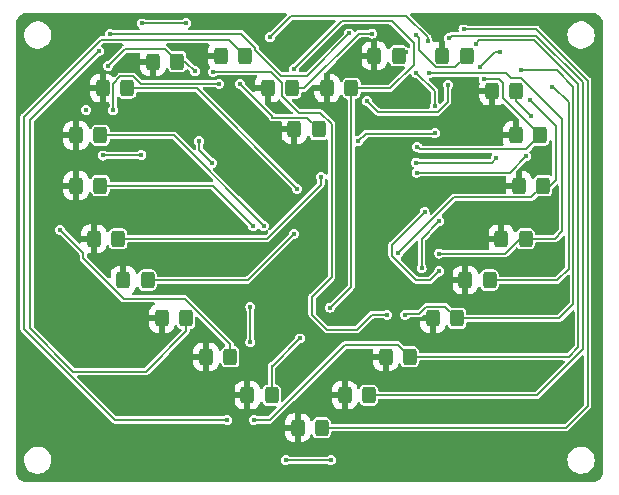
<source format=gbr>
%TF.GenerationSoftware,KiCad,Pcbnew,(6.0.10)*%
%TF.CreationDate,2023-01-16T11:38:01+01:00*%
%TF.ProjectId,Heart_NE555,48656172-745f-44e4-9535-35352e6b6963,rev?*%
%TF.SameCoordinates,Original*%
%TF.FileFunction,Copper,L1,Top*%
%TF.FilePolarity,Positive*%
%FSLAX46Y46*%
G04 Gerber Fmt 4.6, Leading zero omitted, Abs format (unit mm)*
G04 Created by KiCad (PCBNEW (6.0.10)) date 2023-01-16 11:38:01*
%MOMM*%
%LPD*%
G01*
G04 APERTURE LIST*
G04 Aperture macros list*
%AMRoundRect*
0 Rectangle with rounded corners*
0 $1 Rounding radius*
0 $2 $3 $4 $5 $6 $7 $8 $9 X,Y pos of 4 corners*
0 Add a 4 corners polygon primitive as box body*
4,1,4,$2,$3,$4,$5,$6,$7,$8,$9,$2,$3,0*
0 Add four circle primitives for the rounded corners*
1,1,$1+$1,$2,$3*
1,1,$1+$1,$4,$5*
1,1,$1+$1,$6,$7*
1,1,$1+$1,$8,$9*
0 Add four rect primitives between the rounded corners*
20,1,$1+$1,$2,$3,$4,$5,0*
20,1,$1+$1,$4,$5,$6,$7,0*
20,1,$1+$1,$6,$7,$8,$9,0*
20,1,$1+$1,$8,$9,$2,$3,0*%
G04 Aperture macros list end*
%TA.AperFunction,SMDPad,CuDef*%
%ADD10RoundRect,0.249999X-0.325001X-0.450001X0.325001X-0.450001X0.325001X0.450001X-0.325001X0.450001X0*%
%TD*%
%TA.AperFunction,ViaPad*%
%ADD11C,0.450000*%
%TD*%
%TA.AperFunction,Conductor*%
%ADD12C,0.200000*%
%TD*%
G04 APERTURE END LIST*
D10*
%TO.P,D28,1,K*%
%TO.N,/Common-R*%
X119750000Y-97500000D03*
%TO.P,D28,2,A*%
%TO.N,Net-(D16-Pad2)*%
X121800000Y-97500000D03*
%TD*%
%TO.P,D27,1,K*%
%TO.N,/Common-R*%
X116250000Y-94250000D03*
%TO.P,D27,2,A*%
%TO.N,Net-(D15-Pad2)*%
X118300000Y-94250000D03*
%TD*%
%TO.P,D26,1,K*%
%TO.N,/Common-R*%
X112500000Y-91000000D03*
%TO.P,D26,2,A*%
%TO.N,Net-(D14-Pad2)*%
X114550000Y-91000000D03*
%TD*%
%TO.P,D25,1,K*%
%TO.N,/Common-R*%
X109250000Y-87750000D03*
%TO.P,D25,2,A*%
%TO.N,Net-(D13-Pad2)*%
X111300000Y-87750000D03*
%TD*%
%TO.P,D24,1,K*%
%TO.N,/Common-R*%
X106750000Y-84250000D03*
%TO.P,D24,2,A*%
%TO.N,Net-(D12-Pad2)*%
X108800000Y-84250000D03*
%TD*%
%TO.P,D23,1,K*%
%TO.N,/Common-R*%
X105250000Y-79750000D03*
%TO.P,D23,2,A*%
%TO.N,Net-(D11-Pad2)*%
X107300000Y-79750000D03*
%TD*%
%TO.P,D22,1,K*%
%TO.N,/Common-R*%
X105250000Y-75500000D03*
%TO.P,D22,2,A*%
%TO.N,Net-(D10-Pad2)*%
X107300000Y-75500000D03*
%TD*%
%TO.P,D19,1,K*%
%TO.N,/Common-R*%
X117500000Y-68750000D03*
%TO.P,D19,2,A*%
%TO.N,Net-(D19-Pad2)*%
X119550000Y-68750000D03*
%TD*%
%TO.P,D18,1,K*%
%TO.N,/Common-R*%
X121500000Y-71500000D03*
%TO.P,D18,2,A*%
%TO.N,Net-(D18-Pad2)*%
X123550000Y-71500000D03*
%TD*%
%TO.P,D17,1,K*%
%TO.N,/Common-R*%
X123725000Y-75000000D03*
%TO.P,D17,2,A*%
%TO.N,Net-(D17-Pad2)*%
X125775000Y-75000000D03*
%TD*%
%TO.P,D16,1,K*%
%TO.N,/Common-R*%
X126500000Y-71500000D03*
%TO.P,D16,2,A*%
%TO.N,Net-(D16-Pad2)*%
X128550000Y-71500000D03*
%TD*%
%TO.P,D15,1,K*%
%TO.N,/Common-R*%
X130500000Y-68750000D03*
%TO.P,D15,2,A*%
%TO.N,Net-(D15-Pad2)*%
X132550000Y-68750000D03*
%TD*%
%TO.P,D13,1,K*%
%TO.N,/Common-R*%
X140475000Y-71750000D03*
%TO.P,D13,2,A*%
%TO.N,Net-(D13-Pad2)*%
X142525000Y-71750000D03*
%TD*%
%TO.P,D8,1,K*%
%TO.N,/Common-R*%
X135450000Y-91000000D03*
%TO.P,D8,2,A*%
%TO.N,Net-(D20-Pad2)*%
X137500000Y-91000000D03*
%TD*%
%TO.P,D12,1,K*%
%TO.N,/Common-R*%
X142475000Y-75500000D03*
%TO.P,D12,2,A*%
%TO.N,Net-(D12-Pad2)*%
X144525000Y-75500000D03*
%TD*%
%TO.P,D5,1,K*%
%TO.N,/Common-R*%
X124000000Y-100250000D03*
%TO.P,D5,2,A*%
%TO.N,Net-(D17-Pad2)*%
X126050000Y-100250000D03*
%TD*%
%TO.P,D9,1,K*%
%TO.N,/Common-R*%
X138200000Y-87750000D03*
%TO.P,D9,2,A*%
%TO.N,Net-(D21-Pad2)*%
X140250000Y-87750000D03*
%TD*%
%TO.P,D7,1,K*%
%TO.N,/Common-R*%
X131450000Y-94250000D03*
%TO.P,D7,2,A*%
%TO.N,Net-(D19-Pad2)*%
X133500000Y-94250000D03*
%TD*%
%TO.P,D6,1,K*%
%TO.N,/Common-R*%
X127975000Y-97500000D03*
%TO.P,D6,2,A*%
%TO.N,Net-(D18-Pad2)*%
X130025000Y-97500000D03*
%TD*%
%TO.P,D11,1,K*%
%TO.N,/Common-R*%
X142750000Y-79750000D03*
%TO.P,D11,2,A*%
%TO.N,Net-(D11-Pad2)*%
X144800000Y-79750000D03*
%TD*%
%TO.P,D10,1,K*%
%TO.N,/Common-R*%
X141250000Y-84250000D03*
%TO.P,D10,2,A*%
%TO.N,Net-(D10-Pad2)*%
X143300000Y-84250000D03*
%TD*%
%TO.P,D14,1,K*%
%TO.N,/Common-R*%
X136250000Y-68750000D03*
%TO.P,D14,2,A*%
%TO.N,Net-(D14-Pad2)*%
X138300000Y-68750000D03*
%TD*%
%TO.P,D21,1,K*%
%TO.N,/Common-R*%
X107500000Y-71500000D03*
%TO.P,D21,2,A*%
%TO.N,Net-(D21-Pad2)*%
X109550000Y-71500000D03*
%TD*%
%TO.P,D20,1,K*%
%TO.N,/Common-R*%
X111750000Y-69250000D03*
%TO.P,D20,2,A*%
%TO.N,Net-(D20-Pad2)*%
X113800000Y-69250000D03*
%TD*%
D11*
%TO.N,+3V0*%
X120000000Y-93000000D03*
X120000000Y-90000000D03*
%TO.N,VCC*%
X110775000Y-77175000D03*
X136000000Y-87000000D03*
X123000000Y-103000000D03*
X126820000Y-103000000D03*
X107500000Y-77200000D03*
X134750000Y-82000000D03*
%TO.N,Net-(D10-Pad2)*%
X136000000Y-85501351D03*
X121150000Y-83150000D03*
X135125000Y-70225000D03*
%TO.N,Net-(D11-Pad2)*%
X132520000Y-85480000D03*
X120250000Y-83200000D03*
X143666268Y-72491268D03*
%TO.N,Net-(D12-Pad2)*%
X139746565Y-70750000D03*
X139425000Y-69700000D03*
X141175000Y-68425000D03*
X134112000Y-76454000D03*
X125984000Y-78994000D03*
%TO.N,Net-(D13-Pad2)*%
X134075000Y-78650000D03*
X143771232Y-73871232D03*
X123698000Y-83820000D03*
X143350000Y-77250000D03*
%TO.N,Net-(D14-Pad2)*%
X128366261Y-66866261D03*
X134000000Y-67025000D03*
X107175000Y-68375000D03*
X108100000Y-66894990D03*
%TO.N,Net-(D15-Pad2)*%
X103900000Y-83500000D03*
X121666000Y-67190000D03*
X135000000Y-67524998D03*
X133140000Y-68470000D03*
%TO.N,Net-(D16-Pad2)*%
X123698000Y-69850000D03*
X126770000Y-90080000D03*
X124190000Y-92690000D03*
%TO.N,Net-(D17-Pad2)*%
X108375000Y-73350000D03*
X117348000Y-71120000D03*
X138050000Y-66525000D03*
X136725000Y-71225000D03*
X129900000Y-72600000D03*
X125775014Y-75000000D03*
X119126000Y-71120000D03*
%TO.N,Net-(D18-Pad2)*%
X136815000Y-67275000D03*
X130300000Y-66880000D03*
%TO.N,Net-(D19-Pad2)*%
X139100000Y-67750000D03*
X120300000Y-99590000D03*
X118040000Y-99610000D03*
%TO.N,Net-(D20-Pad2)*%
X115316000Y-70075017D03*
X133096000Y-90678000D03*
X131572000Y-90678000D03*
X116840000Y-70104000D03*
X142900000Y-70000000D03*
X106090000Y-73330000D03*
X107954883Y-69610642D03*
%TO.N,Net-(D21-Pad2)*%
X123952000Y-80010000D03*
X140800000Y-77450000D03*
X134050000Y-77800000D03*
X145525000Y-71375000D03*
%TO.N,Net-(U2-Pad15)*%
X116750000Y-77825000D03*
X135625014Y-75320000D03*
X115675000Y-76000000D03*
X129150000Y-76000000D03*
%TO.N,/Common-R*%
X142400000Y-99400000D03*
%TO.N,Net-(D2-Pad1)*%
X134050000Y-70200000D03*
X135600000Y-73000000D03*
X110820000Y-66020000D03*
X114560000Y-66000000D03*
%TO.N,Net-(R2-Pad1)*%
X136000000Y-82750000D03*
X134500000Y-86750000D03*
%TD*%
D12*
%TO.N,+3V0*%
X120000000Y-93000000D02*
X120000000Y-90000000D01*
%TO.N,VCC*%
X131995000Y-84755000D02*
X131995000Y-85697463D01*
X107525000Y-77175000D02*
X107500000Y-77200000D01*
X110775000Y-77175000D02*
X107525000Y-77175000D01*
X134750000Y-82000000D02*
X131995000Y-84755000D01*
X135250000Y-87750000D02*
X136000000Y-87000000D01*
X134047537Y-87750000D02*
X135250000Y-87750000D01*
X123000000Y-103000000D02*
X126820000Y-103000000D01*
X131995000Y-85697463D02*
X134047537Y-87750000D01*
%TO.N,Net-(D10-Pad2)*%
X145775000Y-84250000D02*
X146400000Y-83625000D01*
X142927834Y-70600000D02*
X142050000Y-70600000D01*
X141551483Y-85501351D02*
X142802834Y-84250000D01*
X141675000Y-70225000D02*
X135125000Y-70225000D01*
X107300000Y-75500000D02*
X113500000Y-75500000D01*
X146400000Y-83625000D02*
X146400000Y-74072166D01*
X146400000Y-74072166D02*
X142927834Y-70600000D01*
X136000000Y-85501351D02*
X141551483Y-85501351D01*
X113500000Y-75500000D02*
X121150000Y-83150000D01*
X143300000Y-84250000D02*
X145775000Y-84250000D01*
X142802834Y-84250000D02*
X143300000Y-84250000D01*
X142050000Y-70600000D02*
X141675000Y-70225000D01*
%TO.N,Net-(D11-Pad2)*%
X116800000Y-79750000D02*
X120250000Y-83200000D01*
X144800000Y-79750000D02*
X145375000Y-79750000D01*
X143799990Y-80750010D02*
X137249990Y-80750010D01*
X137249990Y-80750010D02*
X132520000Y-85480000D01*
X145850000Y-79275000D02*
X145850000Y-74675000D01*
X107300000Y-79750000D02*
X116800000Y-79750000D01*
X145850000Y-74675000D02*
X143666268Y-72491268D01*
X145375000Y-79750000D02*
X145850000Y-79275000D01*
X144800000Y-79750000D02*
X143799990Y-80750010D01*
%TO.N,Net-(D12-Pad2)*%
X140700000Y-68425000D02*
X141175000Y-68425000D01*
X143346001Y-76678999D02*
X134336999Y-76678999D01*
X134336999Y-76678999D02*
X134112000Y-76454000D01*
X144525000Y-75500000D02*
X143346001Y-76678999D01*
X125984000Y-79659198D02*
X125984000Y-78994000D01*
X108800000Y-84250000D02*
X121393198Y-84250000D01*
X144525000Y-75500000D02*
X141350010Y-72325010D01*
X141027834Y-70750000D02*
X139746565Y-70750000D01*
X141350010Y-72325010D02*
X141350010Y-71072176D01*
X141350010Y-71072176D02*
X141027834Y-70750000D01*
X139425000Y-69700000D02*
X140700000Y-68425000D01*
X121393198Y-84250000D02*
X125984000Y-79659198D01*
%TO.N,Net-(D13-Pad2)*%
X111300000Y-87750000D02*
X119768000Y-87750000D01*
X142525000Y-72625000D02*
X143771232Y-73871232D01*
X134075000Y-78650000D02*
X141950000Y-78650000D01*
X141950000Y-78650000D02*
X143350000Y-77250000D01*
X142525000Y-71750000D02*
X142525000Y-72625000D01*
X119768000Y-87750000D02*
X123698000Y-83820000D01*
%TO.N,Net-(D14-Pad2)*%
X114550000Y-91000000D02*
X114550000Y-92100000D01*
X120425010Y-68250010D02*
X120425010Y-68072176D01*
X134250011Y-68302845D02*
X135697176Y-69750010D01*
X119247824Y-66894990D02*
X108100000Y-66894990D01*
X114550000Y-92100000D02*
X111150000Y-95500000D01*
X120425010Y-68072176D02*
X119247824Y-66894990D01*
X135697176Y-69750010D02*
X137299990Y-69750010D01*
X122625001Y-70450001D02*
X120425010Y-68250010D01*
X137299990Y-69750010D02*
X138300000Y-68750000D01*
X134000000Y-67025000D02*
X134250011Y-67275011D01*
X134250011Y-67275011D02*
X134250011Y-68302845D01*
X101346000Y-91846000D02*
X101346000Y-74204000D01*
X124782521Y-70450001D02*
X122625001Y-70450001D01*
X105000000Y-95500000D02*
X101346000Y-91846000D01*
X101346000Y-74204000D02*
X107175000Y-68375000D01*
X128366261Y-66866261D02*
X124782521Y-70450001D01*
X111150000Y-95500000D02*
X105000000Y-95500000D01*
%TO.N,Net-(D15-Pad2)*%
X105850003Y-85902837D02*
X109272166Y-89325000D01*
X105850003Y-85450003D02*
X105850003Y-85902837D01*
X123456010Y-65399990D02*
X121666000Y-67190000D01*
X135000000Y-67524998D02*
X135000000Y-67206800D01*
X135000000Y-67206800D02*
X133193190Y-65399990D01*
X133140000Y-68470000D02*
X132830000Y-68470000D01*
X103900000Y-83500000D02*
X105850003Y-85450003D01*
X132830000Y-68470000D02*
X132550000Y-68750000D01*
X114427834Y-89325000D02*
X118300000Y-93197166D01*
X118300000Y-93197166D02*
X118300000Y-94250000D01*
X133193190Y-65399990D02*
X123456010Y-65399990D01*
X109272166Y-89325000D02*
X114427834Y-89325000D01*
%TO.N,Net-(D16-Pad2)*%
X121800000Y-95140000D02*
X121800000Y-97500000D01*
X126770000Y-90080000D02*
X128550000Y-88300000D01*
X133850000Y-67700000D02*
X131950000Y-65800000D01*
X121800000Y-95140000D02*
X121800000Y-95080000D01*
X131950000Y-65800000D02*
X127748000Y-65800000D01*
X121800000Y-95080000D02*
X124190000Y-92690000D01*
X131850000Y-71500000D02*
X133850000Y-69500000D01*
X121800000Y-94975000D02*
X121800000Y-95140000D01*
X127748000Y-65800000D02*
X123698000Y-69850000D01*
X128550000Y-88300000D02*
X128550000Y-88225000D01*
X133850000Y-69500000D02*
X133850000Y-67700000D01*
X128550000Y-71500000D02*
X131850000Y-71500000D01*
X128550000Y-71500000D02*
X128550000Y-88225000D01*
%TO.N,Net-(D17-Pad2)*%
X121849980Y-73999990D02*
X121849980Y-73843980D01*
X110102824Y-70499990D02*
X108997176Y-70499990D01*
X124774990Y-73999990D02*
X121849980Y-73999990D01*
X135852001Y-73525001D02*
X130825001Y-73525001D01*
X121849980Y-73843980D02*
X119126000Y-71120000D01*
X130825001Y-73525001D02*
X129900000Y-72600000D01*
X136725000Y-71225000D02*
X136725000Y-72652002D01*
X110722834Y-71120000D02*
X110102824Y-70499990D01*
X148575000Y-98375000D02*
X148575000Y-70875000D01*
X148575000Y-70875000D02*
X144225000Y-66525000D01*
X125775000Y-75000000D02*
X125775014Y-75000000D01*
X146700000Y-100250000D02*
X148575000Y-98375000D01*
X108997176Y-70499990D02*
X108375000Y-71122166D01*
X108375000Y-71122166D02*
X108375000Y-73350000D01*
X144225000Y-66525000D02*
X138050000Y-66525000D01*
X110722834Y-71120000D02*
X117348000Y-71120000D01*
X126050000Y-100250000D02*
X146700000Y-100250000D01*
X136725000Y-72652002D02*
X135852001Y-73525001D01*
X125775000Y-75000000D02*
X124774990Y-73999990D01*
%TO.N,Net-(D18-Pad2)*%
X148150010Y-71015707D02*
X144184304Y-67050001D01*
X148150010Y-93615669D02*
X148150010Y-71015707D01*
X130025000Y-97500000D02*
X144265679Y-97500000D01*
X144265679Y-97500000D02*
X148150010Y-93615669D01*
X123550000Y-71500000D02*
X124560000Y-71500000D01*
X137039999Y-67050001D02*
X136815000Y-67275000D01*
X124560000Y-71500000D02*
X129180000Y-66880000D01*
X144184304Y-67050001D02*
X137039999Y-67050001D01*
X129180000Y-66880000D02*
X130300000Y-66880000D01*
%TO.N,Net-(D19-Pad2)*%
X120310000Y-99600000D02*
X121640000Y-99600000D01*
X121640000Y-99600000D02*
X127990010Y-93249990D01*
X118030000Y-99600000D02*
X118040000Y-99610000D01*
X118220000Y-67420000D02*
X107352998Y-67420000D01*
X133500000Y-94250000D02*
X146949980Y-94250000D01*
X127990010Y-93249990D02*
X132499990Y-93249990D01*
X100838000Y-91903699D02*
X108534301Y-99600000D01*
X108534301Y-99600000D02*
X118030000Y-99600000D01*
X147750000Y-93449980D02*
X147750000Y-71181396D01*
X132499990Y-93249990D02*
X133500000Y-94250000D01*
X100838000Y-73934998D02*
X100838000Y-91903699D01*
X146949980Y-94250000D02*
X147750000Y-93449980D01*
X107352998Y-67420000D02*
X100838000Y-73934998D01*
X144018615Y-67450011D02*
X139399989Y-67450011D01*
X119550000Y-68750000D02*
X118220000Y-67420000D01*
X139399989Y-67450011D02*
X139100000Y-67750000D01*
X147750000Y-71181396D02*
X144018615Y-67450011D01*
X120300000Y-99590000D02*
X120310000Y-99600000D01*
%TO.N,Net-(D20-Pad2)*%
X122674990Y-71065688D02*
X122674990Y-72177824D01*
X113800000Y-69250000D02*
X114490983Y-69250000D01*
X146149990Y-91000000D02*
X147349990Y-89800000D01*
X133168999Y-90605001D02*
X133096000Y-90678000D01*
X129032000Y-91948000D02*
X130302000Y-90678000D01*
X125222000Y-89154000D02*
X125222000Y-90678000D01*
X113800000Y-69250000D02*
X114300010Y-69750010D01*
X130302000Y-90678000D02*
X131572000Y-90678000D01*
X147349990Y-89800000D02*
X147349990Y-71374990D01*
X134897176Y-89999990D02*
X136499990Y-89999990D01*
X134292165Y-90605001D02*
X134897176Y-89999990D01*
X126492000Y-91948000D02*
X129032000Y-91948000D01*
X147349990Y-71374990D02*
X145975000Y-70000000D01*
X126875001Y-74547167D02*
X126875001Y-87500999D01*
X125927814Y-73599980D02*
X126875001Y-74547167D01*
X124097146Y-73599980D02*
X125927814Y-73599980D01*
X125222000Y-90678000D02*
X126492000Y-91948000D01*
X121713302Y-70104000D02*
X122674990Y-71065688D01*
X145975000Y-70000000D02*
X142900000Y-70000000D01*
X134292165Y-90605001D02*
X133168999Y-90605001D01*
X109345525Y-68220000D02*
X107954883Y-69610642D01*
X126875001Y-87500999D02*
X125222000Y-89154000D01*
X136499990Y-89999990D02*
X137500000Y-91000000D01*
X112770000Y-68220000D02*
X109345525Y-68220000D01*
X116840000Y-70104000D02*
X121713302Y-70104000D01*
X122674990Y-72177824D02*
X124097146Y-73599980D01*
X113800000Y-69250000D02*
X112770000Y-68220000D01*
X137500000Y-91000000D02*
X146149990Y-91000000D01*
X114490983Y-69250000D02*
X115316000Y-70075017D01*
%TO.N,Net-(D21-Pad2)*%
X134050000Y-77800000D02*
X140450000Y-77800000D01*
X146949980Y-86800020D02*
X146949980Y-72699980D01*
X140250000Y-87750000D02*
X146000000Y-87750000D01*
X115462011Y-71520011D02*
X123952000Y-80010000D01*
X145625000Y-71375000D02*
X145525000Y-71375000D01*
X146949980Y-72699980D02*
X145625000Y-71375000D01*
X146000000Y-87750000D02*
X146949980Y-86800020D01*
X109550000Y-71500000D02*
X109570011Y-71520011D01*
X109570011Y-71520011D02*
X115462011Y-71520011D01*
X140450000Y-77800000D02*
X140800000Y-77450000D01*
%TO.N,Net-(U2-Pad15)*%
X129800000Y-75350000D02*
X135595014Y-75350000D01*
X135595014Y-75350000D02*
X135625014Y-75320000D01*
X115675000Y-76750000D02*
X115675000Y-76000000D01*
X129150000Y-76000000D02*
X129800000Y-75350000D01*
X116750000Y-77825000D02*
X115675000Y-76750000D01*
%TO.N,Net-(D2-Pad1)*%
X135600000Y-71750000D02*
X135600000Y-73000000D01*
X134050000Y-70200000D02*
X135600000Y-71750000D01*
X110840000Y-66000000D02*
X110820000Y-66020000D01*
X114560000Y-66000000D02*
X110840000Y-66000000D01*
%TO.N,Net-(R2-Pad1)*%
X134500000Y-86750000D02*
X134500000Y-84250000D01*
X134500000Y-84250000D02*
X136000000Y-82750000D01*
%TD*%
%TA.AperFunction,Conductor*%
%TO.N,/Common-R*%
G36*
X123044460Y-65170502D02*
G01*
X123090953Y-65224158D01*
X123101057Y-65294432D01*
X123071563Y-65359012D01*
X123065434Y-65365595D01*
X121701881Y-66729148D01*
X121632497Y-66764502D01*
X121542666Y-66778730D01*
X121542665Y-66778730D01*
X121532874Y-66780281D01*
X121412780Y-66841472D01*
X121317472Y-66936780D01*
X121256281Y-67056874D01*
X121254731Y-67066663D01*
X121254730Y-67066665D01*
X121242973Y-67140895D01*
X121235196Y-67190000D01*
X121236747Y-67199793D01*
X121254084Y-67309253D01*
X121256281Y-67323126D01*
X121317472Y-67443220D01*
X121412780Y-67538528D01*
X121532874Y-67599719D01*
X121542663Y-67601269D01*
X121542665Y-67601270D01*
X121656207Y-67619253D01*
X121666000Y-67620804D01*
X121675793Y-67619253D01*
X121789335Y-67601270D01*
X121789337Y-67601269D01*
X121799126Y-67599719D01*
X121919220Y-67538528D01*
X122014528Y-67443220D01*
X122075719Y-67323126D01*
X122080720Y-67291551D01*
X122091498Y-67223503D01*
X122126852Y-67154119D01*
X123543577Y-65737395D01*
X123605889Y-65703369D01*
X123632672Y-65700490D01*
X127118349Y-65700490D01*
X127186470Y-65720492D01*
X127232963Y-65774148D01*
X127243067Y-65844422D01*
X127213573Y-65909002D01*
X127207444Y-65915585D01*
X123733881Y-69389148D01*
X123664497Y-69424502D01*
X123574666Y-69438730D01*
X123574665Y-69438730D01*
X123564874Y-69440281D01*
X123444780Y-69501472D01*
X123349472Y-69596780D01*
X123288281Y-69716874D01*
X123286731Y-69726663D01*
X123286730Y-69726665D01*
X123272879Y-69814119D01*
X123267196Y-69850000D01*
X123268747Y-69859793D01*
X123269861Y-69866829D01*
X123288281Y-69983126D01*
X123290460Y-69987403D01*
X123292406Y-70055533D01*
X123255743Y-70116331D01*
X123192031Y-70147656D01*
X123170546Y-70149501D01*
X122801662Y-70149501D01*
X122733541Y-70129499D01*
X122712567Y-70112596D01*
X120762811Y-68162840D01*
X120728785Y-68100528D01*
X120725995Y-68078471D01*
X120725599Y-68067920D01*
X120725510Y-68063194D01*
X120725510Y-68044228D01*
X120724629Y-68039493D01*
X120724400Y-68035966D01*
X120723746Y-68018549D01*
X120723236Y-68004967D01*
X120718644Y-67994280D01*
X120717605Y-67989668D01*
X120714053Y-67977976D01*
X120712349Y-67973559D01*
X120710219Y-67962123D01*
X120697282Y-67941135D01*
X120688779Y-67924765D01*
X120682559Y-67910288D01*
X120682557Y-67910284D01*
X120679046Y-67902113D01*
X120675032Y-67897227D01*
X120672847Y-67895042D01*
X120670795Y-67892779D01*
X120670955Y-67892634D01*
X120663835Y-67883627D01*
X120657583Y-67876732D01*
X120651478Y-67866828D01*
X120629690Y-67850260D01*
X120616871Y-67839066D01*
X119497343Y-66719538D01*
X119495587Y-66717504D01*
X119493249Y-66712721D01*
X119457347Y-66679417D01*
X119453942Y-66676137D01*
X119440547Y-66662742D01*
X119436577Y-66660018D01*
X119433929Y-66657693D01*
X119419705Y-66644498D01*
X119419702Y-66644496D01*
X119411178Y-66636589D01*
X119400374Y-66632279D01*
X119396385Y-66629757D01*
X119385597Y-66623996D01*
X119381272Y-66622079D01*
X119371678Y-66615498D01*
X119360359Y-66612812D01*
X119360357Y-66612811D01*
X119347697Y-66609807D01*
X119330100Y-66604242D01*
X119315462Y-66598402D01*
X119315459Y-66598401D01*
X119307202Y-66595107D01*
X119300909Y-66594490D01*
X119297830Y-66594490D01*
X119294757Y-66594340D01*
X119294768Y-66594124D01*
X119283393Y-66592792D01*
X119274078Y-66592336D01*
X119262758Y-66589650D01*
X119251229Y-66591219D01*
X119251228Y-66591219D01*
X119235651Y-66593339D01*
X119218660Y-66594490D01*
X114855321Y-66594490D01*
X114787200Y-66574488D01*
X114740707Y-66520832D01*
X114730603Y-66450558D01*
X114760097Y-66385978D01*
X114798117Y-66356224D01*
X114804385Y-66353030D01*
X114804387Y-66353029D01*
X114813220Y-66348528D01*
X114908528Y-66253220D01*
X114969719Y-66133126D01*
X114971719Y-66120502D01*
X114989253Y-66009793D01*
X114990804Y-66000000D01*
X114986620Y-65973584D01*
X114971270Y-65876665D01*
X114971269Y-65876663D01*
X114969719Y-65866874D01*
X114908528Y-65746780D01*
X114813220Y-65651472D01*
X114693126Y-65590281D01*
X114683337Y-65588731D01*
X114683335Y-65588730D01*
X114569793Y-65570747D01*
X114560000Y-65569196D01*
X114550207Y-65570747D01*
X114436665Y-65588730D01*
X114436663Y-65588731D01*
X114426874Y-65590281D01*
X114306780Y-65651472D01*
X114295657Y-65662595D01*
X114233345Y-65696621D01*
X114206562Y-65699500D01*
X111150097Y-65699500D01*
X111081976Y-65679498D01*
X111079667Y-65677919D01*
X111073220Y-65671472D01*
X110953126Y-65610281D01*
X110943337Y-65608731D01*
X110943335Y-65608730D01*
X110829793Y-65590747D01*
X110820000Y-65589196D01*
X110810207Y-65590747D01*
X110696665Y-65608730D01*
X110696663Y-65608731D01*
X110686874Y-65610281D01*
X110566780Y-65671472D01*
X110471472Y-65766780D01*
X110410281Y-65886874D01*
X110408731Y-65896663D01*
X110408730Y-65896665D01*
X110394658Y-65985512D01*
X110389196Y-66020000D01*
X110390747Y-66029793D01*
X110405563Y-66123335D01*
X110410281Y-66153126D01*
X110471472Y-66273220D01*
X110566780Y-66368528D01*
X110569161Y-66369741D01*
X110610058Y-66422780D01*
X110616130Y-66493517D01*
X110582996Y-66556307D01*
X110521175Y-66591217D01*
X110492641Y-66594490D01*
X108453438Y-66594490D01*
X108385317Y-66574488D01*
X108364343Y-66557585D01*
X108353220Y-66546462D01*
X108233126Y-66485271D01*
X108223337Y-66483721D01*
X108223335Y-66483720D01*
X108109793Y-66465737D01*
X108100000Y-66464186D01*
X108090207Y-66465737D01*
X107976665Y-66483720D01*
X107976663Y-66483721D01*
X107966874Y-66485271D01*
X107846780Y-66546462D01*
X107751472Y-66641770D01*
X107690281Y-66761864D01*
X107688731Y-66771653D01*
X107688730Y-66771655D01*
X107673121Y-66870207D01*
X107669196Y-66894990D01*
X107670747Y-66904783D01*
X107670747Y-66904784D01*
X107681676Y-66973790D01*
X107672576Y-67044201D01*
X107626854Y-67098515D01*
X107557227Y-67119500D01*
X107405370Y-67119500D01*
X107402693Y-67119303D01*
X107397656Y-67117574D01*
X107386035Y-67118010D01*
X107386033Y-67118010D01*
X107348728Y-67119411D01*
X107344001Y-67119500D01*
X107325050Y-67119500D01*
X107320317Y-67120382D01*
X107316790Y-67120610D01*
X107297418Y-67121337D01*
X107297416Y-67121338D01*
X107285790Y-67121774D01*
X107275098Y-67126368D01*
X107270495Y-67127405D01*
X107258785Y-67130962D01*
X107254382Y-67132661D01*
X107242945Y-67134791D01*
X107233044Y-67140894D01*
X107233041Y-67140895D01*
X107221954Y-67147729D01*
X107205583Y-67156233D01*
X107191107Y-67162453D01*
X107191105Y-67162454D01*
X107182936Y-67165964D01*
X107178050Y-67169977D01*
X107175867Y-67172160D01*
X107173591Y-67174224D01*
X107173445Y-67174063D01*
X107164449Y-67181175D01*
X107157554Y-67187427D01*
X107147650Y-67193532D01*
X107131082Y-67215320D01*
X107119888Y-67228139D01*
X100662548Y-73685479D01*
X100660514Y-73687235D01*
X100655731Y-73689573D01*
X100647819Y-73698102D01*
X100647818Y-73698103D01*
X100622427Y-73725475D01*
X100619147Y-73728880D01*
X100605752Y-73742275D01*
X100603028Y-73746245D01*
X100600703Y-73748893D01*
X100587508Y-73763117D01*
X100587506Y-73763120D01*
X100579599Y-73771644D01*
X100575289Y-73782448D01*
X100572767Y-73786437D01*
X100567006Y-73797225D01*
X100565089Y-73801550D01*
X100558508Y-73811144D01*
X100555822Y-73822463D01*
X100555821Y-73822465D01*
X100552817Y-73835125D01*
X100547252Y-73852722D01*
X100541412Y-73867360D01*
X100538117Y-73875620D01*
X100537500Y-73881913D01*
X100537500Y-73884992D01*
X100537350Y-73888065D01*
X100537134Y-73888054D01*
X100535802Y-73899429D01*
X100535346Y-73908744D01*
X100532660Y-73920064D01*
X100534229Y-73931593D01*
X100534229Y-73931594D01*
X100536349Y-73947171D01*
X100537500Y-73964162D01*
X100537500Y-91851333D01*
X100537304Y-91854006D01*
X100535575Y-91859041D01*
X100536011Y-91870663D01*
X100536011Y-91870665D01*
X100537411Y-91907954D01*
X100537500Y-91912680D01*
X100537500Y-91931647D01*
X100538382Y-91936382D01*
X100538610Y-91939908D01*
X100539774Y-91970907D01*
X100544364Y-91981592D01*
X100545401Y-91986192D01*
X100548962Y-91997913D01*
X100550661Y-92002316D01*
X100552791Y-92013752D01*
X100558895Y-92023654D01*
X100565727Y-92034738D01*
X100574231Y-92051110D01*
X100580451Y-92065587D01*
X100580453Y-92065591D01*
X100583964Y-92073762D01*
X100587978Y-92078648D01*
X100590163Y-92080833D01*
X100592215Y-92083096D01*
X100592055Y-92083241D01*
X100599175Y-92092248D01*
X100605427Y-92099143D01*
X100611532Y-92109047D01*
X100633320Y-92125615D01*
X100646139Y-92136809D01*
X108284785Y-99775456D01*
X108286539Y-99777487D01*
X108288876Y-99782269D01*
X108297405Y-99790181D01*
X108297406Y-99790182D01*
X108324764Y-99815560D01*
X108328169Y-99818840D01*
X108341577Y-99832248D01*
X108345556Y-99834978D01*
X108348185Y-99837286D01*
X108370947Y-99858401D01*
X108381754Y-99862712D01*
X108385749Y-99865238D01*
X108396543Y-99871001D01*
X108400855Y-99872912D01*
X108410447Y-99879492D01*
X108421764Y-99882178D01*
X108421765Y-99882178D01*
X108434428Y-99885183D01*
X108452025Y-99890748D01*
X108466663Y-99896588D01*
X108466666Y-99896589D01*
X108474923Y-99899883D01*
X108481216Y-99900500D01*
X108484295Y-99900500D01*
X108487368Y-99900650D01*
X108487357Y-99900866D01*
X108498732Y-99902198D01*
X108508047Y-99902654D01*
X108519367Y-99905340D01*
X108530896Y-99903771D01*
X108530897Y-99903771D01*
X108546474Y-99901651D01*
X108563465Y-99900500D01*
X117676562Y-99900500D01*
X117744683Y-99920502D01*
X117765657Y-99937405D01*
X117786780Y-99958528D01*
X117906874Y-100019719D01*
X117916663Y-100021269D01*
X117916665Y-100021270D01*
X118030207Y-100039253D01*
X118040000Y-100040804D01*
X118049793Y-100039253D01*
X118163335Y-100021270D01*
X118163337Y-100021269D01*
X118173126Y-100019719D01*
X118293220Y-99958528D01*
X118388528Y-99863220D01*
X118449719Y-99743126D01*
X118453904Y-99716706D01*
X118469253Y-99619793D01*
X118470804Y-99610000D01*
X118449719Y-99476874D01*
X118388528Y-99356780D01*
X118293220Y-99261472D01*
X118173126Y-99200281D01*
X118163337Y-99198731D01*
X118163335Y-99198730D01*
X118049793Y-99180747D01*
X118040000Y-99179196D01*
X118030207Y-99180747D01*
X117916665Y-99198730D01*
X117916663Y-99198731D01*
X117906874Y-99200281D01*
X117786780Y-99261472D01*
X117779769Y-99268483D01*
X117771748Y-99274311D01*
X117769604Y-99271361D01*
X117723345Y-99296621D01*
X117696562Y-99299500D01*
X108710962Y-99299500D01*
X108642841Y-99279498D01*
X108621867Y-99262595D01*
X107356370Y-97997098D01*
X118667000Y-97997098D01*
X118667337Y-98003613D01*
X118677256Y-98099205D01*
X118680150Y-98112604D01*
X118731588Y-98266785D01*
X118737762Y-98279964D01*
X118823063Y-98417810D01*
X118832099Y-98429209D01*
X118946828Y-98543738D01*
X118958239Y-98552750D01*
X119096242Y-98637816D01*
X119109423Y-98643963D01*
X119263709Y-98695138D01*
X119277085Y-98698005D01*
X119371437Y-98707672D01*
X119377853Y-98708000D01*
X119477885Y-98708000D01*
X119493124Y-98703525D01*
X119494329Y-98702135D01*
X119496000Y-98694452D01*
X119496000Y-97772115D01*
X119491525Y-97756876D01*
X119490135Y-97755671D01*
X119482452Y-97754000D01*
X118685115Y-97754000D01*
X118669876Y-97758475D01*
X118668671Y-97759865D01*
X118667000Y-97767548D01*
X118667000Y-97997098D01*
X107356370Y-97997098D01*
X106587157Y-97227885D01*
X118667000Y-97227885D01*
X118671475Y-97243124D01*
X118672865Y-97244329D01*
X118680548Y-97246000D01*
X119477885Y-97246000D01*
X119493124Y-97241525D01*
X119494329Y-97240135D01*
X119496000Y-97232452D01*
X119496000Y-96310115D01*
X119491525Y-96294876D01*
X119490135Y-96293671D01*
X119482452Y-96292000D01*
X119377902Y-96292000D01*
X119371387Y-96292337D01*
X119275795Y-96302256D01*
X119262396Y-96305150D01*
X119108215Y-96356588D01*
X119095036Y-96362762D01*
X118957190Y-96448063D01*
X118945791Y-96457099D01*
X118831262Y-96571828D01*
X118822250Y-96583239D01*
X118737184Y-96721242D01*
X118731037Y-96734423D01*
X118679862Y-96888709D01*
X118676995Y-96902085D01*
X118667328Y-96996437D01*
X118667000Y-97002854D01*
X118667000Y-97227885D01*
X106587157Y-97227885D01*
X105374867Y-96015595D01*
X105340841Y-95953283D01*
X105345906Y-95882468D01*
X105388453Y-95825632D01*
X105454973Y-95800821D01*
X105463962Y-95800500D01*
X111097634Y-95800500D01*
X111100307Y-95800696D01*
X111105342Y-95802425D01*
X111116964Y-95801989D01*
X111116966Y-95801989D01*
X111154255Y-95800589D01*
X111158981Y-95800500D01*
X111177948Y-95800500D01*
X111182683Y-95799618D01*
X111186209Y-95799390D01*
X111189949Y-95799249D01*
X111217208Y-95798226D01*
X111227893Y-95793636D01*
X111232493Y-95792599D01*
X111244214Y-95789038D01*
X111248617Y-95787339D01*
X111260053Y-95785209D01*
X111281041Y-95772272D01*
X111297411Y-95763769D01*
X111311888Y-95757549D01*
X111311892Y-95757547D01*
X111320063Y-95754036D01*
X111324949Y-95750022D01*
X111327134Y-95747837D01*
X111329397Y-95745785D01*
X111329542Y-95745945D01*
X111338549Y-95738825D01*
X111345444Y-95732573D01*
X111355348Y-95726468D01*
X111371916Y-95704680D01*
X111383110Y-95691861D01*
X112327873Y-94747098D01*
X115167000Y-94747098D01*
X115167337Y-94753613D01*
X115177256Y-94849205D01*
X115180150Y-94862604D01*
X115231588Y-95016785D01*
X115237762Y-95029964D01*
X115323063Y-95167810D01*
X115332099Y-95179209D01*
X115446828Y-95293738D01*
X115458239Y-95302750D01*
X115596242Y-95387816D01*
X115609423Y-95393963D01*
X115763709Y-95445138D01*
X115777085Y-95448005D01*
X115871437Y-95457672D01*
X115877853Y-95458000D01*
X115977885Y-95458000D01*
X115993124Y-95453525D01*
X115994329Y-95452135D01*
X115996000Y-95444452D01*
X115996000Y-94522115D01*
X115991525Y-94506876D01*
X115990135Y-94505671D01*
X115982452Y-94504000D01*
X115185115Y-94504000D01*
X115169876Y-94508475D01*
X115168671Y-94509865D01*
X115167000Y-94517548D01*
X115167000Y-94747098D01*
X112327873Y-94747098D01*
X113097086Y-93977885D01*
X115167000Y-93977885D01*
X115171475Y-93993124D01*
X115172865Y-93994329D01*
X115180548Y-93996000D01*
X115977885Y-93996000D01*
X115993124Y-93991525D01*
X115994329Y-93990135D01*
X115996000Y-93982452D01*
X115996000Y-93060115D01*
X115991525Y-93044876D01*
X115990135Y-93043671D01*
X115982452Y-93042000D01*
X115877902Y-93042000D01*
X115871387Y-93042337D01*
X115775795Y-93052256D01*
X115762396Y-93055150D01*
X115608215Y-93106588D01*
X115595036Y-93112762D01*
X115457190Y-93198063D01*
X115445791Y-93207099D01*
X115331262Y-93321828D01*
X115322250Y-93333239D01*
X115237184Y-93471242D01*
X115231037Y-93484423D01*
X115179862Y-93638709D01*
X115176995Y-93652085D01*
X115167328Y-93746437D01*
X115167000Y-93752854D01*
X115167000Y-93977885D01*
X113097086Y-93977885D01*
X114725452Y-92349519D01*
X114727486Y-92347763D01*
X114732269Y-92345425D01*
X114765573Y-92309523D01*
X114768853Y-92306118D01*
X114782248Y-92292723D01*
X114784972Y-92288753D01*
X114787297Y-92286105D01*
X114800492Y-92271881D01*
X114800494Y-92271878D01*
X114808401Y-92263354D01*
X114812711Y-92252550D01*
X114815233Y-92248561D01*
X114820994Y-92237773D01*
X114822911Y-92233448D01*
X114829492Y-92223854D01*
X114833255Y-92208000D01*
X114835183Y-92199873D01*
X114840748Y-92182276D01*
X114846588Y-92167638D01*
X114846589Y-92167635D01*
X114849883Y-92159378D01*
X114850500Y-92153085D01*
X114850500Y-92150006D01*
X114850650Y-92146933D01*
X114850866Y-92146944D01*
X114852198Y-92135569D01*
X114852654Y-92126254D01*
X114855340Y-92114934D01*
X114851651Y-92087827D01*
X114850500Y-92070836D01*
X114850500Y-92022022D01*
X114870502Y-91953901D01*
X114924158Y-91907408D01*
X114949502Y-91898949D01*
X114952730Y-91898241D01*
X114960370Y-91897519D01*
X114967609Y-91894977D01*
X115079298Y-91855755D01*
X115079301Y-91855754D01*
X115088184Y-91852634D01*
X115197150Y-91772150D01*
X115277634Y-91663184D01*
X115280756Y-91654296D01*
X115319975Y-91542614D01*
X115322519Y-91535370D01*
X115325500Y-91503835D01*
X115325499Y-90951825D01*
X115345501Y-90883705D01*
X115399157Y-90837212D01*
X115469430Y-90827108D01*
X115534011Y-90856601D01*
X115540594Y-90862731D01*
X117852153Y-93174290D01*
X117886179Y-93236602D01*
X117881114Y-93307417D01*
X117838567Y-93364253D01*
X117804808Y-93382267D01*
X117770707Y-93394243D01*
X117770703Y-93394245D01*
X117761816Y-93397366D01*
X117652850Y-93477850D01*
X117572366Y-93586816D01*
X117569246Y-93595700D01*
X117569244Y-93595704D01*
X117556157Y-93632972D01*
X117514714Y-93690618D01*
X117448684Y-93716706D01*
X117379032Y-93702955D01*
X117327871Y-93653730D01*
X117317750Y-93631100D01*
X117268412Y-93483215D01*
X117262238Y-93470036D01*
X117176937Y-93332190D01*
X117167901Y-93320791D01*
X117053172Y-93206262D01*
X117041761Y-93197250D01*
X116903758Y-93112184D01*
X116890577Y-93106037D01*
X116736291Y-93054862D01*
X116722915Y-93051995D01*
X116628563Y-93042328D01*
X116622146Y-93042000D01*
X116522115Y-93042000D01*
X116506876Y-93046475D01*
X116505671Y-93047865D01*
X116504000Y-93055548D01*
X116504000Y-95439885D01*
X116508475Y-95455124D01*
X116509865Y-95456329D01*
X116517548Y-95458000D01*
X116622098Y-95458000D01*
X116628613Y-95457663D01*
X116724205Y-95447744D01*
X116737604Y-95444850D01*
X116891785Y-95393412D01*
X116904964Y-95387238D01*
X117042810Y-95301937D01*
X117054209Y-95292901D01*
X117168738Y-95178172D01*
X117177750Y-95166761D01*
X117262816Y-95028758D01*
X117268963Y-95015577D01*
X117317611Y-94868909D01*
X117358042Y-94810550D01*
X117423606Y-94783313D01*
X117493488Y-94795847D01*
X117545500Y-94844171D01*
X117556087Y-94866829D01*
X117569244Y-94904296D01*
X117569245Y-94904298D01*
X117572366Y-94913184D01*
X117652850Y-95022150D01*
X117761816Y-95102634D01*
X117770699Y-95105754D01*
X117770702Y-95105755D01*
X117863773Y-95138439D01*
X117889630Y-95147519D01*
X117897272Y-95148241D01*
X117897275Y-95148242D01*
X117907634Y-95149221D01*
X117921165Y-95150500D01*
X118299808Y-95150500D01*
X118678834Y-95150499D01*
X118681784Y-95150220D01*
X118681789Y-95150220D01*
X118702721Y-95148242D01*
X118702723Y-95148242D01*
X118710370Y-95147519D01*
X118768622Y-95127062D01*
X118829298Y-95105755D01*
X118829301Y-95105754D01*
X118838184Y-95102634D01*
X118947150Y-95022150D01*
X119027634Y-94913184D01*
X119030756Y-94904296D01*
X119069975Y-94792614D01*
X119072519Y-94785370D01*
X119075500Y-94753835D01*
X119075499Y-93746166D01*
X119072519Y-93714630D01*
X119052062Y-93656378D01*
X119030755Y-93595702D01*
X119030754Y-93595699D01*
X119027634Y-93586816D01*
X118947150Y-93477850D01*
X118838184Y-93397366D01*
X118829301Y-93394246D01*
X118829298Y-93394245D01*
X118717612Y-93355024D01*
X118717610Y-93355024D01*
X118710370Y-93352481D01*
X118702727Y-93351758D01*
X118701006Y-93351381D01*
X118638754Y-93317245D01*
X118604839Y-93254873D01*
X118602096Y-93233035D01*
X118600589Y-93192896D01*
X118600500Y-93188169D01*
X118600500Y-93169218D01*
X118599618Y-93164485D01*
X118599390Y-93160958D01*
X118598663Y-93141586D01*
X118598662Y-93141584D01*
X118598226Y-93129958D01*
X118593632Y-93119266D01*
X118592595Y-93114663D01*
X118589035Y-93102944D01*
X118587339Y-93098548D01*
X118585209Y-93087113D01*
X118579106Y-93077212D01*
X118579105Y-93077209D01*
X118572271Y-93066122D01*
X118563767Y-93049751D01*
X118557546Y-93035272D01*
X118557544Y-93035269D01*
X118554036Y-93027104D01*
X118550023Y-93022217D01*
X118547828Y-93020022D01*
X118545770Y-93017752D01*
X118545932Y-93017605D01*
X118538835Y-93008627D01*
X118532572Y-93001720D01*
X118531512Y-93000000D01*
X119569196Y-93000000D01*
X119570747Y-93009793D01*
X119587056Y-93112762D01*
X119590281Y-93133126D01*
X119651472Y-93253220D01*
X119746780Y-93348528D01*
X119866874Y-93409719D01*
X119876663Y-93411269D01*
X119876665Y-93411270D01*
X119990207Y-93429253D01*
X120000000Y-93430804D01*
X120009793Y-93429253D01*
X120123335Y-93411270D01*
X120123337Y-93411269D01*
X120133126Y-93409719D01*
X120253220Y-93348528D01*
X120348528Y-93253220D01*
X120409719Y-93133126D01*
X120412945Y-93112762D01*
X120429253Y-93009793D01*
X120430804Y-93000000D01*
X120422963Y-92950492D01*
X120411270Y-92876665D01*
X120411269Y-92876663D01*
X120409719Y-92866874D01*
X120348528Y-92746780D01*
X120337405Y-92735657D01*
X120303379Y-92673345D01*
X120300500Y-92646562D01*
X120300500Y-90353438D01*
X120320502Y-90285317D01*
X120337405Y-90264343D01*
X120348528Y-90253220D01*
X120409719Y-90133126D01*
X120415001Y-90099780D01*
X120429253Y-90009793D01*
X120430804Y-90000000D01*
X120424009Y-89957099D01*
X120411270Y-89876665D01*
X120411269Y-89876663D01*
X120409719Y-89866874D01*
X120348528Y-89746780D01*
X120253220Y-89651472D01*
X120133126Y-89590281D01*
X120123337Y-89588731D01*
X120123335Y-89588730D01*
X120009793Y-89570747D01*
X120000000Y-89569196D01*
X119990207Y-89570747D01*
X119876665Y-89588730D01*
X119876663Y-89588731D01*
X119866874Y-89590281D01*
X119746780Y-89651472D01*
X119651472Y-89746780D01*
X119590281Y-89866874D01*
X119588731Y-89876663D01*
X119588730Y-89876665D01*
X119575991Y-89957099D01*
X119569196Y-90000000D01*
X119570747Y-90009793D01*
X119585000Y-90099780D01*
X119590281Y-90133126D01*
X119651472Y-90253220D01*
X119662595Y-90264343D01*
X119696621Y-90326655D01*
X119699500Y-90353438D01*
X119699500Y-92646562D01*
X119679498Y-92714683D01*
X119662595Y-92735657D01*
X119651472Y-92746780D01*
X119590281Y-92866874D01*
X119588731Y-92876663D01*
X119588730Y-92876665D01*
X119577037Y-92950492D01*
X119569196Y-93000000D01*
X118531512Y-93000000D01*
X118526468Y-92991818D01*
X118504693Y-92975260D01*
X118491865Y-92964059D01*
X114677353Y-89149548D01*
X114675597Y-89147514D01*
X114673259Y-89142731D01*
X114637357Y-89109427D01*
X114633952Y-89106147D01*
X114620557Y-89092752D01*
X114616587Y-89090028D01*
X114613939Y-89087703D01*
X114599715Y-89074508D01*
X114599712Y-89074506D01*
X114591188Y-89066599D01*
X114580384Y-89062289D01*
X114576395Y-89059767D01*
X114565607Y-89054006D01*
X114561282Y-89052089D01*
X114551688Y-89045508D01*
X114540369Y-89042822D01*
X114540367Y-89042821D01*
X114527707Y-89039817D01*
X114510110Y-89034252D01*
X114495472Y-89028412D01*
X114495469Y-89028411D01*
X114487212Y-89025117D01*
X114480919Y-89024500D01*
X114477840Y-89024500D01*
X114474767Y-89024350D01*
X114474778Y-89024134D01*
X114463403Y-89022802D01*
X114454088Y-89022346D01*
X114442768Y-89019660D01*
X114431239Y-89021229D01*
X114431238Y-89021229D01*
X114415661Y-89023349D01*
X114398670Y-89024500D01*
X110123827Y-89024500D01*
X110055706Y-89004498D01*
X110009213Y-88950842D01*
X109999109Y-88880568D01*
X110028603Y-88815988D01*
X110045563Y-88799755D01*
X110054207Y-88792904D01*
X110168738Y-88678172D01*
X110177750Y-88666761D01*
X110262816Y-88528758D01*
X110268963Y-88515577D01*
X110317611Y-88368909D01*
X110358042Y-88310550D01*
X110423606Y-88283313D01*
X110493488Y-88295847D01*
X110545500Y-88344171D01*
X110556087Y-88366829D01*
X110569244Y-88404296D01*
X110569245Y-88404298D01*
X110572366Y-88413184D01*
X110652850Y-88522150D01*
X110761816Y-88602634D01*
X110770699Y-88605754D01*
X110770702Y-88605755D01*
X110863773Y-88638439D01*
X110889630Y-88647519D01*
X110897272Y-88648241D01*
X110897275Y-88648242D01*
X110907634Y-88649221D01*
X110921165Y-88650500D01*
X111299808Y-88650500D01*
X111678834Y-88650499D01*
X111681784Y-88650220D01*
X111681789Y-88650220D01*
X111702721Y-88648242D01*
X111702723Y-88648242D01*
X111710370Y-88647519D01*
X111768622Y-88627062D01*
X111829298Y-88605755D01*
X111829301Y-88605754D01*
X111838184Y-88602634D01*
X111947150Y-88522150D01*
X112027634Y-88413184D01*
X112030756Y-88404296D01*
X112069975Y-88292614D01*
X112072519Y-88285370D01*
X112075500Y-88253835D01*
X112075500Y-88176500D01*
X112095502Y-88108379D01*
X112149158Y-88061886D01*
X112201500Y-88050500D01*
X119715634Y-88050500D01*
X119718307Y-88050696D01*
X119723342Y-88052425D01*
X119734964Y-88051989D01*
X119734966Y-88051989D01*
X119772255Y-88050589D01*
X119776981Y-88050500D01*
X119795948Y-88050500D01*
X119800683Y-88049618D01*
X119804209Y-88049390D01*
X119807949Y-88049249D01*
X119835208Y-88048226D01*
X119845893Y-88043636D01*
X119850493Y-88042599D01*
X119862214Y-88039038D01*
X119866617Y-88037339D01*
X119878053Y-88035209D01*
X119899041Y-88022272D01*
X119915411Y-88013769D01*
X119929888Y-88007549D01*
X119929892Y-88007547D01*
X119938063Y-88004036D01*
X119942949Y-88000022D01*
X119945134Y-87997837D01*
X119947397Y-87995785D01*
X119947542Y-87995945D01*
X119956549Y-87988825D01*
X119963444Y-87982573D01*
X119973348Y-87976468D01*
X119989916Y-87954680D01*
X120001110Y-87941861D01*
X123662121Y-84280851D01*
X123724433Y-84246825D01*
X123731499Y-84245498D01*
X123797366Y-84235066D01*
X123821334Y-84231270D01*
X123821335Y-84231270D01*
X123831126Y-84229719D01*
X123951220Y-84168528D01*
X124046528Y-84073220D01*
X124107719Y-83953126D01*
X124111255Y-83930804D01*
X124127253Y-83829793D01*
X124128804Y-83820000D01*
X124112115Y-83714630D01*
X124109270Y-83696665D01*
X124109269Y-83696663D01*
X124107719Y-83686874D01*
X124046528Y-83566780D01*
X123951220Y-83471472D01*
X123831126Y-83410281D01*
X123821337Y-83408731D01*
X123821335Y-83408730D01*
X123707793Y-83390747D01*
X123698000Y-83389196D01*
X123688207Y-83390747D01*
X123574665Y-83408730D01*
X123574663Y-83408731D01*
X123564874Y-83410281D01*
X123444780Y-83471472D01*
X123349472Y-83566780D01*
X123288281Y-83686874D01*
X123286730Y-83696665D01*
X123286730Y-83696666D01*
X123272502Y-83786497D01*
X123237148Y-83855881D01*
X119680434Y-87412595D01*
X119618122Y-87446621D01*
X119591339Y-87449500D01*
X112201499Y-87449500D01*
X112133378Y-87429498D01*
X112086885Y-87375842D01*
X112075499Y-87323500D01*
X112075499Y-87246166D01*
X112072519Y-87214630D01*
X112051655Y-87155218D01*
X112030755Y-87095702D01*
X112030754Y-87095699D01*
X112027634Y-87086816D01*
X111947150Y-86977850D01*
X111838184Y-86897366D01*
X111829301Y-86894246D01*
X111829298Y-86894245D01*
X111736227Y-86861561D01*
X111710370Y-86852481D01*
X111702728Y-86851759D01*
X111702725Y-86851758D01*
X111692366Y-86850779D01*
X111678835Y-86849500D01*
X111300192Y-86849500D01*
X110921166Y-86849501D01*
X110918216Y-86849780D01*
X110918211Y-86849780D01*
X110897279Y-86851758D01*
X110897277Y-86851758D01*
X110889630Y-86852481D01*
X110848645Y-86866874D01*
X110770702Y-86894245D01*
X110770699Y-86894246D01*
X110761816Y-86897366D01*
X110652850Y-86977850D01*
X110572366Y-87086816D01*
X110569246Y-87095700D01*
X110569244Y-87095704D01*
X110556157Y-87132972D01*
X110514714Y-87190618D01*
X110448684Y-87216706D01*
X110379032Y-87202955D01*
X110327871Y-87153730D01*
X110317750Y-87131100D01*
X110268412Y-86983215D01*
X110262238Y-86970036D01*
X110176937Y-86832190D01*
X110167901Y-86820791D01*
X110053172Y-86706262D01*
X110041761Y-86697250D01*
X109903758Y-86612184D01*
X109890577Y-86606037D01*
X109736291Y-86554862D01*
X109722915Y-86551995D01*
X109628563Y-86542328D01*
X109622146Y-86542000D01*
X109522115Y-86542000D01*
X109506876Y-86546475D01*
X109505671Y-86547865D01*
X109504000Y-86555548D01*
X109504000Y-87878000D01*
X109483998Y-87946121D01*
X109430342Y-87992614D01*
X109378000Y-88004000D01*
X109122000Y-88004000D01*
X109053879Y-87983998D01*
X109007386Y-87930342D01*
X108996000Y-87878000D01*
X108996000Y-86560115D01*
X108991525Y-86544876D01*
X108990135Y-86543671D01*
X108982452Y-86542000D01*
X108877902Y-86542000D01*
X108871387Y-86542337D01*
X108775795Y-86552256D01*
X108762396Y-86555150D01*
X108608215Y-86606588D01*
X108595036Y-86612762D01*
X108457190Y-86698063D01*
X108445791Y-86707099D01*
X108331262Y-86821828D01*
X108322250Y-86833239D01*
X108237184Y-86971242D01*
X108231037Y-86984423D01*
X108179862Y-87138709D01*
X108176995Y-87152085D01*
X108167328Y-87246437D01*
X108167000Y-87252854D01*
X108167000Y-87490673D01*
X108146998Y-87558794D01*
X108093342Y-87605287D01*
X108023068Y-87615391D01*
X107958488Y-87585897D01*
X107951905Y-87579768D01*
X106187408Y-85815271D01*
X106153382Y-85752959D01*
X106150503Y-85726176D01*
X106150503Y-85574605D01*
X106170505Y-85506484D01*
X106224161Y-85459991D01*
X106289346Y-85449261D01*
X106371439Y-85457672D01*
X106377853Y-85458000D01*
X106477885Y-85458000D01*
X106493124Y-85453525D01*
X106494329Y-85452135D01*
X106496000Y-85444452D01*
X106496000Y-84522115D01*
X106491525Y-84506876D01*
X106490135Y-84505671D01*
X106482452Y-84504000D01*
X105685115Y-84504000D01*
X105669876Y-84508475D01*
X105668671Y-84509865D01*
X105667000Y-84517548D01*
X105667000Y-84537838D01*
X105646998Y-84605959D01*
X105593342Y-84652452D01*
X105523068Y-84662556D01*
X105458488Y-84633062D01*
X105451905Y-84626933D01*
X104802856Y-83977885D01*
X105667000Y-83977885D01*
X105671475Y-83993124D01*
X105672865Y-83994329D01*
X105680548Y-83996000D01*
X106477885Y-83996000D01*
X106493124Y-83991525D01*
X106494329Y-83990135D01*
X106496000Y-83982452D01*
X106496000Y-83060115D01*
X106491525Y-83044876D01*
X106490135Y-83043671D01*
X106482452Y-83042000D01*
X106377902Y-83042000D01*
X106371387Y-83042337D01*
X106275795Y-83052256D01*
X106262396Y-83055150D01*
X106108215Y-83106588D01*
X106095036Y-83112762D01*
X105957190Y-83198063D01*
X105945791Y-83207099D01*
X105831262Y-83321828D01*
X105822250Y-83333239D01*
X105737184Y-83471242D01*
X105731037Y-83484423D01*
X105679862Y-83638709D01*
X105676995Y-83652085D01*
X105667328Y-83746437D01*
X105667000Y-83752854D01*
X105667000Y-83977885D01*
X104802856Y-83977885D01*
X104360852Y-83535881D01*
X104325498Y-83466497D01*
X104311270Y-83376666D01*
X104311270Y-83376665D01*
X104309719Y-83366874D01*
X104248528Y-83246780D01*
X104153220Y-83151472D01*
X104033126Y-83090281D01*
X104023337Y-83088731D01*
X104023335Y-83088730D01*
X103909793Y-83070747D01*
X103900000Y-83069196D01*
X103890207Y-83070747D01*
X103776665Y-83088730D01*
X103776663Y-83088731D01*
X103766874Y-83090281D01*
X103646780Y-83151472D01*
X103551472Y-83246780D01*
X103490281Y-83366874D01*
X103488731Y-83376663D01*
X103488730Y-83376665D01*
X103483406Y-83410281D01*
X103469196Y-83500000D01*
X103470747Y-83509793D01*
X103486574Y-83609719D01*
X103490281Y-83633126D01*
X103551472Y-83753220D01*
X103646780Y-83848528D01*
X103766874Y-83909719D01*
X103776665Y-83911270D01*
X103776666Y-83911270D01*
X103866497Y-83925498D01*
X103935881Y-83960852D01*
X105512598Y-85537569D01*
X105546624Y-85599881D01*
X105549503Y-85626664D01*
X105549503Y-85850471D01*
X105549307Y-85853144D01*
X105547578Y-85858179D01*
X105548014Y-85869801D01*
X105548014Y-85869803D01*
X105549414Y-85907092D01*
X105549503Y-85911818D01*
X105549503Y-85930785D01*
X105550385Y-85935520D01*
X105550613Y-85939046D01*
X105551777Y-85970045D01*
X105556367Y-85980730D01*
X105557404Y-85985330D01*
X105560965Y-85997051D01*
X105562664Y-86001454D01*
X105564794Y-86012890D01*
X105570898Y-86022792D01*
X105577730Y-86033876D01*
X105586234Y-86050248D01*
X105592454Y-86064725D01*
X105592456Y-86064729D01*
X105595967Y-86072900D01*
X105599981Y-86077786D01*
X105602166Y-86079971D01*
X105604218Y-86082234D01*
X105604058Y-86082379D01*
X105611178Y-86091386D01*
X105617430Y-86098281D01*
X105623535Y-86108185D01*
X105645323Y-86124753D01*
X105658142Y-86135947D01*
X109022650Y-89500456D01*
X109024404Y-89502487D01*
X109026741Y-89507269D01*
X109035270Y-89515181D01*
X109035271Y-89515182D01*
X109062629Y-89540560D01*
X109066034Y-89543840D01*
X109079442Y-89557248D01*
X109083421Y-89559978D01*
X109086050Y-89562286D01*
X109108812Y-89583401D01*
X109119619Y-89587712D01*
X109123614Y-89590238D01*
X109134408Y-89596001D01*
X109138720Y-89597912D01*
X109148312Y-89604492D01*
X109159629Y-89607178D01*
X109159630Y-89607178D01*
X109172293Y-89610183D01*
X109189890Y-89615748D01*
X109204528Y-89621588D01*
X109204531Y-89621589D01*
X109212788Y-89624883D01*
X109219081Y-89625500D01*
X109222160Y-89625500D01*
X109225233Y-89625650D01*
X109225222Y-89625866D01*
X109236597Y-89627198D01*
X109245912Y-89627654D01*
X109257232Y-89630340D01*
X109268761Y-89628771D01*
X109268762Y-89628771D01*
X109284339Y-89626651D01*
X109301330Y-89625500D01*
X111785523Y-89625500D01*
X111853644Y-89645502D01*
X111900137Y-89699158D01*
X111910241Y-89769432D01*
X111880747Y-89834012D01*
X111850172Y-89857137D01*
X111851267Y-89858906D01*
X111707190Y-89948063D01*
X111695791Y-89957099D01*
X111581262Y-90071828D01*
X111572250Y-90083239D01*
X111487184Y-90221242D01*
X111481037Y-90234423D01*
X111429862Y-90388709D01*
X111426995Y-90402085D01*
X111417328Y-90496437D01*
X111417000Y-90502854D01*
X111417000Y-90727885D01*
X111421475Y-90743124D01*
X111422865Y-90744329D01*
X111430548Y-90746000D01*
X112628000Y-90746000D01*
X112696121Y-90766002D01*
X112742614Y-90819658D01*
X112754000Y-90872000D01*
X112754000Y-92189885D01*
X112758475Y-92205124D01*
X112759865Y-92206329D01*
X112767548Y-92208000D01*
X112872098Y-92208000D01*
X112878613Y-92207663D01*
X112974205Y-92197744D01*
X112987604Y-92194850D01*
X113141785Y-92143412D01*
X113154964Y-92137238D01*
X113292810Y-92051937D01*
X113304209Y-92042901D01*
X113418738Y-91928172D01*
X113427750Y-91916761D01*
X113512816Y-91778758D01*
X113518963Y-91765577D01*
X113567611Y-91618909D01*
X113608042Y-91560550D01*
X113673606Y-91533313D01*
X113743488Y-91545847D01*
X113795500Y-91594171D01*
X113806087Y-91616829D01*
X113819244Y-91654296D01*
X113819245Y-91654298D01*
X113822366Y-91663184D01*
X113902850Y-91772150D01*
X114011816Y-91852634D01*
X114020700Y-91855754D01*
X114020704Y-91855756D01*
X114089714Y-91879990D01*
X114147360Y-91921433D01*
X114173448Y-91987463D01*
X114159697Y-92057115D01*
X114137061Y-92087968D01*
X111062434Y-95162595D01*
X111000122Y-95196621D01*
X110973339Y-95199500D01*
X105176661Y-95199500D01*
X105108540Y-95179498D01*
X105087566Y-95162595D01*
X101683405Y-91758434D01*
X101649379Y-91696122D01*
X101646500Y-91669339D01*
X101646500Y-91497098D01*
X111417000Y-91497098D01*
X111417337Y-91503613D01*
X111427256Y-91599205D01*
X111430150Y-91612604D01*
X111481588Y-91766785D01*
X111487762Y-91779964D01*
X111573063Y-91917810D01*
X111582099Y-91929209D01*
X111696828Y-92043738D01*
X111708239Y-92052750D01*
X111846242Y-92137816D01*
X111859423Y-92143963D01*
X112013709Y-92195138D01*
X112027085Y-92198005D01*
X112121437Y-92207672D01*
X112127853Y-92208000D01*
X112227885Y-92208000D01*
X112243124Y-92203525D01*
X112244329Y-92202135D01*
X112246000Y-92194452D01*
X112246000Y-91272115D01*
X112241525Y-91256876D01*
X112240135Y-91255671D01*
X112232452Y-91254000D01*
X111435115Y-91254000D01*
X111419876Y-91258475D01*
X111418671Y-91259865D01*
X111417000Y-91267548D01*
X111417000Y-91497098D01*
X101646500Y-91497098D01*
X101646500Y-80247098D01*
X104167000Y-80247098D01*
X104167337Y-80253613D01*
X104177256Y-80349205D01*
X104180150Y-80362604D01*
X104231588Y-80516785D01*
X104237762Y-80529964D01*
X104323063Y-80667810D01*
X104332099Y-80679209D01*
X104446828Y-80793738D01*
X104458239Y-80802750D01*
X104596242Y-80887816D01*
X104609423Y-80893963D01*
X104763709Y-80945138D01*
X104777085Y-80948005D01*
X104871437Y-80957672D01*
X104877853Y-80958000D01*
X104977885Y-80958000D01*
X104993124Y-80953525D01*
X104994329Y-80952135D01*
X104996000Y-80944452D01*
X104996000Y-80022115D01*
X104991525Y-80006876D01*
X104990135Y-80005671D01*
X104982452Y-80004000D01*
X104185115Y-80004000D01*
X104169876Y-80008475D01*
X104168671Y-80009865D01*
X104167000Y-80017548D01*
X104167000Y-80247098D01*
X101646500Y-80247098D01*
X101646500Y-79477885D01*
X104167000Y-79477885D01*
X104171475Y-79493124D01*
X104172865Y-79494329D01*
X104180548Y-79496000D01*
X104977885Y-79496000D01*
X104993124Y-79491525D01*
X104994329Y-79490135D01*
X104996000Y-79482452D01*
X104996000Y-78560115D01*
X104991525Y-78544876D01*
X104990135Y-78543671D01*
X104982452Y-78542000D01*
X104877902Y-78542000D01*
X104871387Y-78542337D01*
X104775795Y-78552256D01*
X104762396Y-78555150D01*
X104608215Y-78606588D01*
X104595036Y-78612762D01*
X104457190Y-78698063D01*
X104445791Y-78707099D01*
X104331262Y-78821828D01*
X104322250Y-78833239D01*
X104237184Y-78971242D01*
X104231037Y-78984423D01*
X104179862Y-79138709D01*
X104176995Y-79152085D01*
X104167328Y-79246437D01*
X104167000Y-79252854D01*
X104167000Y-79477885D01*
X101646500Y-79477885D01*
X101646500Y-77200000D01*
X107069196Y-77200000D01*
X107070747Y-77209793D01*
X107084771Y-77298335D01*
X107090281Y-77333126D01*
X107151472Y-77453220D01*
X107246780Y-77548528D01*
X107366874Y-77609719D01*
X107376663Y-77611269D01*
X107376665Y-77611270D01*
X107490207Y-77629253D01*
X107500000Y-77630804D01*
X107509793Y-77629253D01*
X107623335Y-77611270D01*
X107623337Y-77611269D01*
X107633126Y-77609719D01*
X107753220Y-77548528D01*
X107789343Y-77512405D01*
X107851655Y-77478379D01*
X107878438Y-77475500D01*
X110421562Y-77475500D01*
X110489683Y-77495502D01*
X110510657Y-77512405D01*
X110521780Y-77523528D01*
X110641874Y-77584719D01*
X110651663Y-77586269D01*
X110651665Y-77586270D01*
X110765207Y-77604253D01*
X110775000Y-77605804D01*
X110784793Y-77604253D01*
X110898335Y-77586270D01*
X110898337Y-77586269D01*
X110908126Y-77584719D01*
X111028220Y-77523528D01*
X111123528Y-77428220D01*
X111184719Y-77308126D01*
X111203396Y-77190207D01*
X111204253Y-77184793D01*
X111205804Y-77175000D01*
X111195199Y-77108041D01*
X111186270Y-77051665D01*
X111186269Y-77051663D01*
X111184719Y-77041874D01*
X111123528Y-76921780D01*
X111028220Y-76826472D01*
X110908126Y-76765281D01*
X110898337Y-76763731D01*
X110898335Y-76763730D01*
X110784793Y-76745747D01*
X110775000Y-76744196D01*
X110765207Y-76745747D01*
X110651665Y-76763730D01*
X110651663Y-76763731D01*
X110641874Y-76765281D01*
X110521780Y-76826472D01*
X110510657Y-76837595D01*
X110448345Y-76871621D01*
X110421562Y-76874500D01*
X107823216Y-76874500D01*
X107756724Y-76854976D01*
X107753220Y-76851472D01*
X107744384Y-76846970D01*
X107744383Y-76846969D01*
X107685973Y-76817208D01*
X107633126Y-76790281D01*
X107623337Y-76788731D01*
X107623335Y-76788730D01*
X107509793Y-76770747D01*
X107500000Y-76769196D01*
X107490207Y-76770747D01*
X107376665Y-76788730D01*
X107376663Y-76788731D01*
X107366874Y-76790281D01*
X107246780Y-76851472D01*
X107151472Y-76946780D01*
X107090281Y-77066874D01*
X107088731Y-77076663D01*
X107088730Y-77076665D01*
X107071110Y-77187913D01*
X107069196Y-77200000D01*
X101646500Y-77200000D01*
X101646500Y-75997098D01*
X104167000Y-75997098D01*
X104167337Y-76003613D01*
X104177256Y-76099205D01*
X104180150Y-76112604D01*
X104231588Y-76266785D01*
X104237762Y-76279964D01*
X104323063Y-76417810D01*
X104332099Y-76429209D01*
X104446828Y-76543738D01*
X104458239Y-76552750D01*
X104596242Y-76637816D01*
X104609423Y-76643963D01*
X104763709Y-76695138D01*
X104777085Y-76698005D01*
X104871437Y-76707672D01*
X104877853Y-76708000D01*
X104977885Y-76708000D01*
X104993124Y-76703525D01*
X104994329Y-76702135D01*
X104996000Y-76694452D01*
X104996000Y-75772115D01*
X104991525Y-75756876D01*
X104990135Y-75755671D01*
X104982452Y-75754000D01*
X104185115Y-75754000D01*
X104169876Y-75758475D01*
X104168671Y-75759865D01*
X104167000Y-75767548D01*
X104167000Y-75997098D01*
X101646500Y-75997098D01*
X101646500Y-75227885D01*
X104167000Y-75227885D01*
X104171475Y-75243124D01*
X104172865Y-75244329D01*
X104180548Y-75246000D01*
X104977885Y-75246000D01*
X104993124Y-75241525D01*
X104994329Y-75240135D01*
X104996000Y-75232452D01*
X104996000Y-74310115D01*
X104991525Y-74294876D01*
X104990135Y-74293671D01*
X104982452Y-74292000D01*
X104877902Y-74292000D01*
X104871387Y-74292337D01*
X104775795Y-74302256D01*
X104762396Y-74305150D01*
X104608215Y-74356588D01*
X104595036Y-74362762D01*
X104457190Y-74448063D01*
X104445791Y-74457099D01*
X104331262Y-74571828D01*
X104322250Y-74583239D01*
X104237184Y-74721242D01*
X104231037Y-74734423D01*
X104179862Y-74888709D01*
X104176995Y-74902085D01*
X104167328Y-74996437D01*
X104167000Y-75002854D01*
X104167000Y-75227885D01*
X101646500Y-75227885D01*
X101646500Y-74380661D01*
X101666502Y-74312540D01*
X101683405Y-74291566D01*
X102644971Y-73330000D01*
X105659196Y-73330000D01*
X105660747Y-73339793D01*
X105675839Y-73435078D01*
X105680281Y-73463126D01*
X105741472Y-73583220D01*
X105836780Y-73678528D01*
X105956874Y-73739719D01*
X105966663Y-73741269D01*
X105966665Y-73741270D01*
X106080207Y-73759253D01*
X106090000Y-73760804D01*
X106099793Y-73759253D01*
X106213335Y-73741270D01*
X106213337Y-73741269D01*
X106223126Y-73739719D01*
X106343220Y-73678528D01*
X106438528Y-73583220D01*
X106499719Y-73463126D01*
X106504162Y-73435078D01*
X106519253Y-73339793D01*
X106520804Y-73330000D01*
X106507360Y-73245115D01*
X106501270Y-73206665D01*
X106501269Y-73206663D01*
X106499719Y-73196874D01*
X106438528Y-73076780D01*
X106343220Y-72981472D01*
X106223126Y-72920281D01*
X106213337Y-72918731D01*
X106213335Y-72918730D01*
X106099793Y-72900747D01*
X106090000Y-72899196D01*
X106080207Y-72900747D01*
X105966665Y-72918730D01*
X105966663Y-72918731D01*
X105956874Y-72920281D01*
X105836780Y-72981472D01*
X105741472Y-73076780D01*
X105680281Y-73196874D01*
X105678731Y-73206663D01*
X105678730Y-73206665D01*
X105672640Y-73245115D01*
X105659196Y-73330000D01*
X102644971Y-73330000D01*
X103977873Y-71997098D01*
X106417000Y-71997098D01*
X106417337Y-72003613D01*
X106427256Y-72099205D01*
X106430150Y-72112604D01*
X106481588Y-72266785D01*
X106487762Y-72279964D01*
X106573063Y-72417810D01*
X106582099Y-72429209D01*
X106696828Y-72543738D01*
X106708239Y-72552750D01*
X106846242Y-72637816D01*
X106859423Y-72643963D01*
X107013709Y-72695138D01*
X107027085Y-72698005D01*
X107121437Y-72707672D01*
X107127853Y-72708000D01*
X107227885Y-72708000D01*
X107243124Y-72703525D01*
X107244329Y-72702135D01*
X107246000Y-72694452D01*
X107246000Y-72689885D01*
X107754000Y-72689885D01*
X107758475Y-72705124D01*
X107759865Y-72706329D01*
X107767548Y-72708000D01*
X107872098Y-72708000D01*
X107878610Y-72707663D01*
X107935494Y-72701760D01*
X108005316Y-72714624D01*
X108057099Y-72763194D01*
X108074500Y-72827087D01*
X108074500Y-72996562D01*
X108054498Y-73064683D01*
X108037595Y-73085657D01*
X108026472Y-73096780D01*
X107965281Y-73216874D01*
X107963731Y-73226663D01*
X107963730Y-73226665D01*
X107949296Y-73317801D01*
X107944196Y-73350000D01*
X107945747Y-73359793D01*
X107961601Y-73459889D01*
X107965281Y-73483126D01*
X108026472Y-73603220D01*
X108121780Y-73698528D01*
X108241874Y-73759719D01*
X108251663Y-73761269D01*
X108251665Y-73761270D01*
X108365207Y-73779253D01*
X108375000Y-73780804D01*
X108384793Y-73779253D01*
X108498335Y-73761270D01*
X108498337Y-73761269D01*
X108508126Y-73759719D01*
X108628220Y-73698528D01*
X108723528Y-73603220D01*
X108784719Y-73483126D01*
X108788400Y-73459889D01*
X108804253Y-73359793D01*
X108805804Y-73350000D01*
X108800704Y-73317801D01*
X108786270Y-73226665D01*
X108786269Y-73226663D01*
X108784719Y-73216874D01*
X108723528Y-73096780D01*
X108712405Y-73085657D01*
X108678379Y-73023345D01*
X108675500Y-72996562D01*
X108675500Y-72347011D01*
X108695502Y-72278890D01*
X108749158Y-72232397D01*
X108819432Y-72222293D01*
X108884012Y-72251787D01*
X108890595Y-72257916D01*
X108897258Y-72264579D01*
X108902850Y-72272150D01*
X109011816Y-72352634D01*
X109020699Y-72355754D01*
X109020702Y-72355755D01*
X109113773Y-72388439D01*
X109139630Y-72397519D01*
X109147272Y-72398241D01*
X109147275Y-72398242D01*
X109157634Y-72399221D01*
X109171165Y-72400500D01*
X109549808Y-72400500D01*
X109928834Y-72400499D01*
X109931784Y-72400220D01*
X109931789Y-72400220D01*
X109952721Y-72398242D01*
X109952723Y-72398242D01*
X109960370Y-72397519D01*
X110018622Y-72377062D01*
X110079298Y-72355755D01*
X110079301Y-72355754D01*
X110088184Y-72352634D01*
X110197150Y-72272150D01*
X110277634Y-72163184D01*
X110280756Y-72154296D01*
X110319975Y-72042614D01*
X110322519Y-72035370D01*
X110325500Y-72003835D01*
X110325500Y-71946511D01*
X110345502Y-71878390D01*
X110399158Y-71831897D01*
X110451500Y-71820511D01*
X115285350Y-71820511D01*
X115353471Y-71840513D01*
X115374445Y-71857416D01*
X123491148Y-79974119D01*
X123526502Y-80043503D01*
X123540730Y-80133334D01*
X123542281Y-80143126D01*
X123603472Y-80263220D01*
X123698780Y-80358528D01*
X123818874Y-80419719D01*
X123828663Y-80421269D01*
X123828665Y-80421270D01*
X123942207Y-80439253D01*
X123952000Y-80440804D01*
X123961793Y-80439253D01*
X124075335Y-80421270D01*
X124075337Y-80421269D01*
X124085126Y-80419719D01*
X124205220Y-80358528D01*
X124300528Y-80263220D01*
X124361719Y-80143126D01*
X124367223Y-80108379D01*
X124381253Y-80019793D01*
X124382804Y-80010000D01*
X124380050Y-79992614D01*
X124363270Y-79886665D01*
X124363269Y-79886663D01*
X124361719Y-79876874D01*
X124300528Y-79756780D01*
X124205220Y-79661472D01*
X124085126Y-79600281D01*
X124075335Y-79598730D01*
X124075334Y-79598730D01*
X124043479Y-79593685D01*
X123985505Y-79584503D01*
X123921353Y-79554091D01*
X123916121Y-79549149D01*
X119959351Y-75592379D01*
X119864070Y-75497098D01*
X122642000Y-75497098D01*
X122642337Y-75503613D01*
X122652256Y-75599205D01*
X122655150Y-75612604D01*
X122706588Y-75766785D01*
X122712762Y-75779964D01*
X122798063Y-75917810D01*
X122807099Y-75929209D01*
X122921828Y-76043738D01*
X122933239Y-76052750D01*
X123071242Y-76137816D01*
X123084423Y-76143963D01*
X123238709Y-76195138D01*
X123252085Y-76198005D01*
X123346437Y-76207672D01*
X123352853Y-76208000D01*
X123452885Y-76208000D01*
X123468124Y-76203525D01*
X123469329Y-76202135D01*
X123471000Y-76194452D01*
X123471000Y-75272115D01*
X123466525Y-75256876D01*
X123465135Y-75255671D01*
X123457452Y-75254000D01*
X122660115Y-75254000D01*
X122644876Y-75258475D01*
X122643671Y-75259865D01*
X122642000Y-75267548D01*
X122642000Y-75497098D01*
X119864070Y-75497098D01*
X116002566Y-71635595D01*
X115968540Y-71573283D01*
X115973605Y-71502468D01*
X116016152Y-71445632D01*
X116082672Y-71420821D01*
X116091661Y-71420500D01*
X116994562Y-71420500D01*
X117062683Y-71440502D01*
X117083657Y-71457405D01*
X117094780Y-71468528D01*
X117214874Y-71529719D01*
X117224663Y-71531269D01*
X117224665Y-71531270D01*
X117338207Y-71549253D01*
X117348000Y-71550804D01*
X117357793Y-71549253D01*
X117471335Y-71531270D01*
X117471337Y-71531269D01*
X117481126Y-71529719D01*
X117601220Y-71468528D01*
X117696528Y-71373220D01*
X117757719Y-71253126D01*
X117759557Y-71241525D01*
X117777253Y-71129793D01*
X117778804Y-71120000D01*
X117763278Y-71021972D01*
X117759270Y-70996665D01*
X117759269Y-70996663D01*
X117757719Y-70986874D01*
X117696528Y-70866780D01*
X117601220Y-70771472D01*
X117481126Y-70710281D01*
X117471337Y-70708731D01*
X117471335Y-70708730D01*
X117357793Y-70690747D01*
X117348000Y-70689196D01*
X117338207Y-70690747D01*
X117224665Y-70708730D01*
X117224663Y-70708731D01*
X117214874Y-70710281D01*
X117094780Y-70771472D01*
X117083657Y-70782595D01*
X117021345Y-70816621D01*
X116994562Y-70819500D01*
X110899497Y-70819500D01*
X110831376Y-70799498D01*
X110810402Y-70782596D01*
X110352340Y-70324535D01*
X110350587Y-70322505D01*
X110348249Y-70317721D01*
X110337906Y-70308126D01*
X110312347Y-70284417D01*
X110308942Y-70281137D01*
X110295547Y-70267742D01*
X110291577Y-70265018D01*
X110288929Y-70262693D01*
X110274705Y-70249498D01*
X110274702Y-70249496D01*
X110266178Y-70241589D01*
X110255374Y-70237279D01*
X110251385Y-70234757D01*
X110240597Y-70228996D01*
X110236272Y-70227079D01*
X110226678Y-70220498D01*
X110215359Y-70217812D01*
X110215357Y-70217811D01*
X110202697Y-70214807D01*
X110185100Y-70209242D01*
X110170462Y-70203402D01*
X110170459Y-70203401D01*
X110162202Y-70200107D01*
X110155909Y-70199490D01*
X110152830Y-70199490D01*
X110149757Y-70199340D01*
X110149768Y-70199124D01*
X110138393Y-70197792D01*
X110129078Y-70197336D01*
X110117758Y-70194650D01*
X110106229Y-70196219D01*
X110106228Y-70196219D01*
X110090651Y-70198339D01*
X110073660Y-70199490D01*
X109049546Y-70199490D01*
X109046871Y-70199294D01*
X109041834Y-70197564D01*
X108992906Y-70199401D01*
X108988179Y-70199490D01*
X108969228Y-70199490D01*
X108964495Y-70200372D01*
X108960968Y-70200600D01*
X108941596Y-70201327D01*
X108941594Y-70201328D01*
X108929968Y-70201764D01*
X108919276Y-70206358D01*
X108914673Y-70207395D01*
X108902962Y-70210952D01*
X108898559Y-70212651D01*
X108887123Y-70214781D01*
X108866137Y-70227717D01*
X108849765Y-70236221D01*
X108835285Y-70242442D01*
X108835280Y-70242445D01*
X108827113Y-70245954D01*
X108822227Y-70249967D01*
X108820044Y-70252150D01*
X108817768Y-70254214D01*
X108817622Y-70254053D01*
X108808637Y-70261155D01*
X108801729Y-70267419D01*
X108791828Y-70273522D01*
X108784788Y-70282781D01*
X108784786Y-70282782D01*
X108775269Y-70295298D01*
X108764068Y-70308126D01*
X108548706Y-70523488D01*
X108486394Y-70557514D01*
X108415579Y-70552449D01*
X108370594Y-70523566D01*
X108303172Y-70456262D01*
X108291761Y-70447250D01*
X108153758Y-70362184D01*
X108140577Y-70356037D01*
X107986291Y-70304862D01*
X107972915Y-70301995D01*
X107878563Y-70292328D01*
X107872146Y-70292000D01*
X107772115Y-70292000D01*
X107756876Y-70296475D01*
X107755671Y-70297865D01*
X107754000Y-70305548D01*
X107754000Y-72689885D01*
X107246000Y-72689885D01*
X107246000Y-71772115D01*
X107241525Y-71756876D01*
X107240135Y-71755671D01*
X107232452Y-71754000D01*
X106435115Y-71754000D01*
X106419876Y-71758475D01*
X106418671Y-71759865D01*
X106417000Y-71767548D01*
X106417000Y-71997098D01*
X103977873Y-71997098D01*
X104747086Y-71227885D01*
X106417000Y-71227885D01*
X106421475Y-71243124D01*
X106422865Y-71244329D01*
X106430548Y-71246000D01*
X107227885Y-71246000D01*
X107243124Y-71241525D01*
X107244329Y-71240135D01*
X107246000Y-71232452D01*
X107246000Y-70310115D01*
X107241525Y-70294876D01*
X107240135Y-70293671D01*
X107232452Y-70292000D01*
X107127902Y-70292000D01*
X107121387Y-70292337D01*
X107025795Y-70302256D01*
X107012396Y-70305150D01*
X106858215Y-70356588D01*
X106845036Y-70362762D01*
X106707190Y-70448063D01*
X106695791Y-70457099D01*
X106581262Y-70571828D01*
X106572250Y-70583239D01*
X106487184Y-70721242D01*
X106481037Y-70734423D01*
X106429862Y-70888709D01*
X106426995Y-70902085D01*
X106417328Y-70996437D01*
X106417000Y-71002854D01*
X106417000Y-71227885D01*
X104747086Y-71227885D01*
X107139119Y-68835852D01*
X107208503Y-68800498D01*
X107298334Y-68786270D01*
X107298335Y-68786270D01*
X107308126Y-68784719D01*
X107428220Y-68723528D01*
X107523528Y-68628220D01*
X107584719Y-68508126D01*
X107587349Y-68491525D01*
X107604253Y-68384793D01*
X107605804Y-68375000D01*
X107601765Y-68349500D01*
X107586270Y-68251665D01*
X107586269Y-68251663D01*
X107584719Y-68241874D01*
X107523528Y-68121780D01*
X107428220Y-68026472D01*
X107419389Y-68021972D01*
X107419387Y-68021971D01*
X107412671Y-68018549D01*
X107361057Y-67969799D01*
X107343992Y-67900884D01*
X107366894Y-67833683D01*
X107380781Y-67817188D01*
X107440564Y-67757405D01*
X107502876Y-67723379D01*
X107529659Y-67720500D01*
X109134328Y-67720500D01*
X109202449Y-67740502D01*
X109248942Y-67794158D01*
X109259046Y-67864432D01*
X109229552Y-67929012D01*
X109190891Y-67957278D01*
X109191228Y-67957831D01*
X109184705Y-67961801D01*
X109184068Y-67962266D01*
X109175462Y-67965964D01*
X109170576Y-67969977D01*
X109168393Y-67972160D01*
X109166117Y-67974224D01*
X109165971Y-67974063D01*
X109156986Y-67981165D01*
X109150079Y-67987428D01*
X109140177Y-67993532D01*
X109131482Y-68004967D01*
X109123619Y-68015307D01*
X109112418Y-68028135D01*
X108544852Y-68595702D01*
X107990764Y-69149790D01*
X107921380Y-69185144D01*
X107831549Y-69199372D01*
X107831548Y-69199372D01*
X107821757Y-69200923D01*
X107701663Y-69262114D01*
X107606355Y-69357422D01*
X107545164Y-69477516D01*
X107543614Y-69487305D01*
X107543613Y-69487307D01*
X107526234Y-69597037D01*
X107524079Y-69610642D01*
X107525630Y-69620435D01*
X107543539Y-69733506D01*
X107545164Y-69743768D01*
X107606355Y-69863862D01*
X107701663Y-69959170D01*
X107821757Y-70020361D01*
X107831546Y-70021911D01*
X107831548Y-70021912D01*
X107945090Y-70039895D01*
X107954883Y-70041446D01*
X107964676Y-70039895D01*
X108078218Y-70021912D01*
X108078220Y-70021911D01*
X108088009Y-70020361D01*
X108208103Y-69959170D01*
X108303411Y-69863862D01*
X108362905Y-69747098D01*
X110667000Y-69747098D01*
X110667337Y-69753613D01*
X110677256Y-69849205D01*
X110680150Y-69862604D01*
X110731588Y-70016785D01*
X110737762Y-70029964D01*
X110823063Y-70167810D01*
X110832099Y-70179209D01*
X110946828Y-70293738D01*
X110958239Y-70302750D01*
X111096242Y-70387816D01*
X111109423Y-70393963D01*
X111263709Y-70445138D01*
X111277085Y-70448005D01*
X111371437Y-70457672D01*
X111377853Y-70458000D01*
X111477885Y-70458000D01*
X111493124Y-70453525D01*
X111494329Y-70452135D01*
X111496000Y-70444452D01*
X111496000Y-69522115D01*
X111491525Y-69506876D01*
X111490135Y-69505671D01*
X111482452Y-69504000D01*
X110685115Y-69504000D01*
X110669876Y-69508475D01*
X110668671Y-69509865D01*
X110667000Y-69517548D01*
X110667000Y-69747098D01*
X108362905Y-69747098D01*
X108364602Y-69743768D01*
X108367369Y-69726296D01*
X108380381Y-69644145D01*
X108415735Y-69574761D01*
X109433091Y-68557405D01*
X109495403Y-68523379D01*
X109522186Y-68520500D01*
X110550907Y-68520500D01*
X110619028Y-68540502D01*
X110665521Y-68594158D01*
X110676251Y-68659342D01*
X110667328Y-68746437D01*
X110667000Y-68752854D01*
X110667000Y-68977885D01*
X110671475Y-68993124D01*
X110672865Y-68994329D01*
X110680548Y-68996000D01*
X111878000Y-68996000D01*
X111946121Y-69016002D01*
X111992614Y-69069658D01*
X112004000Y-69122000D01*
X112004000Y-70439885D01*
X112008475Y-70455124D01*
X112009865Y-70456329D01*
X112017548Y-70458000D01*
X112122098Y-70458000D01*
X112128613Y-70457663D01*
X112224205Y-70447744D01*
X112237604Y-70444850D01*
X112391785Y-70393412D01*
X112404964Y-70387238D01*
X112542810Y-70301937D01*
X112554209Y-70292901D01*
X112668738Y-70178172D01*
X112677750Y-70166761D01*
X112762816Y-70028758D01*
X112768963Y-70015577D01*
X112817611Y-69868909D01*
X112858042Y-69810550D01*
X112923606Y-69783313D01*
X112993488Y-69795847D01*
X113045500Y-69844171D01*
X113056087Y-69866829D01*
X113069244Y-69904296D01*
X113069246Y-69904300D01*
X113072366Y-69913184D01*
X113152850Y-70022150D01*
X113261816Y-70102634D01*
X113270699Y-70105754D01*
X113270702Y-70105755D01*
X113363773Y-70138439D01*
X113389630Y-70147519D01*
X113397272Y-70148241D01*
X113397275Y-70148242D01*
X113407634Y-70149221D01*
X113421165Y-70150500D01*
X113799808Y-70150500D01*
X114178834Y-70150499D01*
X114181784Y-70150220D01*
X114181789Y-70150220D01*
X114202721Y-70148242D01*
X114202723Y-70148242D01*
X114210370Y-70147519D01*
X114299181Y-70116331D01*
X114329298Y-70105755D01*
X114329301Y-70105754D01*
X114338184Y-70102634D01*
X114419286Y-70042731D01*
X114439574Y-70027746D01*
X114439575Y-70027745D01*
X114447150Y-70022150D01*
X114452657Y-70014693D01*
X114480831Y-69993521D01*
X114483178Y-69992228D01*
X114494050Y-69986239D01*
X114501535Y-69977335D01*
X114501537Y-69977333D01*
X114546403Y-69923958D01*
X114605546Y-69884683D01*
X114676535Y-69883618D01*
X114731949Y-69915938D01*
X114855149Y-70039138D01*
X114889175Y-70101450D01*
X114890502Y-70108516D01*
X114892848Y-70123332D01*
X114904642Y-70197792D01*
X114906281Y-70208143D01*
X114967472Y-70328237D01*
X115062780Y-70423545D01*
X115182874Y-70484736D01*
X115192663Y-70486286D01*
X115192665Y-70486287D01*
X115306207Y-70504270D01*
X115316000Y-70505821D01*
X115325793Y-70504270D01*
X115439335Y-70486287D01*
X115439337Y-70486286D01*
X115449126Y-70484736D01*
X115569220Y-70423545D01*
X115664528Y-70328237D01*
X115725719Y-70208143D01*
X115727326Y-70198001D01*
X115745253Y-70084810D01*
X115746804Y-70075017D01*
X115742534Y-70048058D01*
X115727270Y-69951682D01*
X115727269Y-69951680D01*
X115725719Y-69941891D01*
X115664528Y-69821797D01*
X115569220Y-69726489D01*
X115449126Y-69665298D01*
X115439335Y-69663747D01*
X115439334Y-69663747D01*
X115349503Y-69649519D01*
X115280119Y-69614165D01*
X114740502Y-69074548D01*
X114738746Y-69072514D01*
X114736408Y-69067731D01*
X114700506Y-69034427D01*
X114697101Y-69031147D01*
X114683706Y-69017752D01*
X114679736Y-69015028D01*
X114677088Y-69012703D01*
X114662864Y-68999508D01*
X114662861Y-68999506D01*
X114654337Y-68991599D01*
X114643535Y-68987289D01*
X114634171Y-68981370D01*
X114587279Y-68928063D01*
X114575499Y-68874867D01*
X114575499Y-68746166D01*
X114572519Y-68714630D01*
X114539990Y-68622000D01*
X114530755Y-68595702D01*
X114530754Y-68595699D01*
X114527634Y-68586816D01*
X114447150Y-68477850D01*
X114338184Y-68397366D01*
X114329301Y-68394246D01*
X114329298Y-68394245D01*
X114217614Y-68355025D01*
X114217615Y-68355025D01*
X114210370Y-68352481D01*
X114202728Y-68351759D01*
X114202725Y-68351758D01*
X114192366Y-68350779D01*
X114178835Y-68349500D01*
X113800192Y-68349500D01*
X113421166Y-68349501D01*
X113391845Y-68352272D01*
X113322147Y-68338768D01*
X113290897Y-68315926D01*
X113019519Y-68044548D01*
X113017763Y-68042514D01*
X113015425Y-68037731D01*
X113005081Y-68028135D01*
X112979523Y-68004427D01*
X112976118Y-68001147D01*
X112962723Y-67987752D01*
X112958753Y-67985028D01*
X112956105Y-67982703D01*
X112946964Y-67974224D01*
X112933354Y-67961599D01*
X112922550Y-67957288D01*
X112915771Y-67953003D01*
X112868880Y-67899695D01*
X112858252Y-67829499D01*
X112887263Y-67764700D01*
X112946701Y-67725872D01*
X112983100Y-67720500D01*
X116416061Y-67720500D01*
X116484182Y-67740502D01*
X116530675Y-67794158D01*
X116540779Y-67864432D01*
X116523321Y-67912616D01*
X116487184Y-67971242D01*
X116481037Y-67984423D01*
X116429862Y-68138709D01*
X116426995Y-68152085D01*
X116417328Y-68246437D01*
X116417000Y-68252854D01*
X116417000Y-68477885D01*
X116421475Y-68493124D01*
X116422865Y-68494329D01*
X116430548Y-68496000D01*
X117628000Y-68496000D01*
X117696121Y-68516002D01*
X117742614Y-68569658D01*
X117754000Y-68622000D01*
X117754000Y-68878000D01*
X117733998Y-68946121D01*
X117680342Y-68992614D01*
X117628000Y-69004000D01*
X116435115Y-69004000D01*
X116419876Y-69008475D01*
X116418671Y-69009865D01*
X116417000Y-69017548D01*
X116417000Y-69247098D01*
X116417337Y-69253613D01*
X116427256Y-69349205D01*
X116430150Y-69362604D01*
X116481588Y-69516785D01*
X116487759Y-69529957D01*
X116559314Y-69645590D01*
X116578151Y-69714042D01*
X116556990Y-69781812D01*
X116541264Y-69800988D01*
X116491472Y-69850780D01*
X116430281Y-69970874D01*
X116428731Y-69980663D01*
X116428730Y-69980665D01*
X116412235Y-70084810D01*
X116409196Y-70104000D01*
X116410747Y-70113793D01*
X116427709Y-70220885D01*
X116430281Y-70237126D01*
X116491472Y-70357220D01*
X116586780Y-70452528D01*
X116706874Y-70513719D01*
X116716663Y-70515269D01*
X116716665Y-70515270D01*
X116830207Y-70533253D01*
X116840000Y-70534804D01*
X116849793Y-70533253D01*
X116963335Y-70515270D01*
X116963337Y-70515269D01*
X116973126Y-70513719D01*
X117093220Y-70452528D01*
X117104343Y-70441405D01*
X117166655Y-70407379D01*
X117193438Y-70404500D01*
X120456744Y-70404500D01*
X120524865Y-70424502D01*
X120571358Y-70478158D01*
X120581462Y-70548432D01*
X120564004Y-70596616D01*
X120487184Y-70721242D01*
X120481037Y-70734423D01*
X120429862Y-70888709D01*
X120426995Y-70902085D01*
X120417328Y-70996437D01*
X120417000Y-71002854D01*
X120417000Y-71227885D01*
X120421475Y-71243124D01*
X120422865Y-71244329D01*
X120430548Y-71246000D01*
X121628000Y-71246000D01*
X121696121Y-71266002D01*
X121742614Y-71319658D01*
X121754000Y-71372000D01*
X121754000Y-72689885D01*
X121758475Y-72705124D01*
X121759865Y-72706329D01*
X121767548Y-72708000D01*
X121872098Y-72708000D01*
X121878613Y-72707663D01*
X121974205Y-72697744D01*
X121987604Y-72694850D01*
X122141785Y-72643412D01*
X122154964Y-72637238D01*
X122292810Y-72551937D01*
X122304210Y-72542901D01*
X122370422Y-72476573D01*
X122432704Y-72442493D01*
X122503524Y-72447496D01*
X122548690Y-72476495D01*
X123556589Y-73484395D01*
X123590615Y-73546707D01*
X123585550Y-73617523D01*
X123543003Y-73674358D01*
X123476483Y-73699169D01*
X123467494Y-73699490D01*
X122184308Y-73699490D01*
X122116187Y-73679488D01*
X122092430Y-73655280D01*
X122090366Y-73657152D01*
X122082552Y-73648535D01*
X122076448Y-73638632D01*
X122054660Y-73622064D01*
X122041841Y-73610870D01*
X121273107Y-72842136D01*
X121239081Y-72779824D01*
X121239081Y-72726258D01*
X121246000Y-72694452D01*
X121246000Y-71772115D01*
X121241525Y-71756876D01*
X121240135Y-71755671D01*
X121232452Y-71754000D01*
X120435115Y-71754000D01*
X120419876Y-71758475D01*
X120401526Y-71779652D01*
X120341800Y-71818036D01*
X120270803Y-71818036D01*
X120217206Y-71786235D01*
X119586852Y-71155881D01*
X119551498Y-71086497D01*
X119537270Y-70996666D01*
X119537270Y-70996665D01*
X119535719Y-70986874D01*
X119474528Y-70866780D01*
X119379220Y-70771472D01*
X119259126Y-70710281D01*
X119249337Y-70708731D01*
X119249335Y-70708730D01*
X119135793Y-70690747D01*
X119126000Y-70689196D01*
X119116207Y-70690747D01*
X119002665Y-70708730D01*
X119002663Y-70708731D01*
X118992874Y-70710281D01*
X118872780Y-70771472D01*
X118777472Y-70866780D01*
X118716281Y-70986874D01*
X118714731Y-70996663D01*
X118714730Y-70996665D01*
X118710722Y-71021972D01*
X118695196Y-71120000D01*
X118696747Y-71129793D01*
X118714444Y-71241525D01*
X118716281Y-71253126D01*
X118777472Y-71373220D01*
X118872780Y-71468528D01*
X118992874Y-71529719D01*
X119002665Y-71531270D01*
X119002666Y-71531270D01*
X119092497Y-71545498D01*
X119161881Y-71580852D01*
X121512575Y-73931546D01*
X121546601Y-73993858D01*
X121549480Y-74020641D01*
X121549480Y-74027938D01*
X121550542Y-74033639D01*
X121550542Y-74033641D01*
X121550704Y-74034511D01*
X121552364Y-74046710D01*
X121555393Y-74081686D01*
X121560500Y-74092135D01*
X121561412Y-74095423D01*
X121562641Y-74098607D01*
X121564771Y-74110043D01*
X121582922Y-74139489D01*
X121583201Y-74139942D01*
X121589140Y-74150724D01*
X121604555Y-74182259D01*
X121613081Y-74190168D01*
X121615114Y-74192906D01*
X121617408Y-74195436D01*
X121623512Y-74205338D01*
X121632768Y-74212377D01*
X121632773Y-74212382D01*
X121651467Y-74226597D01*
X121660888Y-74234516D01*
X121686626Y-74258391D01*
X121697427Y-74262700D01*
X121700304Y-74264519D01*
X121703361Y-74266056D01*
X121712621Y-74273098D01*
X121739741Y-74280951D01*
X121746347Y-74282864D01*
X121757988Y-74286861D01*
X121790602Y-74299873D01*
X121796895Y-74300490D01*
X121799977Y-74300490D01*
X121803047Y-74300640D01*
X121803041Y-74300756D01*
X121809163Y-74301055D01*
X121820148Y-74304236D01*
X121857974Y-74300960D01*
X121868846Y-74300490D01*
X122522835Y-74300490D01*
X122590956Y-74320492D01*
X122637449Y-74374148D01*
X122648179Y-74439333D01*
X122642328Y-74496439D01*
X122642000Y-74502854D01*
X122642000Y-74727885D01*
X122646475Y-74743124D01*
X122647865Y-74744329D01*
X122655548Y-74746000D01*
X123853000Y-74746000D01*
X123921121Y-74766002D01*
X123967614Y-74819658D01*
X123979000Y-74872000D01*
X123979000Y-76189885D01*
X123983475Y-76205124D01*
X123984865Y-76206329D01*
X123992548Y-76208000D01*
X124097098Y-76208000D01*
X124103613Y-76207663D01*
X124199205Y-76197744D01*
X124212604Y-76194850D01*
X124366785Y-76143412D01*
X124379964Y-76137238D01*
X124517810Y-76051937D01*
X124529209Y-76042901D01*
X124643738Y-75928172D01*
X124652750Y-75916761D01*
X124737816Y-75778758D01*
X124743963Y-75765577D01*
X124792611Y-75618909D01*
X124833042Y-75560550D01*
X124898606Y-75533313D01*
X124968488Y-75545847D01*
X125020500Y-75594171D01*
X125031087Y-75616829D01*
X125044244Y-75654296D01*
X125044246Y-75654300D01*
X125047366Y-75663184D01*
X125127850Y-75772150D01*
X125236816Y-75852634D01*
X125245699Y-75855754D01*
X125245702Y-75855755D01*
X125305246Y-75876665D01*
X125364630Y-75897519D01*
X125372272Y-75898241D01*
X125372275Y-75898242D01*
X125382634Y-75899221D01*
X125396165Y-75900500D01*
X125774808Y-75900500D01*
X126153834Y-75900499D01*
X126156784Y-75900220D01*
X126156789Y-75900220D01*
X126177721Y-75898242D01*
X126177723Y-75898242D01*
X126185370Y-75897519D01*
X126244754Y-75876665D01*
X126304298Y-75855755D01*
X126304301Y-75855754D01*
X126313184Y-75852634D01*
X126373641Y-75807979D01*
X126440320Y-75783597D01*
X126509596Y-75799134D01*
X126559474Y-75849658D01*
X126574501Y-75909331D01*
X126574501Y-78690850D01*
X126554499Y-78758971D01*
X126500843Y-78805464D01*
X126430569Y-78815568D01*
X126365989Y-78786074D01*
X126343419Y-78757234D01*
X126342861Y-78757640D01*
X126337028Y-78749612D01*
X126332528Y-78740780D01*
X126237220Y-78645472D01*
X126117126Y-78584281D01*
X126107337Y-78582731D01*
X126107335Y-78582730D01*
X125993793Y-78564747D01*
X125984000Y-78563196D01*
X125974207Y-78564747D01*
X125860665Y-78582730D01*
X125860663Y-78582731D01*
X125850874Y-78584281D01*
X125730780Y-78645472D01*
X125635472Y-78740780D01*
X125574281Y-78860874D01*
X125572731Y-78870663D01*
X125572730Y-78870665D01*
X125556918Y-78970502D01*
X125553196Y-78994000D01*
X125554747Y-79003793D01*
X125567897Y-79086816D01*
X125574281Y-79127126D01*
X125635472Y-79247220D01*
X125646595Y-79258343D01*
X125680621Y-79320655D01*
X125683500Y-79347438D01*
X125683500Y-79482537D01*
X125663498Y-79550658D01*
X125646595Y-79571632D01*
X121732282Y-83485945D01*
X121669970Y-83519971D01*
X121599155Y-83514906D01*
X121542319Y-83472359D01*
X121517508Y-83405839D01*
X121530920Y-83339647D01*
X121534243Y-83333126D01*
X121559719Y-83283126D01*
X121567579Y-83233503D01*
X121579253Y-83159793D01*
X121580804Y-83150000D01*
X121573841Y-83106037D01*
X121561270Y-83026665D01*
X121561269Y-83026663D01*
X121559719Y-83016874D01*
X121498528Y-82896780D01*
X121403220Y-82801472D01*
X121283126Y-82740281D01*
X121273335Y-82738730D01*
X121273334Y-82738730D01*
X121241479Y-82733685D01*
X121183505Y-82724503D01*
X121119353Y-82694091D01*
X121114121Y-82689149D01*
X119022009Y-80597037D01*
X116857738Y-78432767D01*
X116823712Y-78370455D01*
X116828777Y-78299640D01*
X116871324Y-78242804D01*
X116889630Y-78231405D01*
X116898315Y-78226980D01*
X117003220Y-78173528D01*
X117098528Y-78078220D01*
X117159719Y-77958126D01*
X117165230Y-77923335D01*
X117179253Y-77834793D01*
X117180804Y-77825000D01*
X117179253Y-77815207D01*
X117161270Y-77701665D01*
X117161269Y-77701663D01*
X117159719Y-77691874D01*
X117098528Y-77571780D01*
X117003220Y-77476472D01*
X116883126Y-77415281D01*
X116873335Y-77413730D01*
X116873334Y-77413730D01*
X116783507Y-77399503D01*
X116719353Y-77369091D01*
X116714122Y-77364150D01*
X116012405Y-76662434D01*
X115978380Y-76600121D01*
X115975500Y-76573338D01*
X115975500Y-76353438D01*
X115995502Y-76285317D01*
X116012405Y-76264343D01*
X116023528Y-76253220D01*
X116084719Y-76133126D01*
X116087970Y-76112604D01*
X116104253Y-76009793D01*
X116105804Y-76000000D01*
X116092981Y-75919040D01*
X116086270Y-75876665D01*
X116086269Y-75876663D01*
X116084719Y-75866874D01*
X116023528Y-75746780D01*
X115928220Y-75651472D01*
X115808126Y-75590281D01*
X115798337Y-75588731D01*
X115798335Y-75588730D01*
X115684793Y-75570747D01*
X115675000Y-75569196D01*
X115665207Y-75570747D01*
X115551665Y-75588730D01*
X115551663Y-75588731D01*
X115541874Y-75590281D01*
X115421780Y-75651472D01*
X115326472Y-75746780D01*
X115265281Y-75866874D01*
X115263731Y-75876663D01*
X115263730Y-75876665D01*
X115257019Y-75919040D01*
X115244196Y-76000000D01*
X115245747Y-76009793D01*
X115262031Y-76112604D01*
X115265281Y-76133126D01*
X115326472Y-76253220D01*
X115337595Y-76264343D01*
X115371621Y-76326655D01*
X115374500Y-76353438D01*
X115374500Y-76645339D01*
X115354498Y-76713460D01*
X115300842Y-76759953D01*
X115230568Y-76770057D01*
X115165988Y-76740563D01*
X115159405Y-76734434D01*
X113749519Y-75324548D01*
X113747763Y-75322514D01*
X113745425Y-75317731D01*
X113709523Y-75284427D01*
X113706118Y-75281147D01*
X113692723Y-75267752D01*
X113688753Y-75265028D01*
X113686105Y-75262703D01*
X113671881Y-75249508D01*
X113671878Y-75249506D01*
X113663354Y-75241599D01*
X113652550Y-75237289D01*
X113648561Y-75234767D01*
X113637773Y-75229006D01*
X113633448Y-75227089D01*
X113623854Y-75220508D01*
X113612535Y-75217822D01*
X113612533Y-75217821D01*
X113599873Y-75214817D01*
X113582276Y-75209252D01*
X113567638Y-75203412D01*
X113567635Y-75203411D01*
X113559378Y-75200117D01*
X113553085Y-75199500D01*
X113550006Y-75199500D01*
X113546933Y-75199350D01*
X113546944Y-75199134D01*
X113535569Y-75197802D01*
X113526254Y-75197346D01*
X113514934Y-75194660D01*
X113503405Y-75196229D01*
X113503404Y-75196229D01*
X113487827Y-75198349D01*
X113470836Y-75199500D01*
X108201499Y-75199500D01*
X108133378Y-75179498D01*
X108086885Y-75125842D01*
X108075499Y-75073500D01*
X108075499Y-74996166D01*
X108072519Y-74964630D01*
X108052062Y-74906378D01*
X108030755Y-74845702D01*
X108030754Y-74845699D01*
X108027634Y-74836816D01*
X107947150Y-74727850D01*
X107838184Y-74647366D01*
X107829301Y-74644246D01*
X107829298Y-74644245D01*
X107717614Y-74605025D01*
X107717615Y-74605025D01*
X107710370Y-74602481D01*
X107702728Y-74601759D01*
X107702725Y-74601758D01*
X107692366Y-74600779D01*
X107678835Y-74599500D01*
X107300192Y-74599500D01*
X106921166Y-74599501D01*
X106918216Y-74599780D01*
X106918211Y-74599780D01*
X106897279Y-74601758D01*
X106897277Y-74601758D01*
X106889630Y-74602481D01*
X106843613Y-74618641D01*
X106770702Y-74644245D01*
X106770699Y-74644246D01*
X106761816Y-74647366D01*
X106652850Y-74727850D01*
X106572366Y-74836816D01*
X106569246Y-74845700D01*
X106569244Y-74845704D01*
X106556157Y-74882972D01*
X106514714Y-74940618D01*
X106448684Y-74966706D01*
X106379032Y-74952955D01*
X106327871Y-74903730D01*
X106317750Y-74881100D01*
X106268412Y-74733215D01*
X106262238Y-74720036D01*
X106176937Y-74582190D01*
X106167901Y-74570791D01*
X106053172Y-74456262D01*
X106041761Y-74447250D01*
X105903758Y-74362184D01*
X105890577Y-74356037D01*
X105736291Y-74304862D01*
X105722915Y-74301995D01*
X105628563Y-74292328D01*
X105622146Y-74292000D01*
X105522115Y-74292000D01*
X105506876Y-74296475D01*
X105505671Y-74297865D01*
X105504000Y-74305548D01*
X105504000Y-76689885D01*
X105508475Y-76705124D01*
X105509865Y-76706329D01*
X105517548Y-76708000D01*
X105622098Y-76708000D01*
X105628613Y-76707663D01*
X105724205Y-76697744D01*
X105737604Y-76694850D01*
X105891785Y-76643412D01*
X105904964Y-76637238D01*
X106042810Y-76551937D01*
X106054209Y-76542901D01*
X106168738Y-76428172D01*
X106177750Y-76416761D01*
X106262816Y-76278758D01*
X106268963Y-76265577D01*
X106317611Y-76118909D01*
X106358042Y-76060550D01*
X106423606Y-76033313D01*
X106493488Y-76045847D01*
X106545500Y-76094171D01*
X106556087Y-76116829D01*
X106569244Y-76154296D01*
X106569245Y-76154298D01*
X106572366Y-76163184D01*
X106652850Y-76272150D01*
X106761816Y-76352634D01*
X106770699Y-76355754D01*
X106770702Y-76355755D01*
X106843613Y-76381359D01*
X106889630Y-76397519D01*
X106897272Y-76398241D01*
X106897275Y-76398242D01*
X106907634Y-76399221D01*
X106921165Y-76400500D01*
X107299808Y-76400500D01*
X107678834Y-76400499D01*
X107681784Y-76400220D01*
X107681789Y-76400220D01*
X107702721Y-76398242D01*
X107702723Y-76398242D01*
X107710370Y-76397519D01*
X107770278Y-76376481D01*
X107829298Y-76355755D01*
X107829301Y-76355754D01*
X107838184Y-76352634D01*
X107947150Y-76272150D01*
X108027634Y-76163184D01*
X108030756Y-76154296D01*
X108069975Y-76042614D01*
X108072519Y-76035370D01*
X108075500Y-76003835D01*
X108075500Y-75926500D01*
X108095502Y-75858379D01*
X108149158Y-75811886D01*
X108201500Y-75800500D01*
X113323339Y-75800500D01*
X113391460Y-75820502D01*
X113412434Y-75837405D01*
X116809434Y-79234405D01*
X116843460Y-79296717D01*
X116838395Y-79367532D01*
X116795848Y-79424368D01*
X116729328Y-79449179D01*
X116720339Y-79449500D01*
X108201499Y-79449500D01*
X108133378Y-79429498D01*
X108086885Y-79375842D01*
X108075499Y-79323500D01*
X108075499Y-79246166D01*
X108074006Y-79230360D01*
X108073242Y-79222279D01*
X108073242Y-79222277D01*
X108072519Y-79214630D01*
X108052062Y-79156378D01*
X108030755Y-79095702D01*
X108030754Y-79095699D01*
X108027634Y-79086816D01*
X107947150Y-78977850D01*
X107838184Y-78897366D01*
X107829301Y-78894246D01*
X107829298Y-78894245D01*
X107717614Y-78855025D01*
X107717615Y-78855025D01*
X107710370Y-78852481D01*
X107702728Y-78851759D01*
X107702725Y-78851758D01*
X107692366Y-78850779D01*
X107678835Y-78849500D01*
X107300192Y-78849500D01*
X106921166Y-78849501D01*
X106918216Y-78849780D01*
X106918211Y-78849780D01*
X106897279Y-78851758D01*
X106897277Y-78851758D01*
X106889630Y-78852481D01*
X106831378Y-78872938D01*
X106770702Y-78894245D01*
X106770699Y-78894246D01*
X106761816Y-78897366D01*
X106652850Y-78977850D01*
X106572366Y-79086816D01*
X106569246Y-79095700D01*
X106569244Y-79095704D01*
X106556157Y-79132972D01*
X106514714Y-79190618D01*
X106448684Y-79216706D01*
X106379032Y-79202955D01*
X106327871Y-79153730D01*
X106317750Y-79131100D01*
X106268412Y-78983215D01*
X106262238Y-78970036D01*
X106176937Y-78832190D01*
X106167901Y-78820791D01*
X106053172Y-78706262D01*
X106041761Y-78697250D01*
X105903758Y-78612184D01*
X105890577Y-78606037D01*
X105736291Y-78554862D01*
X105722915Y-78551995D01*
X105628563Y-78542328D01*
X105622146Y-78542000D01*
X105522115Y-78542000D01*
X105506876Y-78546475D01*
X105505671Y-78547865D01*
X105504000Y-78555548D01*
X105504000Y-80939885D01*
X105508475Y-80955124D01*
X105509865Y-80956329D01*
X105517548Y-80958000D01*
X105622098Y-80958000D01*
X105628613Y-80957663D01*
X105724205Y-80947744D01*
X105737604Y-80944850D01*
X105891785Y-80893412D01*
X105904964Y-80887238D01*
X106042810Y-80801937D01*
X106054209Y-80792901D01*
X106168738Y-80678172D01*
X106177750Y-80666761D01*
X106262816Y-80528758D01*
X106268963Y-80515577D01*
X106317611Y-80368909D01*
X106358042Y-80310550D01*
X106423606Y-80283313D01*
X106493488Y-80295847D01*
X106545500Y-80344171D01*
X106556087Y-80366829D01*
X106569244Y-80404296D01*
X106569245Y-80404298D01*
X106572366Y-80413184D01*
X106652850Y-80522150D01*
X106761816Y-80602634D01*
X106770699Y-80605754D01*
X106770702Y-80605755D01*
X106843613Y-80631359D01*
X106889630Y-80647519D01*
X106897272Y-80648241D01*
X106897275Y-80648242D01*
X106907634Y-80649221D01*
X106921165Y-80650500D01*
X107299808Y-80650500D01*
X107678834Y-80650499D01*
X107681784Y-80650220D01*
X107681789Y-80650220D01*
X107702721Y-80648242D01*
X107702723Y-80648242D01*
X107710370Y-80647519D01*
X107768622Y-80627062D01*
X107829298Y-80605755D01*
X107829301Y-80605754D01*
X107838184Y-80602634D01*
X107947150Y-80522150D01*
X108027634Y-80413184D01*
X108030756Y-80404296D01*
X108069975Y-80292614D01*
X108072519Y-80285370D01*
X108075500Y-80253835D01*
X108075500Y-80176500D01*
X108095502Y-80108379D01*
X108149158Y-80061886D01*
X108201500Y-80050500D01*
X116623339Y-80050500D01*
X116691460Y-80070502D01*
X116712434Y-80087405D01*
X119789148Y-83164119D01*
X119824502Y-83233503D01*
X119838730Y-83323334D01*
X119840281Y-83333126D01*
X119901472Y-83453220D01*
X119996780Y-83548528D01*
X120116874Y-83609719D01*
X120126663Y-83611269D01*
X120126665Y-83611270D01*
X120240207Y-83629253D01*
X120250000Y-83630804D01*
X120259793Y-83629253D01*
X120373335Y-83611270D01*
X120373337Y-83611269D01*
X120383126Y-83609719D01*
X120503220Y-83548528D01*
X120598528Y-83453220D01*
X120605174Y-83440177D01*
X120653921Y-83388562D01*
X120722835Y-83371495D01*
X120790037Y-83394395D01*
X120806536Y-83408284D01*
X120896780Y-83498528D01*
X121016874Y-83559719D01*
X121026663Y-83561269D01*
X121026665Y-83561270D01*
X121140207Y-83579253D01*
X121150000Y-83580804D01*
X121159793Y-83579253D01*
X121273335Y-83561270D01*
X121273337Y-83561269D01*
X121283126Y-83559719D01*
X121339647Y-83530920D01*
X121409424Y-83517816D01*
X121475208Y-83544516D01*
X121516115Y-83602543D01*
X121519156Y-83673475D01*
X121485945Y-83732282D01*
X121305632Y-83912595D01*
X121243320Y-83946621D01*
X121216537Y-83949500D01*
X109701499Y-83949500D01*
X109633378Y-83929498D01*
X109586885Y-83875842D01*
X109575499Y-83823500D01*
X109575499Y-83746166D01*
X109572519Y-83714630D01*
X109552062Y-83656378D01*
X109530755Y-83595702D01*
X109530754Y-83595699D01*
X109527634Y-83586816D01*
X109447150Y-83477850D01*
X109338184Y-83397366D01*
X109329301Y-83394246D01*
X109329298Y-83394245D01*
X109236227Y-83361561D01*
X109210370Y-83352481D01*
X109202728Y-83351759D01*
X109202725Y-83351758D01*
X109192366Y-83350779D01*
X109178835Y-83349500D01*
X108800192Y-83349500D01*
X108421166Y-83349501D01*
X108418216Y-83349780D01*
X108418211Y-83349780D01*
X108397279Y-83351758D01*
X108397277Y-83351758D01*
X108389630Y-83352481D01*
X108348645Y-83366874D01*
X108270702Y-83394245D01*
X108270699Y-83394246D01*
X108261816Y-83397366D01*
X108152850Y-83477850D01*
X108072366Y-83586816D01*
X108069246Y-83595700D01*
X108069244Y-83595704D01*
X108056157Y-83632972D01*
X108014714Y-83690618D01*
X107948684Y-83716706D01*
X107879032Y-83702955D01*
X107827871Y-83653730D01*
X107817750Y-83631100D01*
X107768412Y-83483215D01*
X107762238Y-83470036D01*
X107676937Y-83332190D01*
X107667901Y-83320791D01*
X107553172Y-83206262D01*
X107541761Y-83197250D01*
X107403758Y-83112184D01*
X107390577Y-83106037D01*
X107236291Y-83054862D01*
X107222915Y-83051995D01*
X107128563Y-83042328D01*
X107122146Y-83042000D01*
X107022115Y-83042000D01*
X107006876Y-83046475D01*
X107005671Y-83047865D01*
X107004000Y-83055548D01*
X107004000Y-85439885D01*
X107008475Y-85455124D01*
X107009865Y-85456329D01*
X107017548Y-85458000D01*
X107122098Y-85458000D01*
X107128613Y-85457663D01*
X107224205Y-85447744D01*
X107237604Y-85444850D01*
X107391785Y-85393412D01*
X107404964Y-85387238D01*
X107542810Y-85301937D01*
X107554209Y-85292901D01*
X107668738Y-85178172D01*
X107677750Y-85166761D01*
X107762816Y-85028758D01*
X107768963Y-85015577D01*
X107817611Y-84868909D01*
X107858042Y-84810550D01*
X107923606Y-84783313D01*
X107993488Y-84795847D01*
X108045500Y-84844171D01*
X108056087Y-84866829D01*
X108069244Y-84904296D01*
X108069245Y-84904298D01*
X108072366Y-84913184D01*
X108152850Y-85022150D01*
X108261816Y-85102634D01*
X108270699Y-85105754D01*
X108270702Y-85105755D01*
X108363773Y-85138439D01*
X108389630Y-85147519D01*
X108397272Y-85148241D01*
X108397275Y-85148242D01*
X108407634Y-85149221D01*
X108421165Y-85150500D01*
X108799808Y-85150500D01*
X109178834Y-85150499D01*
X109181784Y-85150220D01*
X109181789Y-85150220D01*
X109202721Y-85148242D01*
X109202723Y-85148242D01*
X109210370Y-85147519D01*
X109297737Y-85116838D01*
X109329298Y-85105755D01*
X109329301Y-85105754D01*
X109338184Y-85102634D01*
X109447150Y-85022150D01*
X109527634Y-84913184D01*
X109530756Y-84904296D01*
X109569975Y-84792614D01*
X109572519Y-84785370D01*
X109575500Y-84753835D01*
X109575500Y-84676500D01*
X109595502Y-84608379D01*
X109649158Y-84561886D01*
X109701500Y-84550500D01*
X121340832Y-84550500D01*
X121343505Y-84550696D01*
X121348540Y-84552425D01*
X121360162Y-84551989D01*
X121360164Y-84551989D01*
X121397453Y-84550589D01*
X121402179Y-84550500D01*
X121421146Y-84550500D01*
X121425881Y-84549618D01*
X121429407Y-84549390D01*
X121433147Y-84549249D01*
X121460406Y-84548226D01*
X121471091Y-84543636D01*
X121475691Y-84542599D01*
X121487412Y-84539038D01*
X121491815Y-84537339D01*
X121503251Y-84535209D01*
X121524239Y-84522272D01*
X121540609Y-84513769D01*
X121555086Y-84507549D01*
X121555090Y-84507547D01*
X121563261Y-84504036D01*
X121568147Y-84500022D01*
X121570332Y-84497837D01*
X121572595Y-84495785D01*
X121572740Y-84495945D01*
X121581747Y-84488825D01*
X121588642Y-84482573D01*
X121598546Y-84476468D01*
X121615114Y-84454680D01*
X121626308Y-84441861D01*
X126159452Y-79908717D01*
X126161486Y-79906961D01*
X126166269Y-79904623D01*
X126182928Y-79886665D01*
X126199573Y-79868721D01*
X126202853Y-79865316D01*
X126216247Y-79851922D01*
X126218969Y-79847953D01*
X126221291Y-79845309D01*
X126234488Y-79831083D01*
X126234490Y-79831080D01*
X126242401Y-79822552D01*
X126246713Y-79811745D01*
X126249235Y-79807755D01*
X126254994Y-79796971D01*
X126256911Y-79792646D01*
X126263492Y-79783052D01*
X126269183Y-79759071D01*
X126274748Y-79741474D01*
X126280588Y-79726836D01*
X126280589Y-79726833D01*
X126283883Y-79718576D01*
X126284500Y-79712283D01*
X126284500Y-79709204D01*
X126284650Y-79706131D01*
X126284866Y-79706142D01*
X126286198Y-79694767D01*
X126286654Y-79685452D01*
X126289340Y-79674132D01*
X126285651Y-79647025D01*
X126284500Y-79630034D01*
X126284500Y-79347438D01*
X126304502Y-79279317D01*
X126321405Y-79258343D01*
X126332528Y-79247220D01*
X126337028Y-79238388D01*
X126342861Y-79230360D01*
X126344300Y-79231406D01*
X126384985Y-79188330D01*
X126453900Y-79171266D01*
X126521101Y-79194168D01*
X126565252Y-79249767D01*
X126574501Y-79297150D01*
X126574501Y-87324338D01*
X126554499Y-87392459D01*
X126537596Y-87413433D01*
X125046548Y-88904481D01*
X125044514Y-88906237D01*
X125039731Y-88908575D01*
X125031819Y-88917104D01*
X125031818Y-88917105D01*
X125006427Y-88944477D01*
X125003147Y-88947882D01*
X124989752Y-88961277D01*
X124987028Y-88965247D01*
X124984703Y-88967895D01*
X124971508Y-88982119D01*
X124971506Y-88982122D01*
X124963599Y-88990646D01*
X124959289Y-89001450D01*
X124956767Y-89005439D01*
X124951006Y-89016227D01*
X124949089Y-89020552D01*
X124942508Y-89030146D01*
X124939822Y-89041465D01*
X124939821Y-89041467D01*
X124936817Y-89054127D01*
X124931252Y-89071724D01*
X124925412Y-89086362D01*
X124922117Y-89094622D01*
X124921500Y-89100915D01*
X124921500Y-89103994D01*
X124921350Y-89107067D01*
X124921134Y-89107056D01*
X124919802Y-89118431D01*
X124919346Y-89127746D01*
X124916660Y-89139066D01*
X124918229Y-89150595D01*
X124918229Y-89150596D01*
X124920349Y-89166173D01*
X124921500Y-89183164D01*
X124921500Y-90625634D01*
X124921304Y-90628307D01*
X124919575Y-90633342D01*
X124920011Y-90644964D01*
X124920011Y-90644966D01*
X124921411Y-90682255D01*
X124921500Y-90686981D01*
X124921500Y-90705948D01*
X124922382Y-90710683D01*
X124922610Y-90714209D01*
X124923774Y-90745208D01*
X124928364Y-90755893D01*
X124929401Y-90760493D01*
X124932962Y-90772214D01*
X124934661Y-90776617D01*
X124936791Y-90788053D01*
X124942895Y-90797955D01*
X124949727Y-90809039D01*
X124958231Y-90825411D01*
X124964451Y-90839888D01*
X124964453Y-90839892D01*
X124967964Y-90848063D01*
X124971978Y-90852949D01*
X124974163Y-90855134D01*
X124976215Y-90857397D01*
X124976055Y-90857542D01*
X124983175Y-90866549D01*
X124989427Y-90873444D01*
X124995532Y-90883348D01*
X125017320Y-90899916D01*
X125030139Y-90911110D01*
X126242484Y-92123456D01*
X126244238Y-92125487D01*
X126246575Y-92130269D01*
X126255104Y-92138181D01*
X126255105Y-92138182D01*
X126282463Y-92163560D01*
X126285868Y-92166840D01*
X126299276Y-92180248D01*
X126303255Y-92182978D01*
X126305884Y-92185286D01*
X126328646Y-92206401D01*
X126339453Y-92210712D01*
X126343448Y-92213238D01*
X126354242Y-92219001D01*
X126358554Y-92220912D01*
X126368146Y-92227492D01*
X126379463Y-92230178D01*
X126379464Y-92230178D01*
X126392127Y-92233183D01*
X126409724Y-92238748D01*
X126424362Y-92244588D01*
X126424365Y-92244589D01*
X126432622Y-92247883D01*
X126438915Y-92248500D01*
X126441994Y-92248500D01*
X126445067Y-92248650D01*
X126445056Y-92248866D01*
X126456431Y-92250198D01*
X126465746Y-92250654D01*
X126477066Y-92253340D01*
X126488595Y-92251771D01*
X126488596Y-92251771D01*
X126504173Y-92249651D01*
X126521164Y-92248500D01*
X128979634Y-92248500D01*
X128982307Y-92248696D01*
X128987342Y-92250425D01*
X128998964Y-92249989D01*
X128998966Y-92249989D01*
X129036255Y-92248589D01*
X129040981Y-92248500D01*
X129059948Y-92248500D01*
X129064683Y-92247618D01*
X129068209Y-92247390D01*
X129071949Y-92247249D01*
X129099208Y-92246226D01*
X129109893Y-92241636D01*
X129114493Y-92240599D01*
X129126214Y-92237038D01*
X129130617Y-92235339D01*
X129142053Y-92233209D01*
X129163041Y-92220272D01*
X129179411Y-92211769D01*
X129193888Y-92205549D01*
X129193892Y-92205547D01*
X129202063Y-92202036D01*
X129206949Y-92198022D01*
X129209134Y-92195837D01*
X129211397Y-92193785D01*
X129211542Y-92193945D01*
X129220549Y-92186825D01*
X129227444Y-92180573D01*
X129237348Y-92174468D01*
X129253916Y-92152680D01*
X129265110Y-92139861D01*
X129907874Y-91497098D01*
X134367000Y-91497098D01*
X134367337Y-91503613D01*
X134377256Y-91599205D01*
X134380150Y-91612604D01*
X134431588Y-91766785D01*
X134437762Y-91779964D01*
X134523063Y-91917810D01*
X134532099Y-91929209D01*
X134646828Y-92043738D01*
X134658239Y-92052750D01*
X134796242Y-92137816D01*
X134809423Y-92143963D01*
X134963709Y-92195138D01*
X134977085Y-92198005D01*
X135071437Y-92207672D01*
X135077853Y-92208000D01*
X135177885Y-92208000D01*
X135193124Y-92203525D01*
X135194329Y-92202135D01*
X135196000Y-92194452D01*
X135196000Y-91272115D01*
X135191525Y-91256876D01*
X135190135Y-91255671D01*
X135182452Y-91254000D01*
X134385115Y-91254000D01*
X134369876Y-91258475D01*
X134368671Y-91259865D01*
X134367000Y-91267548D01*
X134367000Y-91497098D01*
X129907874Y-91497098D01*
X130389567Y-91015405D01*
X130451879Y-90981379D01*
X130478662Y-90978500D01*
X131218562Y-90978500D01*
X131286683Y-90998502D01*
X131307657Y-91015405D01*
X131318780Y-91026528D01*
X131438874Y-91087719D01*
X131448663Y-91089269D01*
X131448665Y-91089270D01*
X131562207Y-91107253D01*
X131572000Y-91108804D01*
X131581793Y-91107253D01*
X131695335Y-91089270D01*
X131695337Y-91089269D01*
X131705126Y-91087719D01*
X131825220Y-91026528D01*
X131920528Y-90931220D01*
X131981719Y-90811126D01*
X131985374Y-90788053D01*
X132001253Y-90687793D01*
X132002804Y-90678000D01*
X132000364Y-90662595D01*
X131983270Y-90554665D01*
X131983269Y-90554663D01*
X131981719Y-90544874D01*
X131920528Y-90424780D01*
X131825220Y-90329472D01*
X131705126Y-90268281D01*
X131695337Y-90266731D01*
X131695335Y-90266730D01*
X131581793Y-90248747D01*
X131572000Y-90247196D01*
X131562207Y-90248747D01*
X131448665Y-90266730D01*
X131448663Y-90266731D01*
X131438874Y-90268281D01*
X131318780Y-90329472D01*
X131307657Y-90340595D01*
X131245345Y-90374621D01*
X131218562Y-90377500D01*
X130354366Y-90377500D01*
X130351693Y-90377304D01*
X130346658Y-90375575D01*
X130335036Y-90376011D01*
X130335034Y-90376011D01*
X130297744Y-90377411D01*
X130293018Y-90377500D01*
X130274052Y-90377500D01*
X130269317Y-90378381D01*
X130265790Y-90378610D01*
X130261254Y-90378780D01*
X130234791Y-90379774D01*
X130224104Y-90384366D01*
X130219492Y-90385405D01*
X130207800Y-90388957D01*
X130203383Y-90390661D01*
X130191947Y-90392791D01*
X130170961Y-90405727D01*
X130154589Y-90414231D01*
X130140112Y-90420451D01*
X130140108Y-90420453D01*
X130131937Y-90423964D01*
X130127051Y-90427978D01*
X130124866Y-90430163D01*
X130122603Y-90432215D01*
X130122458Y-90432055D01*
X130113451Y-90439175D01*
X130106556Y-90445427D01*
X130096652Y-90451532D01*
X130080084Y-90473320D01*
X130068890Y-90486139D01*
X128944434Y-91610595D01*
X128882122Y-91644621D01*
X128855339Y-91647500D01*
X126668661Y-91647500D01*
X126600540Y-91627498D01*
X126579566Y-91610595D01*
X125559405Y-90590434D01*
X125525379Y-90528122D01*
X125522500Y-90501339D01*
X125522500Y-89330661D01*
X125542502Y-89262540D01*
X125559405Y-89241566D01*
X126291449Y-88509523D01*
X127050457Y-87750515D01*
X127052488Y-87748761D01*
X127057270Y-87746424D01*
X127090561Y-87710536D01*
X127093841Y-87707131D01*
X127107249Y-87693723D01*
X127109979Y-87689744D01*
X127112287Y-87687115D01*
X127133402Y-87664353D01*
X127137713Y-87653546D01*
X127140239Y-87649551D01*
X127146002Y-87638757D01*
X127147913Y-87634445D01*
X127154493Y-87624853D01*
X127160184Y-87600872D01*
X127165749Y-87583275D01*
X127171589Y-87568637D01*
X127171590Y-87568634D01*
X127174884Y-87560377D01*
X127175501Y-87554084D01*
X127175501Y-87551005D01*
X127175651Y-87547932D01*
X127175867Y-87547943D01*
X127177199Y-87536568D01*
X127177655Y-87527253D01*
X127180341Y-87515933D01*
X127176652Y-87488826D01*
X127175501Y-87471835D01*
X127175501Y-74599537D01*
X127175697Y-74596862D01*
X127177427Y-74591825D01*
X127175590Y-74542896D01*
X127175501Y-74538170D01*
X127175501Y-74519219D01*
X127174619Y-74514486D01*
X127174391Y-74510959D01*
X127173664Y-74491587D01*
X127173663Y-74491585D01*
X127173227Y-74479959D01*
X127168633Y-74469267D01*
X127167596Y-74464664D01*
X127164039Y-74452953D01*
X127162340Y-74448550D01*
X127160210Y-74437114D01*
X127147273Y-74416126D01*
X127138770Y-74399756D01*
X127132549Y-74385276D01*
X127132546Y-74385271D01*
X127129037Y-74377104D01*
X127125024Y-74372218D01*
X127122841Y-74370035D01*
X127120777Y-74367759D01*
X127120938Y-74367613D01*
X127113835Y-74358627D01*
X127107572Y-74351720D01*
X127101469Y-74341819D01*
X127092212Y-74334780D01*
X127092210Y-74334778D01*
X127079692Y-74325260D01*
X127066862Y-74314057D01*
X126177333Y-73424528D01*
X126175577Y-73422494D01*
X126173239Y-73417711D01*
X126137337Y-73384407D01*
X126133932Y-73381127D01*
X126120537Y-73367732D01*
X126116567Y-73365008D01*
X126113919Y-73362683D01*
X126099695Y-73349488D01*
X126099692Y-73349486D01*
X126091168Y-73341579D01*
X126080364Y-73337269D01*
X126076375Y-73334747D01*
X126065587Y-73328986D01*
X126061262Y-73327069D01*
X126051668Y-73320488D01*
X126040349Y-73317802D01*
X126040347Y-73317801D01*
X126027687Y-73314797D01*
X126010090Y-73309232D01*
X125995452Y-73303392D01*
X125995449Y-73303391D01*
X125987192Y-73300097D01*
X125980899Y-73299480D01*
X125977820Y-73299480D01*
X125974747Y-73299330D01*
X125974758Y-73299114D01*
X125963383Y-73297782D01*
X125954068Y-73297326D01*
X125942748Y-73294640D01*
X125931219Y-73296209D01*
X125931218Y-73296209D01*
X125915641Y-73298329D01*
X125898650Y-73299480D01*
X124273807Y-73299480D01*
X124205686Y-73279478D01*
X124184712Y-73262575D01*
X123537731Y-72615594D01*
X123503705Y-72553282D01*
X123508770Y-72482467D01*
X123551317Y-72425631D01*
X123617837Y-72400820D01*
X123626812Y-72400499D01*
X123928834Y-72400499D01*
X123931784Y-72400220D01*
X123931789Y-72400220D01*
X123952721Y-72398242D01*
X123952723Y-72398242D01*
X123960370Y-72397519D01*
X124018622Y-72377062D01*
X124079298Y-72355755D01*
X124079301Y-72355754D01*
X124088184Y-72352634D01*
X124197150Y-72272150D01*
X124277634Y-72163184D01*
X124280756Y-72154296D01*
X124319975Y-72042614D01*
X124322519Y-72035370D01*
X124325500Y-72003835D01*
X124325500Y-71997098D01*
X125417000Y-71997098D01*
X125417337Y-72003613D01*
X125427256Y-72099205D01*
X125430150Y-72112604D01*
X125481588Y-72266785D01*
X125487762Y-72279964D01*
X125573063Y-72417810D01*
X125582099Y-72429209D01*
X125696828Y-72543738D01*
X125708239Y-72552750D01*
X125846242Y-72637816D01*
X125859423Y-72643963D01*
X126013709Y-72695138D01*
X126027085Y-72698005D01*
X126121437Y-72707672D01*
X126127853Y-72708000D01*
X126227885Y-72708000D01*
X126243124Y-72703525D01*
X126244329Y-72702135D01*
X126246000Y-72694452D01*
X126246000Y-71772115D01*
X126241525Y-71756876D01*
X126240135Y-71755671D01*
X126232452Y-71754000D01*
X125435115Y-71754000D01*
X125419876Y-71758475D01*
X125418671Y-71759865D01*
X125417000Y-71767548D01*
X125417000Y-71997098D01*
X124325500Y-71997098D01*
X124325500Y-71926500D01*
X124345502Y-71858379D01*
X124399158Y-71811886D01*
X124451500Y-71800500D01*
X124507634Y-71800500D01*
X124510307Y-71800696D01*
X124515342Y-71802425D01*
X124526964Y-71801989D01*
X124526966Y-71801989D01*
X124564255Y-71800589D01*
X124568981Y-71800500D01*
X124587948Y-71800500D01*
X124592683Y-71799618D01*
X124596209Y-71799390D01*
X124599949Y-71799249D01*
X124627208Y-71798226D01*
X124637893Y-71793636D01*
X124642493Y-71792599D01*
X124654214Y-71789038D01*
X124658617Y-71787339D01*
X124670053Y-71785209D01*
X124691041Y-71772272D01*
X124707411Y-71763769D01*
X124721888Y-71757549D01*
X124721892Y-71757547D01*
X124730063Y-71754036D01*
X124734949Y-71750022D01*
X124737134Y-71747837D01*
X124739397Y-71745785D01*
X124739542Y-71745945D01*
X124748549Y-71738825D01*
X124755444Y-71732573D01*
X124765348Y-71726468D01*
X124781916Y-71704680D01*
X124793110Y-71691861D01*
X125242286Y-71242685D01*
X125304598Y-71208659D01*
X125375413Y-71213724D01*
X125413892Y-71236555D01*
X125422863Y-71244328D01*
X125430548Y-71246000D01*
X126227885Y-71246000D01*
X126243124Y-71241525D01*
X126244329Y-71240135D01*
X126246000Y-71232452D01*
X126246000Y-70292000D01*
X126250913Y-70292000D01*
X126250942Y-70255756D01*
X126282715Y-70202256D01*
X127237873Y-69247098D01*
X129417000Y-69247098D01*
X129417337Y-69253613D01*
X129427256Y-69349205D01*
X129430150Y-69362604D01*
X129481588Y-69516785D01*
X129487762Y-69529964D01*
X129573063Y-69667810D01*
X129582099Y-69679209D01*
X129696828Y-69793738D01*
X129708239Y-69802750D01*
X129846242Y-69887816D01*
X129859423Y-69893963D01*
X130013709Y-69945138D01*
X130027085Y-69948005D01*
X130121437Y-69957672D01*
X130127853Y-69958000D01*
X130227885Y-69958000D01*
X130243124Y-69953525D01*
X130244329Y-69952135D01*
X130246000Y-69944452D01*
X130246000Y-69022115D01*
X130241525Y-69006876D01*
X130240135Y-69005671D01*
X130232452Y-69004000D01*
X129435115Y-69004000D01*
X129419876Y-69008475D01*
X129418671Y-69009865D01*
X129417000Y-69017548D01*
X129417000Y-69247098D01*
X127237873Y-69247098D01*
X128007086Y-68477885D01*
X129417000Y-68477885D01*
X129421475Y-68493124D01*
X129422865Y-68494329D01*
X129430548Y-68496000D01*
X130227885Y-68496000D01*
X130243124Y-68491525D01*
X130244329Y-68490135D01*
X130246000Y-68482452D01*
X130246000Y-67560115D01*
X130241525Y-67544876D01*
X130224909Y-67530478D01*
X130219143Y-67521506D01*
X130174879Y-67540961D01*
X130158730Y-67542000D01*
X130127902Y-67542000D01*
X130121387Y-67542337D01*
X130025795Y-67552256D01*
X130012396Y-67555150D01*
X129858215Y-67606588D01*
X129845036Y-67612762D01*
X129707190Y-67698063D01*
X129695791Y-67707099D01*
X129581262Y-67821828D01*
X129572250Y-67833239D01*
X129487184Y-67971242D01*
X129481037Y-67984423D01*
X129429862Y-68138709D01*
X129426995Y-68152085D01*
X129417328Y-68246437D01*
X129417000Y-68252854D01*
X129417000Y-68477885D01*
X128007086Y-68477885D01*
X129267566Y-67217405D01*
X129329878Y-67183379D01*
X129356661Y-67180500D01*
X129946562Y-67180500D01*
X130014683Y-67200502D01*
X130035657Y-67217405D01*
X130046780Y-67228528D01*
X130166874Y-67289719D01*
X130176665Y-67291270D01*
X130176666Y-67291270D01*
X130178440Y-67291551D01*
X130180421Y-67292490D01*
X130186099Y-67294335D01*
X130185861Y-67295069D01*
X130242594Y-67321963D01*
X130247437Y-67329740D01*
X130289489Y-67310536D01*
X130295564Y-67310101D01*
X130300000Y-67310804D01*
X130309793Y-67309253D01*
X130423335Y-67291270D01*
X130423337Y-67291269D01*
X130433126Y-67289719D01*
X130553220Y-67228528D01*
X130648528Y-67133220D01*
X130709719Y-67013126D01*
X130712047Y-66998432D01*
X130729253Y-66889793D01*
X130730804Y-66880000D01*
X130725812Y-66848483D01*
X130711270Y-66756665D01*
X130711269Y-66756663D01*
X130709719Y-66746874D01*
X130648528Y-66626780D01*
X130553220Y-66531472D01*
X130433126Y-66470281D01*
X130423337Y-66468731D01*
X130423335Y-66468730D01*
X130309793Y-66450747D01*
X130300000Y-66449196D01*
X130290207Y-66450747D01*
X130176665Y-66468730D01*
X130176663Y-66468731D01*
X130166874Y-66470281D01*
X130046780Y-66531472D01*
X130035657Y-66542595D01*
X129973345Y-66576621D01*
X129946562Y-66579500D01*
X129232372Y-66579500D01*
X129229695Y-66579303D01*
X129224658Y-66577574D01*
X129213037Y-66578010D01*
X129213035Y-66578010D01*
X129175730Y-66579411D01*
X129171003Y-66579500D01*
X129152052Y-66579500D01*
X129147319Y-66580382D01*
X129143792Y-66580610D01*
X129124420Y-66581337D01*
X129124418Y-66581338D01*
X129112792Y-66581774D01*
X129102100Y-66586368D01*
X129097497Y-66587405D01*
X129085787Y-66590962D01*
X129081384Y-66592661D01*
X129069947Y-66594791D01*
X129060046Y-66600894D01*
X129060043Y-66600895D01*
X129048956Y-66607729D01*
X129032585Y-66616233D01*
X129018106Y-66622454D01*
X129018103Y-66622456D01*
X129009938Y-66625964D01*
X129005051Y-66629977D01*
X129002856Y-66632172D01*
X129000586Y-66634230D01*
X129000439Y-66634068D01*
X128991461Y-66641165D01*
X128984554Y-66647428D01*
X128974652Y-66653532D01*
X128967611Y-66662792D01*
X128958094Y-66675307D01*
X128946893Y-66688135D01*
X128941110Y-66693918D01*
X128878798Y-66727944D01*
X128807983Y-66722879D01*
X128751147Y-66680332D01*
X128739748Y-66662026D01*
X128726787Y-66636589D01*
X128714789Y-66613041D01*
X128619481Y-66517733D01*
X128499387Y-66456542D01*
X128489598Y-66454992D01*
X128489596Y-66454991D01*
X128376054Y-66437008D01*
X128366261Y-66435457D01*
X128356468Y-66437008D01*
X128242926Y-66454991D01*
X128242924Y-66454992D01*
X128233135Y-66456542D01*
X128113041Y-66517733D01*
X128017733Y-66613041D01*
X127956542Y-66733135D01*
X127942225Y-66823533D01*
X127940764Y-66832755D01*
X127910352Y-66896908D01*
X127905410Y-66902140D01*
X126299425Y-68508126D01*
X124694955Y-70112596D01*
X124632643Y-70146622D01*
X124605860Y-70149501D01*
X124225454Y-70149501D01*
X124157333Y-70129499D01*
X124110840Y-70075843D01*
X124100736Y-70005569D01*
X124104475Y-69989492D01*
X124107719Y-69983126D01*
X124117771Y-69919660D01*
X124123498Y-69883503D01*
X124158852Y-69814119D01*
X127835566Y-66137405D01*
X127897878Y-66103379D01*
X127924661Y-66100500D01*
X131773339Y-66100500D01*
X131841460Y-66120502D01*
X131862434Y-66137405D01*
X133512595Y-67787566D01*
X133546621Y-67849878D01*
X133549500Y-67876661D01*
X133549500Y-67995487D01*
X133529498Y-68063608D01*
X133475842Y-68110101D01*
X133405568Y-68120205D01*
X133366297Y-68107754D01*
X133275415Y-68061447D01*
X133231267Y-68024040D01*
X133209365Y-67994388D01*
X133197150Y-67977850D01*
X133088184Y-67897366D01*
X133079301Y-67894246D01*
X133079298Y-67894245D01*
X132967614Y-67855025D01*
X132967615Y-67855025D01*
X132960370Y-67852481D01*
X132952728Y-67851759D01*
X132952725Y-67851758D01*
X132942366Y-67850779D01*
X132928835Y-67849500D01*
X132550192Y-67849500D01*
X132171166Y-67849501D01*
X132168216Y-67849780D01*
X132168211Y-67849780D01*
X132147279Y-67851758D01*
X132147277Y-67851758D01*
X132139630Y-67852481D01*
X132098776Y-67866828D01*
X132020702Y-67894245D01*
X132020699Y-67894246D01*
X132011816Y-67897366D01*
X131902850Y-67977850D01*
X131822366Y-68086816D01*
X131819246Y-68095700D01*
X131819244Y-68095704D01*
X131806157Y-68132972D01*
X131764714Y-68190618D01*
X131698684Y-68216706D01*
X131629032Y-68202955D01*
X131577871Y-68153730D01*
X131567750Y-68131100D01*
X131518412Y-67983215D01*
X131512238Y-67970036D01*
X131426937Y-67832190D01*
X131417901Y-67820791D01*
X131303172Y-67706262D01*
X131291761Y-67697250D01*
X131153758Y-67612184D01*
X131140577Y-67606037D01*
X130986291Y-67554862D01*
X130972915Y-67551995D01*
X130878563Y-67542328D01*
X130872146Y-67542000D01*
X130772115Y-67542000D01*
X130756876Y-67546475D01*
X130755671Y-67547865D01*
X130754000Y-67555548D01*
X130754000Y-69939885D01*
X130758475Y-69955124D01*
X130759865Y-69956329D01*
X130767548Y-69958000D01*
X130872098Y-69958000D01*
X130878613Y-69957663D01*
X130974205Y-69947744D01*
X130987604Y-69944850D01*
X131141785Y-69893412D01*
X131154964Y-69887238D01*
X131292810Y-69801937D01*
X131304209Y-69792901D01*
X131418738Y-69678172D01*
X131427750Y-69666761D01*
X131512816Y-69528758D01*
X131518963Y-69515577D01*
X131567611Y-69368909D01*
X131608042Y-69310550D01*
X131673606Y-69283313D01*
X131743488Y-69295847D01*
X131795500Y-69344171D01*
X131806087Y-69366829D01*
X131819244Y-69404296D01*
X131819245Y-69404298D01*
X131822366Y-69413184D01*
X131902850Y-69522150D01*
X132011816Y-69602634D01*
X132020699Y-69605754D01*
X132020702Y-69605755D01*
X132093613Y-69631359D01*
X132139630Y-69647519D01*
X132147272Y-69648241D01*
X132147275Y-69648242D01*
X132157634Y-69649221D01*
X132171165Y-69650500D01*
X132549808Y-69650500D01*
X132928834Y-69650499D01*
X132931784Y-69650220D01*
X132931789Y-69650220D01*
X132960370Y-69647519D01*
X132960637Y-69650348D01*
X133018173Y-69654364D01*
X133075082Y-69696813D01*
X133100007Y-69763290D01*
X133085035Y-69832690D01*
X133063439Y-69861590D01*
X131762434Y-71162595D01*
X131700122Y-71196621D01*
X131673339Y-71199500D01*
X129451499Y-71199500D01*
X129383378Y-71179498D01*
X129336885Y-71125842D01*
X129325499Y-71073500D01*
X129325499Y-70996166D01*
X129323947Y-70979736D01*
X129323242Y-70972279D01*
X129323242Y-70972277D01*
X129322519Y-70964630D01*
X129302062Y-70906378D01*
X129280755Y-70845702D01*
X129280754Y-70845699D01*
X129277634Y-70836816D01*
X129197150Y-70727850D01*
X129088184Y-70647366D01*
X129079301Y-70644246D01*
X129079298Y-70644245D01*
X128967614Y-70605025D01*
X128967615Y-70605025D01*
X128960370Y-70602481D01*
X128952728Y-70601759D01*
X128952725Y-70601758D01*
X128942366Y-70600779D01*
X128928835Y-70599500D01*
X128550192Y-70599500D01*
X128171166Y-70599501D01*
X128168216Y-70599780D01*
X128168211Y-70599780D01*
X128147279Y-70601758D01*
X128147277Y-70601758D01*
X128139630Y-70602481D01*
X128114603Y-70611270D01*
X128020702Y-70644245D01*
X128020699Y-70644246D01*
X128011816Y-70647366D01*
X127902850Y-70727850D01*
X127822366Y-70836816D01*
X127819246Y-70845700D01*
X127819244Y-70845704D01*
X127806157Y-70882972D01*
X127764714Y-70940618D01*
X127698684Y-70966706D01*
X127629032Y-70952955D01*
X127577871Y-70903730D01*
X127567750Y-70881100D01*
X127518412Y-70733215D01*
X127512238Y-70720036D01*
X127426937Y-70582190D01*
X127417901Y-70570791D01*
X127303172Y-70456262D01*
X127291761Y-70447250D01*
X127153758Y-70362184D01*
X127140577Y-70356037D01*
X126986291Y-70304862D01*
X126972915Y-70301995D01*
X126878563Y-70292328D01*
X126872146Y-70292000D01*
X126772115Y-70292000D01*
X126756876Y-70296475D01*
X126755671Y-70297865D01*
X126754000Y-70305548D01*
X126754000Y-72689885D01*
X126758475Y-72705124D01*
X126759865Y-72706329D01*
X126767548Y-72708000D01*
X126872098Y-72708000D01*
X126878613Y-72707663D01*
X126974205Y-72697744D01*
X126987604Y-72694850D01*
X127141785Y-72643412D01*
X127154964Y-72637238D01*
X127292810Y-72551937D01*
X127304209Y-72542901D01*
X127418738Y-72428172D01*
X127427750Y-72416761D01*
X127512816Y-72278758D01*
X127518963Y-72265577D01*
X127567611Y-72118909D01*
X127608042Y-72060550D01*
X127673606Y-72033313D01*
X127743488Y-72045847D01*
X127795500Y-72094171D01*
X127806087Y-72116829D01*
X127819244Y-72154296D01*
X127819245Y-72154298D01*
X127822366Y-72163184D01*
X127902850Y-72272150D01*
X128011816Y-72352634D01*
X128020699Y-72355754D01*
X128020702Y-72355755D01*
X128040206Y-72362604D01*
X128139630Y-72397519D01*
X128147267Y-72398241D01*
X128150503Y-72398951D01*
X128212754Y-72433087D01*
X128246668Y-72495460D01*
X128249500Y-72522023D01*
X128249500Y-88123339D01*
X128229498Y-88191460D01*
X128212595Y-88212434D01*
X126805881Y-89619148D01*
X126736497Y-89654502D01*
X126646666Y-89668730D01*
X126646665Y-89668730D01*
X126636874Y-89670281D01*
X126516780Y-89731472D01*
X126421472Y-89826780D01*
X126360281Y-89946874D01*
X126358731Y-89956663D01*
X126358730Y-89956665D01*
X126349090Y-90017533D01*
X126339196Y-90080000D01*
X126340747Y-90089793D01*
X126346060Y-90123335D01*
X126360281Y-90213126D01*
X126421472Y-90333220D01*
X126516780Y-90428528D01*
X126636874Y-90489719D01*
X126646663Y-90491269D01*
X126646665Y-90491270D01*
X126760207Y-90509253D01*
X126770000Y-90510804D01*
X126779793Y-90509253D01*
X126893335Y-90491270D01*
X126893337Y-90491269D01*
X126903126Y-90489719D01*
X127023220Y-90428528D01*
X127118528Y-90333220D01*
X127179719Y-90213126D01*
X127189248Y-90152963D01*
X127195498Y-90113503D01*
X127230852Y-90044119D01*
X128725452Y-88549519D01*
X128727486Y-88547763D01*
X128732269Y-88545425D01*
X128748673Y-88527742D01*
X128765573Y-88509523D01*
X128768853Y-88506118D01*
X128782248Y-88492723D01*
X128784972Y-88488753D01*
X128787297Y-88486105D01*
X128800492Y-88471881D01*
X128800494Y-88471878D01*
X128808401Y-88463354D01*
X128812711Y-88452550D01*
X128815233Y-88448561D01*
X128820994Y-88437773D01*
X128822911Y-88433448D01*
X128829492Y-88423854D01*
X128835183Y-88399873D01*
X128840748Y-88382276D01*
X128846588Y-88367638D01*
X128846589Y-88367635D01*
X128849883Y-88359378D01*
X128850500Y-88353085D01*
X128850500Y-88350006D01*
X128850650Y-88346933D01*
X128850866Y-88346944D01*
X128852198Y-88335569D01*
X128852654Y-88326254D01*
X128855340Y-88314934D01*
X128852743Y-88295847D01*
X128851651Y-88287827D01*
X128850500Y-88270836D01*
X128850500Y-88247098D01*
X137117000Y-88247098D01*
X137117337Y-88253613D01*
X137127256Y-88349205D01*
X137130150Y-88362604D01*
X137181588Y-88516785D01*
X137187760Y-88529961D01*
X137273063Y-88667810D01*
X137282099Y-88679209D01*
X137396828Y-88793738D01*
X137408239Y-88802750D01*
X137546242Y-88887816D01*
X137559423Y-88893963D01*
X137713709Y-88945138D01*
X137727085Y-88948005D01*
X137821437Y-88957672D01*
X137827853Y-88958000D01*
X137927885Y-88958000D01*
X137943124Y-88953525D01*
X137944329Y-88952135D01*
X137946000Y-88944452D01*
X137946000Y-88022115D01*
X137941525Y-88006876D01*
X137940135Y-88005671D01*
X137932452Y-88004000D01*
X137135115Y-88004000D01*
X137119876Y-88008475D01*
X137118671Y-88009865D01*
X137117000Y-88017548D01*
X137117000Y-88247098D01*
X128850500Y-88247098D01*
X128850500Y-76527454D01*
X128870502Y-76459333D01*
X128924158Y-76412840D01*
X128994432Y-76402736D01*
X129010506Y-76406474D01*
X129016874Y-76409719D01*
X129117595Y-76425672D01*
X129139930Y-76429209D01*
X129150000Y-76430804D01*
X129159793Y-76429253D01*
X129273335Y-76411270D01*
X129273337Y-76411269D01*
X129283126Y-76409719D01*
X129403220Y-76348528D01*
X129498528Y-76253220D01*
X129559719Y-76133126D01*
X129571214Y-76060550D01*
X129575498Y-76033503D01*
X129610852Y-75964119D01*
X129887566Y-75687405D01*
X129949878Y-75653379D01*
X129976661Y-75650500D01*
X135308680Y-75650500D01*
X135371571Y-75668966D01*
X135371794Y-75668528D01*
X135491888Y-75729719D01*
X135501677Y-75731269D01*
X135501679Y-75731270D01*
X135615221Y-75749253D01*
X135625014Y-75750804D01*
X135634807Y-75749253D01*
X135748349Y-75731270D01*
X135748351Y-75731269D01*
X135758140Y-75729719D01*
X135878234Y-75668528D01*
X135973542Y-75573220D01*
X136034733Y-75453126D01*
X136055818Y-75320000D01*
X136047543Y-75267752D01*
X136041229Y-75227885D01*
X141392000Y-75227885D01*
X141396475Y-75243124D01*
X141397865Y-75244329D01*
X141405548Y-75246000D01*
X142202885Y-75246000D01*
X142218124Y-75241525D01*
X142219329Y-75240135D01*
X142221000Y-75232452D01*
X142221000Y-74310115D01*
X142216525Y-74294876D01*
X142215135Y-74293671D01*
X142207452Y-74292000D01*
X142102902Y-74292000D01*
X142096387Y-74292337D01*
X142000795Y-74302256D01*
X141987396Y-74305150D01*
X141833215Y-74356588D01*
X141820036Y-74362762D01*
X141682190Y-74448063D01*
X141670791Y-74457099D01*
X141556262Y-74571828D01*
X141547250Y-74583239D01*
X141462184Y-74721242D01*
X141456037Y-74734423D01*
X141404862Y-74888709D01*
X141401995Y-74902085D01*
X141392328Y-74996437D01*
X141392000Y-75002854D01*
X141392000Y-75227885D01*
X136041229Y-75227885D01*
X136036284Y-75196665D01*
X136036283Y-75196663D01*
X136034733Y-75186874D01*
X135973542Y-75066780D01*
X135878234Y-74971472D01*
X135758140Y-74910281D01*
X135748351Y-74908731D01*
X135748349Y-74908730D01*
X135634807Y-74890747D01*
X135625014Y-74889196D01*
X135615221Y-74890747D01*
X135501679Y-74908730D01*
X135501677Y-74908731D01*
X135491888Y-74910281D01*
X135371794Y-74971472D01*
X135330671Y-75012595D01*
X135268359Y-75046621D01*
X135241576Y-75049500D01*
X129852366Y-75049500D01*
X129849693Y-75049304D01*
X129844658Y-75047575D01*
X129833036Y-75048011D01*
X129833034Y-75048011D01*
X129795745Y-75049411D01*
X129791019Y-75049500D01*
X129772052Y-75049500D01*
X129767317Y-75050382D01*
X129763791Y-75050610D01*
X129760051Y-75050751D01*
X129732792Y-75051774D01*
X129722107Y-75056364D01*
X129717507Y-75057401D01*
X129705786Y-75060962D01*
X129701383Y-75062661D01*
X129689947Y-75064791D01*
X129672392Y-75075612D01*
X129668961Y-75077727D01*
X129652589Y-75086231D01*
X129638112Y-75092451D01*
X129638108Y-75092453D01*
X129629937Y-75095964D01*
X129625051Y-75099978D01*
X129622866Y-75102163D01*
X129620603Y-75104215D01*
X129620458Y-75104055D01*
X129611451Y-75111175D01*
X129604556Y-75117427D01*
X129594652Y-75123532D01*
X129578084Y-75145320D01*
X129566890Y-75158139D01*
X129185881Y-75539148D01*
X129116497Y-75574502D01*
X129080327Y-75580231D01*
X129016874Y-75590281D01*
X129012597Y-75592460D01*
X128944469Y-75594407D01*
X128883671Y-75557745D01*
X128852346Y-75494033D01*
X128850500Y-75472546D01*
X128850500Y-72522022D01*
X128870502Y-72453901D01*
X128924158Y-72407408D01*
X128949502Y-72398949D01*
X128952730Y-72398241D01*
X128960370Y-72397519D01*
X128967609Y-72394977D01*
X129079298Y-72355755D01*
X129079301Y-72355754D01*
X129088184Y-72352634D01*
X129197150Y-72272150D01*
X129277634Y-72163184D01*
X129280756Y-72154296D01*
X129319975Y-72042614D01*
X129322519Y-72035370D01*
X129325500Y-72003835D01*
X129325500Y-71926500D01*
X129345502Y-71858379D01*
X129399158Y-71811886D01*
X129451500Y-71800500D01*
X131797634Y-71800500D01*
X131800307Y-71800696D01*
X131805342Y-71802425D01*
X131816964Y-71801989D01*
X131816966Y-71801989D01*
X131854255Y-71800589D01*
X131858981Y-71800500D01*
X131877948Y-71800500D01*
X131882683Y-71799618D01*
X131886209Y-71799390D01*
X131889949Y-71799249D01*
X131917208Y-71798226D01*
X131927893Y-71793636D01*
X131932493Y-71792599D01*
X131944214Y-71789038D01*
X131948617Y-71787339D01*
X131960053Y-71785209D01*
X131981041Y-71772272D01*
X131997411Y-71763769D01*
X132011888Y-71757549D01*
X132011892Y-71757547D01*
X132020063Y-71754036D01*
X132024949Y-71750022D01*
X132027134Y-71747837D01*
X132029397Y-71745785D01*
X132029542Y-71745945D01*
X132038549Y-71738825D01*
X132045444Y-71732573D01*
X132055348Y-71726468D01*
X132071916Y-71704680D01*
X132083110Y-71691861D01*
X133450671Y-70324300D01*
X133512983Y-70290274D01*
X133583798Y-70295339D01*
X133640634Y-70337886D01*
X133652032Y-70356191D01*
X133694677Y-70439885D01*
X133701472Y-70453220D01*
X133796780Y-70548528D01*
X133916874Y-70609719D01*
X133926665Y-70611270D01*
X133926666Y-70611270D01*
X134016497Y-70625498D01*
X134085881Y-70660852D01*
X135262595Y-71837566D01*
X135296621Y-71899878D01*
X135299500Y-71926661D01*
X135299500Y-72646562D01*
X135279498Y-72714683D01*
X135262595Y-72735657D01*
X135251472Y-72746780D01*
X135190281Y-72866874D01*
X135188731Y-72876663D01*
X135188730Y-72876665D01*
X135171689Y-72984258D01*
X135169196Y-73000000D01*
X135170747Y-73009793D01*
X135181675Y-73078790D01*
X135172575Y-73149201D01*
X135126853Y-73203516D01*
X135057226Y-73224501D01*
X131001662Y-73224501D01*
X130933541Y-73204499D01*
X130912567Y-73187596D01*
X130360852Y-72635881D01*
X130325498Y-72566497D01*
X130311270Y-72476666D01*
X130311270Y-72476665D01*
X130309719Y-72466874D01*
X130248528Y-72346780D01*
X130153220Y-72251472D01*
X130033126Y-72190281D01*
X130023337Y-72188731D01*
X130023335Y-72188730D01*
X129909793Y-72170747D01*
X129900000Y-72169196D01*
X129890207Y-72170747D01*
X129776665Y-72188730D01*
X129776663Y-72188731D01*
X129766874Y-72190281D01*
X129646780Y-72251472D01*
X129551472Y-72346780D01*
X129490281Y-72466874D01*
X129488731Y-72476663D01*
X129488730Y-72476665D01*
X129478151Y-72543462D01*
X129469196Y-72600000D01*
X129470747Y-72609793D01*
X129487351Y-72714624D01*
X129490281Y-72733126D01*
X129551472Y-72853220D01*
X129646780Y-72948528D01*
X129766874Y-73009719D01*
X129776665Y-73011270D01*
X129776666Y-73011270D01*
X129866497Y-73025498D01*
X129935881Y-73060852D01*
X130575482Y-73700453D01*
X130577238Y-73702487D01*
X130579576Y-73707270D01*
X130588105Y-73715182D01*
X130588106Y-73715183D01*
X130615478Y-73740574D01*
X130618883Y-73743854D01*
X130632278Y-73757249D01*
X130636248Y-73759973D01*
X130638896Y-73762298D01*
X130653120Y-73775493D01*
X130653123Y-73775495D01*
X130661647Y-73783402D01*
X130672451Y-73787712D01*
X130676440Y-73790234D01*
X130687228Y-73795995D01*
X130691553Y-73797912D01*
X130701147Y-73804493D01*
X130712466Y-73807179D01*
X130712468Y-73807180D01*
X130725128Y-73810184D01*
X130742725Y-73815749D01*
X130757363Y-73821589D01*
X130757366Y-73821590D01*
X130765623Y-73824884D01*
X130771916Y-73825501D01*
X130774995Y-73825501D01*
X130778068Y-73825651D01*
X130778057Y-73825867D01*
X130789432Y-73827199D01*
X130798747Y-73827655D01*
X130810067Y-73830341D01*
X130821596Y-73828772D01*
X130821597Y-73828772D01*
X130837174Y-73826652D01*
X130854165Y-73825501D01*
X135799635Y-73825501D01*
X135802308Y-73825697D01*
X135807343Y-73827426D01*
X135818965Y-73826990D01*
X135818967Y-73826990D01*
X135856256Y-73825590D01*
X135860982Y-73825501D01*
X135879949Y-73825501D01*
X135884684Y-73824619D01*
X135888210Y-73824391D01*
X135891950Y-73824250D01*
X135919209Y-73823227D01*
X135929894Y-73818637D01*
X135934494Y-73817600D01*
X135946215Y-73814039D01*
X135950618Y-73812340D01*
X135962054Y-73810210D01*
X135983042Y-73797273D01*
X135999412Y-73788770D01*
X136013889Y-73782550D01*
X136013893Y-73782548D01*
X136022064Y-73779037D01*
X136026950Y-73775023D01*
X136029135Y-73772838D01*
X136031398Y-73770786D01*
X136031543Y-73770946D01*
X136040550Y-73763826D01*
X136047445Y-73757574D01*
X136057349Y-73751469D01*
X136073917Y-73729681D01*
X136085111Y-73716862D01*
X136900452Y-72901521D01*
X136902486Y-72899765D01*
X136907269Y-72897427D01*
X136940573Y-72861525D01*
X136943853Y-72858120D01*
X136957248Y-72844725D01*
X136959972Y-72840755D01*
X136962297Y-72838107D01*
X136975492Y-72823883D01*
X136975494Y-72823880D01*
X136983401Y-72815356D01*
X136987711Y-72804552D01*
X136990233Y-72800563D01*
X136995994Y-72789775D01*
X136997911Y-72785450D01*
X137004492Y-72775856D01*
X137010183Y-72751875D01*
X137015748Y-72734278D01*
X137021588Y-72719640D01*
X137021589Y-72719637D01*
X137024883Y-72711380D01*
X137025500Y-72705087D01*
X137025500Y-72702008D01*
X137025650Y-72698935D01*
X137025866Y-72698946D01*
X137027198Y-72687571D01*
X137027654Y-72678256D01*
X137030340Y-72666936D01*
X137027698Y-72647519D01*
X137026651Y-72639829D01*
X137025500Y-72622838D01*
X137025500Y-72247098D01*
X139392000Y-72247098D01*
X139392337Y-72253613D01*
X139402256Y-72349205D01*
X139405150Y-72362604D01*
X139456588Y-72516785D01*
X139462762Y-72529964D01*
X139548063Y-72667810D01*
X139557099Y-72679209D01*
X139671828Y-72793738D01*
X139683239Y-72802750D01*
X139821242Y-72887816D01*
X139834423Y-72893963D01*
X139988709Y-72945138D01*
X140002085Y-72948005D01*
X140096437Y-72957672D01*
X140102853Y-72958000D01*
X140202885Y-72958000D01*
X140218124Y-72953525D01*
X140219329Y-72952135D01*
X140221000Y-72944452D01*
X140221000Y-72022115D01*
X140216525Y-72006876D01*
X140215135Y-72005671D01*
X140207452Y-72004000D01*
X139410115Y-72004000D01*
X139394876Y-72008475D01*
X139393671Y-72009865D01*
X139392000Y-72017548D01*
X139392000Y-72247098D01*
X137025500Y-72247098D01*
X137025500Y-71578438D01*
X137045502Y-71510317D01*
X137062405Y-71489343D01*
X137073528Y-71478220D01*
X137134719Y-71358126D01*
X137145933Y-71287327D01*
X137154253Y-71234793D01*
X137155804Y-71225000D01*
X137144857Y-71155881D01*
X137136270Y-71101665D01*
X137136269Y-71101663D01*
X137134719Y-71091874D01*
X137073528Y-70971780D01*
X136978220Y-70876472D01*
X136858126Y-70815281D01*
X136848337Y-70813731D01*
X136848335Y-70813730D01*
X136734793Y-70795747D01*
X136725000Y-70794196D01*
X136715207Y-70795747D01*
X136601665Y-70813730D01*
X136601663Y-70813731D01*
X136591874Y-70815281D01*
X136471780Y-70876472D01*
X136376472Y-70971780D01*
X136315281Y-71091874D01*
X136313731Y-71101663D01*
X136313730Y-71101665D01*
X136305143Y-71155881D01*
X136294196Y-71225000D01*
X136295747Y-71234793D01*
X136304068Y-71287327D01*
X136315281Y-71358126D01*
X136376472Y-71478220D01*
X136387595Y-71489343D01*
X136421621Y-71551655D01*
X136424500Y-71578438D01*
X136424500Y-72475341D01*
X136404498Y-72543462D01*
X136387595Y-72564436D01*
X136157812Y-72794219D01*
X136095500Y-72828245D01*
X136024685Y-72823180D01*
X135967849Y-72780633D01*
X135956451Y-72762329D01*
X135953029Y-72755613D01*
X135953028Y-72755611D01*
X135948528Y-72746780D01*
X135937405Y-72735657D01*
X135903379Y-72673345D01*
X135900500Y-72646562D01*
X135900500Y-71802366D01*
X135900696Y-71799693D01*
X135902425Y-71794658D01*
X135901408Y-71767548D01*
X135900589Y-71745745D01*
X135900500Y-71741019D01*
X135900500Y-71722052D01*
X135899618Y-71717317D01*
X135899390Y-71713791D01*
X135899048Y-71704689D01*
X135898226Y-71682792D01*
X135893636Y-71672107D01*
X135892599Y-71667507D01*
X135889038Y-71655786D01*
X135887339Y-71651383D01*
X135885209Y-71639947D01*
X135872272Y-71618959D01*
X135863769Y-71602589D01*
X135857549Y-71588112D01*
X135857547Y-71588108D01*
X135854036Y-71579937D01*
X135850022Y-71575051D01*
X135847837Y-71572866D01*
X135845785Y-71570603D01*
X135845945Y-71570458D01*
X135838825Y-71561451D01*
X135832573Y-71554556D01*
X135826468Y-71544652D01*
X135804680Y-71528084D01*
X135791861Y-71516890D01*
X135132191Y-70857220D01*
X135098165Y-70794908D01*
X135103230Y-70724093D01*
X135145777Y-70667257D01*
X135201575Y-70643676D01*
X135248334Y-70636270D01*
X135248335Y-70636270D01*
X135258126Y-70634719D01*
X135378220Y-70573528D01*
X135389343Y-70562405D01*
X135451655Y-70528379D01*
X135478438Y-70525500D01*
X139203791Y-70525500D01*
X139271912Y-70545502D01*
X139318405Y-70599158D01*
X139328240Y-70671211D01*
X139315761Y-70750000D01*
X139317312Y-70759793D01*
X139334510Y-70868374D01*
X139336846Y-70883126D01*
X139397983Y-71003114D01*
X139397984Y-71003117D01*
X139398037Y-71003220D01*
X139398024Y-71003227D01*
X139420015Y-71064857D01*
X139413813Y-71111723D01*
X139404863Y-71138704D01*
X139401995Y-71152085D01*
X139392328Y-71246437D01*
X139392000Y-71252854D01*
X139392000Y-71477885D01*
X139396475Y-71493124D01*
X139397865Y-71494329D01*
X139405548Y-71496000D01*
X140603000Y-71496000D01*
X140671121Y-71516002D01*
X140717614Y-71569658D01*
X140729000Y-71622000D01*
X140729000Y-72939885D01*
X140733475Y-72955124D01*
X140734865Y-72956329D01*
X140742548Y-72958000D01*
X140847098Y-72958000D01*
X140853613Y-72957663D01*
X140949205Y-72947744D01*
X140962604Y-72944850D01*
X141116785Y-72893412D01*
X141129963Y-72887238D01*
X141265837Y-72803157D01*
X141334289Y-72784319D01*
X141402059Y-72805480D01*
X141421235Y-72821206D01*
X142725352Y-74125323D01*
X142759378Y-74187635D01*
X142754313Y-74258450D01*
X142731481Y-74296931D01*
X142730671Y-74297866D01*
X142729000Y-74305548D01*
X142729000Y-75628000D01*
X142708998Y-75696121D01*
X142655342Y-75742614D01*
X142603000Y-75754000D01*
X141410115Y-75754000D01*
X141394876Y-75758475D01*
X141393671Y-75759865D01*
X141392000Y-75767548D01*
X141392000Y-75997098D01*
X141392337Y-76003613D01*
X141402256Y-76099205D01*
X141405151Y-76112607D01*
X141438518Y-76212624D01*
X141441102Y-76283573D01*
X141404918Y-76344657D01*
X141341453Y-76376481D01*
X141318994Y-76378499D01*
X134628294Y-76378499D01*
X134560173Y-76358497D01*
X134516027Y-76309702D01*
X134490820Y-76260231D01*
X134460528Y-76200780D01*
X134365220Y-76105472D01*
X134245126Y-76044281D01*
X134235337Y-76042731D01*
X134235335Y-76042730D01*
X134121793Y-76024747D01*
X134112000Y-76023196D01*
X134102207Y-76024747D01*
X133988665Y-76042730D01*
X133988663Y-76042731D01*
X133978874Y-76044281D01*
X133858780Y-76105472D01*
X133763472Y-76200780D01*
X133702281Y-76320874D01*
X133700731Y-76330663D01*
X133700730Y-76330665D01*
X133684870Y-76430804D01*
X133681196Y-76454000D01*
X133682747Y-76463793D01*
X133696708Y-76551937D01*
X133702281Y-76587126D01*
X133763472Y-76707220D01*
X133858780Y-76802528D01*
X133978874Y-76863719D01*
X133988663Y-76865269D01*
X133988665Y-76865270D01*
X134079402Y-76879641D01*
X134140210Y-76907181D01*
X134144276Y-76911247D01*
X134148248Y-76913972D01*
X134150894Y-76916296D01*
X134173645Y-76937400D01*
X134184452Y-76941712D01*
X134188437Y-76944231D01*
X134199246Y-76950003D01*
X134203551Y-76951910D01*
X134213145Y-76958492D01*
X134237098Y-76964176D01*
X134237135Y-76964185D01*
X134254731Y-76969750D01*
X134277621Y-76978882D01*
X134283914Y-76979499D01*
X134286996Y-76979499D01*
X134290066Y-76979649D01*
X134290055Y-76979865D01*
X134301430Y-76981197D01*
X134310744Y-76981652D01*
X134322065Y-76984339D01*
X134333594Y-76982770D01*
X134333595Y-76982770D01*
X134349172Y-76980650D01*
X134366163Y-76979499D01*
X140364563Y-76979499D01*
X140432684Y-76999501D01*
X140479177Y-77053157D01*
X140489281Y-77123431D01*
X140463062Y-77180840D01*
X140464311Y-77181748D01*
X140459832Y-77187913D01*
X140459787Y-77188011D01*
X140459666Y-77188141D01*
X140458483Y-77189769D01*
X140451472Y-77196780D01*
X140390281Y-77316874D01*
X140388730Y-77326665D01*
X140388730Y-77326666D01*
X140378190Y-77393211D01*
X140347777Y-77457364D01*
X140287509Y-77494891D01*
X140253741Y-77499500D01*
X134403438Y-77499500D01*
X134335317Y-77479498D01*
X134314343Y-77462595D01*
X134303220Y-77451472D01*
X134183126Y-77390281D01*
X134173337Y-77388731D01*
X134173335Y-77388730D01*
X134059793Y-77370747D01*
X134050000Y-77369196D01*
X134040207Y-77370747D01*
X133926665Y-77388730D01*
X133926663Y-77388731D01*
X133916874Y-77390281D01*
X133796780Y-77451472D01*
X133701472Y-77546780D01*
X133640281Y-77666874D01*
X133638731Y-77676663D01*
X133638730Y-77676665D01*
X133620747Y-77790207D01*
X133619196Y-77800000D01*
X133620747Y-77809793D01*
X133631868Y-77880006D01*
X133640281Y-77933126D01*
X133701472Y-78053220D01*
X133796657Y-78148405D01*
X133830683Y-78210717D01*
X133825618Y-78281532D01*
X133796657Y-78326595D01*
X133726472Y-78396780D01*
X133665281Y-78516874D01*
X133663731Y-78526663D01*
X133663730Y-78526665D01*
X133655099Y-78581161D01*
X133644196Y-78650000D01*
X133645747Y-78659793D01*
X133657464Y-78733769D01*
X133665281Y-78783126D01*
X133726472Y-78903220D01*
X133821780Y-78998528D01*
X133941874Y-79059719D01*
X133951663Y-79061269D01*
X133951665Y-79061270D01*
X134065207Y-79079253D01*
X134075000Y-79080804D01*
X134084793Y-79079253D01*
X134198335Y-79061270D01*
X134198337Y-79061269D01*
X134208126Y-79059719D01*
X134328220Y-78998528D01*
X134339343Y-78987405D01*
X134401655Y-78953379D01*
X134428438Y-78950500D01*
X141567746Y-78950500D01*
X141635867Y-78970502D01*
X141682360Y-79024158D01*
X141692464Y-79094432D01*
X141687339Y-79116168D01*
X141679862Y-79138709D01*
X141676995Y-79152085D01*
X141667328Y-79246437D01*
X141667000Y-79252854D01*
X141667000Y-79477885D01*
X141671475Y-79493124D01*
X141672865Y-79494329D01*
X141680548Y-79496000D01*
X142477885Y-79496000D01*
X142493124Y-79491525D01*
X142494329Y-79490135D01*
X142496000Y-79482452D01*
X142496000Y-78581161D01*
X142516002Y-78513040D01*
X142532905Y-78492066D01*
X143314119Y-77710852D01*
X143383503Y-77675498D01*
X143473334Y-77661270D01*
X143473335Y-77661270D01*
X143483126Y-77659719D01*
X143603220Y-77598528D01*
X143698528Y-77503220D01*
X143759719Y-77383126D01*
X143761926Y-77369196D01*
X143779253Y-77259793D01*
X143780804Y-77250000D01*
X143770986Y-77188011D01*
X143761270Y-77126665D01*
X143761269Y-77126663D01*
X143759719Y-77116874D01*
X143698528Y-76996780D01*
X143664955Y-76963207D01*
X143630929Y-76900895D01*
X143635994Y-76830080D01*
X143664955Y-76785016D01*
X143824443Y-76625529D01*
X144015898Y-76434074D01*
X144078210Y-76400049D01*
X144116851Y-76397729D01*
X144120304Y-76398055D01*
X144146165Y-76400500D01*
X144524808Y-76400500D01*
X144903834Y-76400499D01*
X144906784Y-76400220D01*
X144906789Y-76400220D01*
X144927721Y-76398242D01*
X144927723Y-76398242D01*
X144935370Y-76397519D01*
X144995278Y-76376481D01*
X145054298Y-76355755D01*
X145054301Y-76355754D01*
X145063184Y-76352634D01*
X145172150Y-76272150D01*
X145252634Y-76163184D01*
X145255756Y-76154296D01*
X145294975Y-76042614D01*
X145297519Y-76035370D01*
X145298242Y-76027725D01*
X145299887Y-76020226D01*
X145301668Y-76020617D01*
X145324384Y-75963721D01*
X145382177Y-75922485D01*
X145453090Y-75919040D01*
X145514609Y-75954480D01*
X145547200Y-76017554D01*
X145549500Y-76041516D01*
X145549500Y-78803738D01*
X145529498Y-78871859D01*
X145475842Y-78918352D01*
X145405568Y-78928456D01*
X145354103Y-78907331D01*
X145354083Y-78907369D01*
X145353698Y-78907165D01*
X145348640Y-78905089D01*
X145347214Y-78904036D01*
X145338184Y-78897366D01*
X145329301Y-78894246D01*
X145329298Y-78894245D01*
X145217614Y-78855025D01*
X145217615Y-78855025D01*
X145210370Y-78852481D01*
X145202728Y-78851759D01*
X145202725Y-78851758D01*
X145192366Y-78850779D01*
X145178835Y-78849500D01*
X144800192Y-78849500D01*
X144421166Y-78849501D01*
X144418216Y-78849780D01*
X144418211Y-78849780D01*
X144397279Y-78851758D01*
X144397277Y-78851758D01*
X144389630Y-78852481D01*
X144331378Y-78872938D01*
X144270702Y-78894245D01*
X144270699Y-78894246D01*
X144261816Y-78897366D01*
X144152850Y-78977850D01*
X144072366Y-79086816D01*
X144069246Y-79095700D01*
X144069244Y-79095704D01*
X144056157Y-79132972D01*
X144014714Y-79190618D01*
X143948684Y-79216706D01*
X143879032Y-79202955D01*
X143827871Y-79153730D01*
X143817750Y-79131100D01*
X143768412Y-78983215D01*
X143762238Y-78970036D01*
X143676937Y-78832190D01*
X143667901Y-78820791D01*
X143553172Y-78706262D01*
X143541761Y-78697250D01*
X143403758Y-78612184D01*
X143390577Y-78606037D01*
X143236291Y-78554862D01*
X143222915Y-78551995D01*
X143128563Y-78542328D01*
X143122146Y-78542000D01*
X143022115Y-78542000D01*
X143006876Y-78546475D01*
X143005671Y-78547865D01*
X143004000Y-78555548D01*
X143004000Y-79878000D01*
X142983998Y-79946121D01*
X142930342Y-79992614D01*
X142878000Y-80004000D01*
X141685115Y-80004000D01*
X141669876Y-80008475D01*
X141668671Y-80009865D01*
X141667000Y-80017548D01*
X141667000Y-80247098D01*
X141667337Y-80253610D01*
X141673241Y-80310504D01*
X141660377Y-80380326D01*
X141611807Y-80432109D01*
X141547914Y-80449510D01*
X137302356Y-80449510D01*
X137299683Y-80449314D01*
X137294648Y-80447585D01*
X137283026Y-80448021D01*
X137283024Y-80448021D01*
X137245735Y-80449421D01*
X137241009Y-80449510D01*
X137222042Y-80449510D01*
X137217307Y-80450392D01*
X137213781Y-80450620D01*
X137210041Y-80450761D01*
X137182782Y-80451784D01*
X137172097Y-80456374D01*
X137167497Y-80457411D01*
X137155776Y-80460972D01*
X137151373Y-80462671D01*
X137139937Y-80464801D01*
X137118951Y-80477737D01*
X137102579Y-80486241D01*
X137088102Y-80492461D01*
X137088098Y-80492463D01*
X137079927Y-80495974D01*
X137075041Y-80499988D01*
X137072856Y-80502173D01*
X137070593Y-80504225D01*
X137070448Y-80504065D01*
X137061441Y-80511185D01*
X137054546Y-80517437D01*
X137044642Y-80523542D01*
X137028074Y-80545330D01*
X137016880Y-80558149D01*
X135380822Y-82194207D01*
X135318510Y-82228233D01*
X135247695Y-82223168D01*
X135190859Y-82180621D01*
X135166048Y-82114101D01*
X135167278Y-82085402D01*
X135179253Y-82009794D01*
X135179253Y-82009793D01*
X135180804Y-82000000D01*
X135159719Y-81866874D01*
X135098528Y-81746780D01*
X135003220Y-81651472D01*
X134883126Y-81590281D01*
X134873337Y-81588731D01*
X134873335Y-81588730D01*
X134759793Y-81570747D01*
X134750000Y-81569196D01*
X134740207Y-81570747D01*
X134626665Y-81588730D01*
X134626663Y-81588731D01*
X134616874Y-81590281D01*
X134496780Y-81651472D01*
X134401472Y-81746780D01*
X134340281Y-81866874D01*
X134338730Y-81876665D01*
X134338730Y-81876666D01*
X134324502Y-81966497D01*
X134289148Y-82035881D01*
X131819548Y-84505481D01*
X131817514Y-84507237D01*
X131812731Y-84509575D01*
X131804819Y-84518104D01*
X131804818Y-84518105D01*
X131779427Y-84545477D01*
X131776147Y-84548882D01*
X131762752Y-84562277D01*
X131760028Y-84566247D01*
X131757703Y-84568895D01*
X131744508Y-84583119D01*
X131744506Y-84583122D01*
X131736599Y-84591646D01*
X131732289Y-84602450D01*
X131729767Y-84606439D01*
X131724006Y-84617227D01*
X131722089Y-84621552D01*
X131715508Y-84631146D01*
X131712822Y-84642465D01*
X131712821Y-84642467D01*
X131709817Y-84655127D01*
X131704252Y-84672724D01*
X131695117Y-84695622D01*
X131694500Y-84701915D01*
X131694500Y-84704994D01*
X131694350Y-84708067D01*
X131694134Y-84708056D01*
X131692802Y-84719431D01*
X131692346Y-84728746D01*
X131689660Y-84740066D01*
X131691229Y-84751595D01*
X131691229Y-84751596D01*
X131693349Y-84767173D01*
X131694500Y-84784164D01*
X131694500Y-85645097D01*
X131694304Y-85647770D01*
X131692575Y-85652805D01*
X131693011Y-85664427D01*
X131693011Y-85664429D01*
X131694411Y-85701718D01*
X131694500Y-85706444D01*
X131694500Y-85725411D01*
X131695382Y-85730146D01*
X131695610Y-85733672D01*
X131696774Y-85764671D01*
X131701364Y-85775356D01*
X131702401Y-85779956D01*
X131705962Y-85791677D01*
X131707661Y-85796080D01*
X131709791Y-85807516D01*
X131715895Y-85817418D01*
X131722727Y-85828502D01*
X131731231Y-85844874D01*
X131737451Y-85859351D01*
X131737453Y-85859355D01*
X131740964Y-85867526D01*
X131744978Y-85872412D01*
X131747163Y-85874597D01*
X131749215Y-85876860D01*
X131749055Y-85877005D01*
X131756175Y-85886012D01*
X131762427Y-85892907D01*
X131768532Y-85902811D01*
X131790320Y-85919379D01*
X131803139Y-85930573D01*
X133798018Y-87925452D01*
X133799774Y-87927486D01*
X133802112Y-87932269D01*
X133810641Y-87940181D01*
X133810642Y-87940182D01*
X133838014Y-87965573D01*
X133841419Y-87968853D01*
X133854814Y-87982248D01*
X133858784Y-87984972D01*
X133861432Y-87987297D01*
X133867164Y-87992614D01*
X133884183Y-88008401D01*
X133894990Y-88012713D01*
X133898975Y-88015232D01*
X133909784Y-88021004D01*
X133914089Y-88022911D01*
X133923683Y-88029493D01*
X133947636Y-88035177D01*
X133947673Y-88035186D01*
X133965269Y-88040751D01*
X133988159Y-88049883D01*
X133994452Y-88050500D01*
X133997534Y-88050500D01*
X134000604Y-88050650D01*
X134000593Y-88050866D01*
X134011968Y-88052198D01*
X134021282Y-88052653D01*
X134032603Y-88055340D01*
X134044132Y-88053771D01*
X134044133Y-88053771D01*
X134059710Y-88051651D01*
X134076701Y-88050500D01*
X135197634Y-88050500D01*
X135200307Y-88050696D01*
X135205342Y-88052425D01*
X135216964Y-88051989D01*
X135216966Y-88051989D01*
X135254255Y-88050589D01*
X135258981Y-88050500D01*
X135277948Y-88050500D01*
X135282683Y-88049618D01*
X135286209Y-88049390D01*
X135289949Y-88049249D01*
X135317208Y-88048226D01*
X135327893Y-88043636D01*
X135332493Y-88042599D01*
X135344214Y-88039038D01*
X135348617Y-88037339D01*
X135360053Y-88035209D01*
X135381041Y-88022272D01*
X135397411Y-88013769D01*
X135411888Y-88007549D01*
X135411892Y-88007547D01*
X135420063Y-88004036D01*
X135424949Y-88000022D01*
X135427134Y-87997837D01*
X135429397Y-87995785D01*
X135429542Y-87995945D01*
X135438549Y-87988825D01*
X135445444Y-87982573D01*
X135455348Y-87976468D01*
X135471916Y-87954680D01*
X135483110Y-87941861D01*
X135947086Y-87477885D01*
X137117000Y-87477885D01*
X137121475Y-87493124D01*
X137122865Y-87494329D01*
X137130548Y-87496000D01*
X137927885Y-87496000D01*
X137943124Y-87491525D01*
X137944329Y-87490135D01*
X137946000Y-87482452D01*
X137946000Y-86560115D01*
X137941525Y-86544876D01*
X137940135Y-86543671D01*
X137932452Y-86542000D01*
X137827902Y-86542000D01*
X137821387Y-86542337D01*
X137725795Y-86552256D01*
X137712396Y-86555150D01*
X137558215Y-86606588D01*
X137545036Y-86612762D01*
X137407190Y-86698063D01*
X137395791Y-86707099D01*
X137281262Y-86821828D01*
X137272250Y-86833239D01*
X137187184Y-86971242D01*
X137181037Y-86984423D01*
X137129862Y-87138709D01*
X137126995Y-87152085D01*
X137117328Y-87246437D01*
X137117000Y-87252854D01*
X137117000Y-87477885D01*
X135947086Y-87477885D01*
X135964119Y-87460852D01*
X136033503Y-87425498D01*
X136123334Y-87411270D01*
X136123335Y-87411270D01*
X136133126Y-87409719D01*
X136253220Y-87348528D01*
X136348528Y-87253220D01*
X136409719Y-87133126D01*
X136415647Y-87095702D01*
X136429253Y-87009793D01*
X136430804Y-87000000D01*
X136415435Y-86902963D01*
X136411270Y-86876665D01*
X136411269Y-86876663D01*
X136409719Y-86866874D01*
X136348528Y-86746780D01*
X136253220Y-86651472D01*
X136133126Y-86590281D01*
X136123337Y-86588731D01*
X136123335Y-86588730D01*
X136009793Y-86570747D01*
X136000000Y-86569196D01*
X135990207Y-86570747D01*
X135876665Y-86588730D01*
X135876663Y-86588731D01*
X135866874Y-86590281D01*
X135746780Y-86651472D01*
X135651472Y-86746780D01*
X135590281Y-86866874D01*
X135588730Y-86876665D01*
X135588730Y-86876666D01*
X135574502Y-86966497D01*
X135539148Y-87035881D01*
X135162434Y-87412595D01*
X135100122Y-87446621D01*
X135073339Y-87449500D01*
X134224199Y-87449500D01*
X134156078Y-87429498D01*
X134135104Y-87412595D01*
X132747740Y-86025231D01*
X132713714Y-85962919D01*
X132718779Y-85892104D01*
X132762772Y-85834201D01*
X132764382Y-85833031D01*
X132773220Y-85828528D01*
X132868528Y-85733220D01*
X132929719Y-85613126D01*
X132945498Y-85513503D01*
X132980852Y-85444119D01*
X133984405Y-84440566D01*
X134046717Y-84406540D01*
X134117532Y-84411605D01*
X134174368Y-84454152D01*
X134199179Y-84520672D01*
X134199500Y-84529661D01*
X134199500Y-86396562D01*
X134179498Y-86464683D01*
X134162595Y-86485657D01*
X134151472Y-86496780D01*
X134090281Y-86616874D01*
X134069196Y-86750000D01*
X134070747Y-86759793D01*
X134085000Y-86849780D01*
X134090281Y-86883126D01*
X134151472Y-87003220D01*
X134246780Y-87098528D01*
X134366874Y-87159719D01*
X134376663Y-87161269D01*
X134376665Y-87161270D01*
X134490207Y-87179253D01*
X134500000Y-87180804D01*
X134509793Y-87179253D01*
X134623335Y-87161270D01*
X134623337Y-87161269D01*
X134633126Y-87159719D01*
X134753220Y-87098528D01*
X134848528Y-87003220D01*
X134909719Y-86883126D01*
X134915001Y-86849780D01*
X134929253Y-86759793D01*
X134930804Y-86750000D01*
X134909719Y-86616874D01*
X134848528Y-86496780D01*
X134837405Y-86485657D01*
X134803379Y-86423345D01*
X134800500Y-86396562D01*
X134800500Y-84426661D01*
X134820502Y-84358540D01*
X134837405Y-84337566D01*
X135197086Y-83977885D01*
X140167000Y-83977885D01*
X140171475Y-83993124D01*
X140172865Y-83994329D01*
X140180548Y-83996000D01*
X140977885Y-83996000D01*
X140993124Y-83991525D01*
X140994329Y-83990135D01*
X140996000Y-83982452D01*
X140996000Y-83060115D01*
X140991525Y-83044876D01*
X140990135Y-83043671D01*
X140982452Y-83042000D01*
X140877902Y-83042000D01*
X140871387Y-83042337D01*
X140775795Y-83052256D01*
X140762396Y-83055150D01*
X140608215Y-83106588D01*
X140595036Y-83112762D01*
X140457190Y-83198063D01*
X140445791Y-83207099D01*
X140331262Y-83321828D01*
X140322250Y-83333239D01*
X140237184Y-83471242D01*
X140231037Y-83484423D01*
X140179862Y-83638709D01*
X140176995Y-83652085D01*
X140167328Y-83746437D01*
X140167000Y-83752854D01*
X140167000Y-83977885D01*
X135197086Y-83977885D01*
X135964121Y-83210851D01*
X136026433Y-83176825D01*
X136033499Y-83175498D01*
X136091479Y-83166315D01*
X136123334Y-83161270D01*
X136123335Y-83161270D01*
X136133126Y-83159719D01*
X136253220Y-83098528D01*
X136348528Y-83003220D01*
X136409719Y-82883126D01*
X136423365Y-82796972D01*
X136429253Y-82759793D01*
X136430804Y-82750000D01*
X136409719Y-82616874D01*
X136348528Y-82496780D01*
X136253220Y-82401472D01*
X136244385Y-82396970D01*
X136238407Y-82392627D01*
X136195054Y-82336404D01*
X136188979Y-82265668D01*
X136223374Y-82201597D01*
X137337556Y-81087415D01*
X137399868Y-81053389D01*
X137426651Y-81050510D01*
X143747624Y-81050510D01*
X143750297Y-81050706D01*
X143755332Y-81052435D01*
X143766954Y-81051999D01*
X143766956Y-81051999D01*
X143804245Y-81050599D01*
X143808971Y-81050510D01*
X143827938Y-81050510D01*
X143832673Y-81049628D01*
X143836199Y-81049400D01*
X143839939Y-81049259D01*
X143867198Y-81048236D01*
X143877883Y-81043646D01*
X143882483Y-81042609D01*
X143894204Y-81039048D01*
X143898607Y-81037349D01*
X143910043Y-81035219D01*
X143931031Y-81022282D01*
X143947401Y-81013779D01*
X143961878Y-81007559D01*
X143961882Y-81007557D01*
X143970053Y-81004046D01*
X143974939Y-81000032D01*
X143977124Y-80997847D01*
X143979387Y-80995795D01*
X143979532Y-80995955D01*
X143988539Y-80988835D01*
X143995434Y-80982583D01*
X144005338Y-80976478D01*
X144021906Y-80954690D01*
X144033100Y-80941871D01*
X144290896Y-80684075D01*
X144353208Y-80650049D01*
X144391848Y-80647729D01*
X144410531Y-80649495D01*
X144421165Y-80650500D01*
X144799808Y-80650500D01*
X145178834Y-80650499D01*
X145181784Y-80650220D01*
X145181789Y-80650220D01*
X145202721Y-80648242D01*
X145202723Y-80648242D01*
X145210370Y-80647519D01*
X145268622Y-80627062D01*
X145329298Y-80605755D01*
X145329301Y-80605754D01*
X145338184Y-80602634D01*
X145447150Y-80522150D01*
X145527634Y-80413184D01*
X145530756Y-80404296D01*
X145569975Y-80292614D01*
X145572519Y-80285370D01*
X145575500Y-80253835D01*
X145575500Y-80026661D01*
X145595502Y-79958540D01*
X145612405Y-79937566D01*
X145884405Y-79665566D01*
X145946717Y-79631540D01*
X146017532Y-79636605D01*
X146074368Y-79679152D01*
X146099179Y-79745672D01*
X146099500Y-79754661D01*
X146099500Y-83448339D01*
X146079498Y-83516460D01*
X146062595Y-83537434D01*
X145687434Y-83912595D01*
X145625122Y-83946621D01*
X145598339Y-83949500D01*
X144201499Y-83949500D01*
X144133378Y-83929498D01*
X144086885Y-83875842D01*
X144075499Y-83823500D01*
X144075499Y-83746166D01*
X144072519Y-83714630D01*
X144052062Y-83656378D01*
X144030755Y-83595702D01*
X144030754Y-83595699D01*
X144027634Y-83586816D01*
X143947150Y-83477850D01*
X143838184Y-83397366D01*
X143829301Y-83394246D01*
X143829298Y-83394245D01*
X143736227Y-83361561D01*
X143710370Y-83352481D01*
X143702728Y-83351759D01*
X143702725Y-83351758D01*
X143692366Y-83350779D01*
X143678835Y-83349500D01*
X143300192Y-83349500D01*
X142921166Y-83349501D01*
X142918216Y-83349780D01*
X142918211Y-83349780D01*
X142897279Y-83351758D01*
X142897277Y-83351758D01*
X142889630Y-83352481D01*
X142848645Y-83366874D01*
X142770702Y-83394245D01*
X142770699Y-83394246D01*
X142761816Y-83397366D01*
X142652850Y-83477850D01*
X142572366Y-83586816D01*
X142569246Y-83595700D01*
X142569244Y-83595704D01*
X142556157Y-83632972D01*
X142514714Y-83690618D01*
X142448684Y-83716706D01*
X142379032Y-83702955D01*
X142327871Y-83653730D01*
X142317750Y-83631100D01*
X142268412Y-83483215D01*
X142262238Y-83470036D01*
X142176937Y-83332190D01*
X142167901Y-83320791D01*
X142053172Y-83206262D01*
X142041761Y-83197250D01*
X141903758Y-83112184D01*
X141890577Y-83106037D01*
X141736291Y-83054862D01*
X141722915Y-83051995D01*
X141628563Y-83042328D01*
X141622146Y-83042000D01*
X141522115Y-83042000D01*
X141506876Y-83046475D01*
X141505671Y-83047865D01*
X141504000Y-83055548D01*
X141504000Y-84378000D01*
X141483998Y-84446121D01*
X141430342Y-84492614D01*
X141378000Y-84504000D01*
X140185115Y-84504000D01*
X140169876Y-84508475D01*
X140168671Y-84509865D01*
X140167000Y-84517548D01*
X140167000Y-84747098D01*
X140167337Y-84753613D01*
X140177256Y-84849205D01*
X140180150Y-84862604D01*
X140231591Y-85016794D01*
X140233750Y-85021403D01*
X140244533Y-85091576D01*
X140215666Y-85156439D01*
X140156314Y-85195398D01*
X140119648Y-85200851D01*
X136353438Y-85200851D01*
X136285317Y-85180849D01*
X136264343Y-85163946D01*
X136253220Y-85152823D01*
X136133126Y-85091632D01*
X136123337Y-85090082D01*
X136123335Y-85090081D01*
X136009793Y-85072098D01*
X136000000Y-85070547D01*
X135990207Y-85072098D01*
X135876665Y-85090081D01*
X135876663Y-85090082D01*
X135866874Y-85091632D01*
X135746780Y-85152823D01*
X135651472Y-85248131D01*
X135590281Y-85368225D01*
X135588731Y-85378014D01*
X135588730Y-85378016D01*
X135576327Y-85456329D01*
X135569196Y-85501351D01*
X135570747Y-85511144D01*
X135584802Y-85599881D01*
X135590281Y-85634477D01*
X135651472Y-85754571D01*
X135746780Y-85849879D01*
X135866874Y-85911070D01*
X135876663Y-85912620D01*
X135876665Y-85912621D01*
X135990207Y-85930604D01*
X136000000Y-85932155D01*
X136009793Y-85930604D01*
X136123335Y-85912621D01*
X136123337Y-85912620D01*
X136133126Y-85911070D01*
X136253220Y-85849879D01*
X136264343Y-85838756D01*
X136326655Y-85804730D01*
X136353438Y-85801851D01*
X141499117Y-85801851D01*
X141501790Y-85802047D01*
X141506825Y-85803776D01*
X141518447Y-85803340D01*
X141518449Y-85803340D01*
X141555738Y-85801940D01*
X141560464Y-85801851D01*
X141579431Y-85801851D01*
X141584166Y-85800969D01*
X141587692Y-85800741D01*
X141591432Y-85800600D01*
X141618691Y-85799577D01*
X141629376Y-85794987D01*
X141633976Y-85793950D01*
X141645697Y-85790389D01*
X141650100Y-85788690D01*
X141661536Y-85786560D01*
X141682524Y-85773623D01*
X141698894Y-85765120D01*
X141713371Y-85758900D01*
X141713375Y-85758898D01*
X141721546Y-85755387D01*
X141726432Y-85751373D01*
X141728617Y-85749188D01*
X141730880Y-85747136D01*
X141731025Y-85747296D01*
X141740032Y-85740176D01*
X141746927Y-85733924D01*
X141756831Y-85727819D01*
X141773399Y-85706031D01*
X141784593Y-85693212D01*
X142466147Y-85011658D01*
X142528459Y-84977632D01*
X142599274Y-84982697D01*
X142644337Y-85011658D01*
X142647258Y-85014579D01*
X142652850Y-85022150D01*
X142761816Y-85102634D01*
X142770699Y-85105754D01*
X142770702Y-85105755D01*
X142863773Y-85138439D01*
X142889630Y-85147519D01*
X142897272Y-85148241D01*
X142897275Y-85148242D01*
X142907634Y-85149221D01*
X142921165Y-85150500D01*
X143299808Y-85150500D01*
X143678834Y-85150499D01*
X143681784Y-85150220D01*
X143681789Y-85150220D01*
X143702721Y-85148242D01*
X143702723Y-85148242D01*
X143710370Y-85147519D01*
X143797737Y-85116838D01*
X143829298Y-85105755D01*
X143829301Y-85105754D01*
X143838184Y-85102634D01*
X143947150Y-85022150D01*
X144027634Y-84913184D01*
X144030756Y-84904296D01*
X144069975Y-84792614D01*
X144072519Y-84785370D01*
X144075500Y-84753835D01*
X144075500Y-84676500D01*
X144095502Y-84608379D01*
X144149158Y-84561886D01*
X144201500Y-84550500D01*
X145722634Y-84550500D01*
X145725307Y-84550696D01*
X145730342Y-84552425D01*
X145741964Y-84551989D01*
X145741966Y-84551989D01*
X145779255Y-84550589D01*
X145783981Y-84550500D01*
X145802948Y-84550500D01*
X145807683Y-84549618D01*
X145811209Y-84549390D01*
X145814949Y-84549249D01*
X145842208Y-84548226D01*
X145852893Y-84543636D01*
X145857493Y-84542599D01*
X145869214Y-84539038D01*
X145873617Y-84537339D01*
X145885053Y-84535209D01*
X145906041Y-84522272D01*
X145922411Y-84513769D01*
X145936888Y-84507549D01*
X145936892Y-84507547D01*
X145945063Y-84504036D01*
X145949949Y-84500022D01*
X145952134Y-84497837D01*
X145954397Y-84495785D01*
X145954542Y-84495945D01*
X145963549Y-84488825D01*
X145970444Y-84482573D01*
X145980348Y-84476468D01*
X145996916Y-84454680D01*
X146008110Y-84441861D01*
X146434385Y-84015586D01*
X146496697Y-83981560D01*
X146567512Y-83986625D01*
X146624348Y-84029172D01*
X146649159Y-84095692D01*
X146649480Y-84104681D01*
X146649480Y-86623357D01*
X146629478Y-86691478D01*
X146612576Y-86712452D01*
X145912434Y-87412595D01*
X145850121Y-87446620D01*
X145823338Y-87449500D01*
X141151499Y-87449500D01*
X141083378Y-87429498D01*
X141036885Y-87375842D01*
X141025499Y-87323500D01*
X141025499Y-87246166D01*
X141022519Y-87214630D01*
X141001655Y-87155218D01*
X140980755Y-87095702D01*
X140980754Y-87095699D01*
X140977634Y-87086816D01*
X140897150Y-86977850D01*
X140788184Y-86897366D01*
X140779301Y-86894246D01*
X140779298Y-86894245D01*
X140686227Y-86861561D01*
X140660370Y-86852481D01*
X140652728Y-86851759D01*
X140652725Y-86851758D01*
X140642366Y-86850779D01*
X140628835Y-86849500D01*
X140250192Y-86849500D01*
X139871166Y-86849501D01*
X139868216Y-86849780D01*
X139868211Y-86849780D01*
X139847279Y-86851758D01*
X139847277Y-86851758D01*
X139839630Y-86852481D01*
X139798645Y-86866874D01*
X139720702Y-86894245D01*
X139720699Y-86894246D01*
X139711816Y-86897366D01*
X139602850Y-86977850D01*
X139522366Y-87086816D01*
X139519246Y-87095700D01*
X139519244Y-87095704D01*
X139506157Y-87132972D01*
X139464714Y-87190618D01*
X139398684Y-87216706D01*
X139329032Y-87202955D01*
X139277871Y-87153730D01*
X139267750Y-87131100D01*
X139218412Y-86983215D01*
X139212238Y-86970036D01*
X139126937Y-86832190D01*
X139117901Y-86820791D01*
X139003172Y-86706262D01*
X138991761Y-86697250D01*
X138853758Y-86612184D01*
X138840577Y-86606037D01*
X138686291Y-86554862D01*
X138672915Y-86551995D01*
X138578563Y-86542328D01*
X138572146Y-86542000D01*
X138472115Y-86542000D01*
X138456876Y-86546475D01*
X138455671Y-86547865D01*
X138454000Y-86555548D01*
X138454000Y-88939885D01*
X138458475Y-88955124D01*
X138459865Y-88956329D01*
X138467548Y-88958000D01*
X138572098Y-88958000D01*
X138578613Y-88957663D01*
X138674205Y-88947744D01*
X138687604Y-88944850D01*
X138841785Y-88893412D01*
X138854964Y-88887238D01*
X138992810Y-88801937D01*
X139004209Y-88792901D01*
X139118738Y-88678172D01*
X139127750Y-88666761D01*
X139212816Y-88528758D01*
X139218963Y-88515577D01*
X139267611Y-88368909D01*
X139308042Y-88310550D01*
X139373606Y-88283313D01*
X139443488Y-88295847D01*
X139495500Y-88344171D01*
X139506087Y-88366829D01*
X139519244Y-88404296D01*
X139519245Y-88404298D01*
X139522366Y-88413184D01*
X139602850Y-88522150D01*
X139711816Y-88602634D01*
X139720699Y-88605754D01*
X139720702Y-88605755D01*
X139813773Y-88638439D01*
X139839630Y-88647519D01*
X139847272Y-88648241D01*
X139847275Y-88648242D01*
X139857634Y-88649221D01*
X139871165Y-88650500D01*
X140249808Y-88650500D01*
X140628834Y-88650499D01*
X140631784Y-88650220D01*
X140631789Y-88650220D01*
X140652721Y-88648242D01*
X140652723Y-88648242D01*
X140660370Y-88647519D01*
X140718622Y-88627062D01*
X140779298Y-88605755D01*
X140779301Y-88605754D01*
X140788184Y-88602634D01*
X140897150Y-88522150D01*
X140977634Y-88413184D01*
X140980756Y-88404296D01*
X141019975Y-88292614D01*
X141022519Y-88285370D01*
X141025500Y-88253835D01*
X141025500Y-88176500D01*
X141045502Y-88108379D01*
X141099158Y-88061886D01*
X141151500Y-88050500D01*
X145947634Y-88050500D01*
X145950307Y-88050696D01*
X145955342Y-88052425D01*
X145966964Y-88051989D01*
X145966966Y-88051989D01*
X146004255Y-88050589D01*
X146008981Y-88050500D01*
X146027948Y-88050500D01*
X146032683Y-88049618D01*
X146036209Y-88049390D01*
X146039949Y-88049249D01*
X146067208Y-88048226D01*
X146077893Y-88043636D01*
X146082493Y-88042599D01*
X146094214Y-88039038D01*
X146098617Y-88037339D01*
X146110053Y-88035209D01*
X146131041Y-88022272D01*
X146147411Y-88013769D01*
X146161888Y-88007549D01*
X146161892Y-88007547D01*
X146170063Y-88004036D01*
X146174949Y-88000022D01*
X146177134Y-87997837D01*
X146179397Y-87995785D01*
X146179542Y-87995945D01*
X146188549Y-87988825D01*
X146195444Y-87982573D01*
X146205348Y-87976468D01*
X146221916Y-87954680D01*
X146233110Y-87941861D01*
X146834395Y-87340576D01*
X146896707Y-87306550D01*
X146967522Y-87311615D01*
X147024358Y-87354162D01*
X147049169Y-87420682D01*
X147049490Y-87429671D01*
X147049490Y-89623339D01*
X147029488Y-89691460D01*
X147012585Y-89712434D01*
X146062424Y-90662595D01*
X146000112Y-90696621D01*
X145973329Y-90699500D01*
X138401499Y-90699500D01*
X138333378Y-90679498D01*
X138286885Y-90625842D01*
X138275499Y-90573500D01*
X138275499Y-90496166D01*
X138275037Y-90491270D01*
X138273242Y-90472279D01*
X138273242Y-90472277D01*
X138272519Y-90464630D01*
X138251834Y-90405727D01*
X138230755Y-90345702D01*
X138230754Y-90345699D01*
X138227634Y-90336816D01*
X138147150Y-90227850D01*
X138038184Y-90147366D01*
X138029301Y-90144246D01*
X138029298Y-90144245D01*
X137917614Y-90105025D01*
X137917615Y-90105025D01*
X137910370Y-90102481D01*
X137902728Y-90101759D01*
X137902725Y-90101758D01*
X137892366Y-90100779D01*
X137878835Y-90099500D01*
X137500192Y-90099500D01*
X137121166Y-90099501D01*
X137091845Y-90102272D01*
X137022147Y-90088768D01*
X136990897Y-90065926D01*
X136749509Y-89824538D01*
X136747753Y-89822504D01*
X136745415Y-89817721D01*
X136709513Y-89784417D01*
X136706108Y-89781137D01*
X136692713Y-89767742D01*
X136688743Y-89765018D01*
X136686095Y-89762693D01*
X136671871Y-89749498D01*
X136671868Y-89749496D01*
X136663344Y-89741589D01*
X136652540Y-89737279D01*
X136648551Y-89734757D01*
X136637763Y-89728996D01*
X136633438Y-89727079D01*
X136623844Y-89720498D01*
X136612525Y-89717812D01*
X136612523Y-89717811D01*
X136599863Y-89714807D01*
X136582266Y-89709242D01*
X136567628Y-89703402D01*
X136567625Y-89703401D01*
X136559368Y-89700107D01*
X136553075Y-89699490D01*
X136549996Y-89699490D01*
X136546923Y-89699340D01*
X136546934Y-89699124D01*
X136535559Y-89697792D01*
X136526244Y-89697336D01*
X136514924Y-89694650D01*
X136503395Y-89696219D01*
X136503394Y-89696219D01*
X136487817Y-89698339D01*
X136470826Y-89699490D01*
X134949542Y-89699490D01*
X134946869Y-89699294D01*
X134941834Y-89697565D01*
X134930212Y-89698001D01*
X134930210Y-89698001D01*
X134892921Y-89699401D01*
X134888195Y-89699490D01*
X134869228Y-89699490D01*
X134864493Y-89700372D01*
X134860967Y-89700600D01*
X134857227Y-89700741D01*
X134829968Y-89701764D01*
X134819283Y-89706354D01*
X134814683Y-89707391D01*
X134802962Y-89710952D01*
X134798559Y-89712651D01*
X134787123Y-89714781D01*
X134766137Y-89727717D01*
X134749765Y-89736221D01*
X134735285Y-89742442D01*
X134735280Y-89742445D01*
X134727113Y-89745954D01*
X134722227Y-89749967D01*
X134720044Y-89752150D01*
X134717768Y-89754214D01*
X134717622Y-89754053D01*
X134708637Y-89761155D01*
X134701730Y-89767419D01*
X134691828Y-89773522D01*
X134675267Y-89795301D01*
X134664072Y-89808122D01*
X134428076Y-90044119D01*
X134204599Y-90267596D01*
X134142286Y-90301621D01*
X134115503Y-90304501D01*
X133330462Y-90304501D01*
X133273259Y-90290768D01*
X133262561Y-90285317D01*
X133229126Y-90268281D01*
X133219337Y-90266731D01*
X133219335Y-90266730D01*
X133105793Y-90248747D01*
X133096000Y-90247196D01*
X133086207Y-90248747D01*
X132972665Y-90266730D01*
X132972663Y-90266731D01*
X132962874Y-90268281D01*
X132842780Y-90329472D01*
X132747472Y-90424780D01*
X132686281Y-90544874D01*
X132684731Y-90554663D01*
X132684730Y-90554665D01*
X132667636Y-90662595D01*
X132665196Y-90678000D01*
X132666747Y-90687793D01*
X132682627Y-90788053D01*
X132686281Y-90811126D01*
X132747472Y-90931220D01*
X132842780Y-91026528D01*
X132962874Y-91087719D01*
X132972663Y-91089269D01*
X132972665Y-91089270D01*
X133086207Y-91107253D01*
X133096000Y-91108804D01*
X133105793Y-91107253D01*
X133219335Y-91089270D01*
X133219337Y-91089269D01*
X133229126Y-91087719D01*
X133349220Y-91026528D01*
X133433342Y-90942406D01*
X133495654Y-90908380D01*
X133522437Y-90905501D01*
X134239799Y-90905501D01*
X134242472Y-90905697D01*
X134247507Y-90907426D01*
X134259129Y-90906990D01*
X134259131Y-90906990D01*
X134296420Y-90905590D01*
X134301146Y-90905501D01*
X134320113Y-90905501D01*
X134324848Y-90904619D01*
X134328374Y-90904391D01*
X134332114Y-90904250D01*
X134359373Y-90903227D01*
X134370058Y-90898637D01*
X134374658Y-90897600D01*
X134386379Y-90894039D01*
X134390782Y-90892340D01*
X134402218Y-90890210D01*
X134423206Y-90877273D01*
X134439576Y-90868770D01*
X134454053Y-90862550D01*
X134454057Y-90862548D01*
X134462228Y-90859037D01*
X134467114Y-90855023D01*
X134469299Y-90852838D01*
X134471562Y-90850786D01*
X134471707Y-90850946D01*
X134480714Y-90843826D01*
X134487609Y-90837574D01*
X134497513Y-90831469D01*
X134514081Y-90809681D01*
X134525275Y-90796862D01*
X134539232Y-90782905D01*
X134601544Y-90748879D01*
X134628327Y-90746000D01*
X135578000Y-90746000D01*
X135646121Y-90766002D01*
X135692614Y-90819658D01*
X135704000Y-90872000D01*
X135704000Y-92189885D01*
X135708475Y-92205124D01*
X135709865Y-92206329D01*
X135717548Y-92208000D01*
X135822098Y-92208000D01*
X135828613Y-92207663D01*
X135924205Y-92197744D01*
X135937604Y-92194850D01*
X136091785Y-92143412D01*
X136104964Y-92137238D01*
X136242810Y-92051937D01*
X136254209Y-92042901D01*
X136368738Y-91928172D01*
X136377750Y-91916761D01*
X136462816Y-91778758D01*
X136468963Y-91765577D01*
X136517611Y-91618909D01*
X136558042Y-91560550D01*
X136623606Y-91533313D01*
X136693488Y-91545847D01*
X136745500Y-91594171D01*
X136756087Y-91616829D01*
X136769244Y-91654296D01*
X136769245Y-91654298D01*
X136772366Y-91663184D01*
X136852850Y-91772150D01*
X136961816Y-91852634D01*
X136970699Y-91855754D01*
X136970702Y-91855755D01*
X137063773Y-91888439D01*
X137089630Y-91897519D01*
X137097272Y-91898241D01*
X137097275Y-91898242D01*
X137104757Y-91898949D01*
X137121165Y-91900500D01*
X137499808Y-91900500D01*
X137878834Y-91900499D01*
X137881784Y-91900220D01*
X137881789Y-91900220D01*
X137902721Y-91898242D01*
X137902723Y-91898242D01*
X137910370Y-91897519D01*
X137968622Y-91877062D01*
X138029298Y-91855755D01*
X138029301Y-91855754D01*
X138038184Y-91852634D01*
X138147150Y-91772150D01*
X138227634Y-91663184D01*
X138230756Y-91654296D01*
X138269975Y-91542614D01*
X138272519Y-91535370D01*
X138275500Y-91503835D01*
X138275500Y-91426500D01*
X138295502Y-91358379D01*
X138349158Y-91311886D01*
X138401500Y-91300500D01*
X146097624Y-91300500D01*
X146100297Y-91300696D01*
X146105332Y-91302425D01*
X146116954Y-91301989D01*
X146116956Y-91301989D01*
X146154245Y-91300589D01*
X146158971Y-91300500D01*
X146177938Y-91300500D01*
X146182673Y-91299618D01*
X146186199Y-91299390D01*
X146189939Y-91299249D01*
X146217198Y-91298226D01*
X146227883Y-91293636D01*
X146232483Y-91292599D01*
X146244204Y-91289038D01*
X146248607Y-91287339D01*
X146260043Y-91285209D01*
X146281031Y-91272272D01*
X146297401Y-91263769D01*
X146311878Y-91257549D01*
X146311882Y-91257547D01*
X146320053Y-91254036D01*
X146324939Y-91250022D01*
X146327124Y-91247837D01*
X146329387Y-91245785D01*
X146329532Y-91245945D01*
X146338539Y-91238825D01*
X146345434Y-91232573D01*
X146355338Y-91226468D01*
X146371906Y-91204680D01*
X146383093Y-91191868D01*
X147234407Y-90340555D01*
X147296717Y-90306531D01*
X147367533Y-90311596D01*
X147424368Y-90354143D01*
X147449179Y-90420663D01*
X147449500Y-90429652D01*
X147449500Y-93273319D01*
X147429498Y-93341440D01*
X147412595Y-93362414D01*
X146862414Y-93912595D01*
X146800102Y-93946621D01*
X146773319Y-93949500D01*
X134401499Y-93949500D01*
X134333378Y-93929498D01*
X134286885Y-93875842D01*
X134275499Y-93823500D01*
X134275499Y-93746166D01*
X134272519Y-93714630D01*
X134252062Y-93656378D01*
X134230755Y-93595702D01*
X134230754Y-93595699D01*
X134227634Y-93586816D01*
X134147150Y-93477850D01*
X134038184Y-93397366D01*
X134029301Y-93394246D01*
X134029298Y-93394245D01*
X133917614Y-93355025D01*
X133917615Y-93355025D01*
X133910370Y-93352481D01*
X133902728Y-93351759D01*
X133902725Y-93351758D01*
X133892366Y-93350779D01*
X133878835Y-93349500D01*
X133500192Y-93349500D01*
X133121166Y-93349501D01*
X133091845Y-93352272D01*
X133022147Y-93338768D01*
X132990897Y-93315926D01*
X132749509Y-93074538D01*
X132747753Y-93072504D01*
X132745415Y-93067721D01*
X132732293Y-93055548D01*
X132709513Y-93034417D01*
X132706108Y-93031137D01*
X132692713Y-93017742D01*
X132688743Y-93015018D01*
X132686095Y-93012693D01*
X132671871Y-92999498D01*
X132671868Y-92999496D01*
X132663344Y-92991589D01*
X132652540Y-92987279D01*
X132648551Y-92984757D01*
X132637763Y-92978996D01*
X132633438Y-92977079D01*
X132623844Y-92970498D01*
X132612525Y-92967812D01*
X132612523Y-92967811D01*
X132599863Y-92964807D01*
X132582266Y-92959242D01*
X132567628Y-92953402D01*
X132567625Y-92953401D01*
X132559368Y-92950107D01*
X132553075Y-92949490D01*
X132549996Y-92949490D01*
X132546923Y-92949340D01*
X132546934Y-92949124D01*
X132535559Y-92947792D01*
X132526244Y-92947336D01*
X132514924Y-92944650D01*
X132503395Y-92946219D01*
X132503394Y-92946219D01*
X132487817Y-92948339D01*
X132470826Y-92949490D01*
X128042376Y-92949490D01*
X128039703Y-92949294D01*
X128034668Y-92947565D01*
X128023046Y-92948001D01*
X128023044Y-92948001D01*
X127985754Y-92949401D01*
X127981028Y-92949490D01*
X127962062Y-92949490D01*
X127957327Y-92950371D01*
X127953800Y-92950600D01*
X127949264Y-92950770D01*
X127922801Y-92951764D01*
X127912114Y-92956356D01*
X127907502Y-92957395D01*
X127895810Y-92960947D01*
X127891393Y-92962651D01*
X127879957Y-92964781D01*
X127862957Y-92975260D01*
X127858971Y-92977717D01*
X127842599Y-92986221D01*
X127828122Y-92992441D01*
X127828118Y-92992443D01*
X127819947Y-92995954D01*
X127815061Y-92999968D01*
X127812876Y-93002153D01*
X127810613Y-93004205D01*
X127810468Y-93004045D01*
X127801461Y-93011165D01*
X127794566Y-93017417D01*
X127784662Y-93023522D01*
X127768094Y-93045310D01*
X127756900Y-93058129D01*
X122790595Y-98024434D01*
X122728283Y-98058460D01*
X122657468Y-98053395D01*
X122600632Y-98010848D01*
X122575821Y-97944328D01*
X122575500Y-97935339D01*
X122575499Y-96999132D01*
X122575499Y-96996166D01*
X122572519Y-96964630D01*
X122552062Y-96906378D01*
X122530755Y-96845702D01*
X122530754Y-96845699D01*
X122527634Y-96836816D01*
X122447150Y-96727850D01*
X122338184Y-96647366D01*
X122329301Y-96644246D01*
X122329298Y-96644245D01*
X122278210Y-96626305D01*
X122210370Y-96602481D01*
X122202733Y-96601759D01*
X122199497Y-96601049D01*
X122137246Y-96566913D01*
X122103332Y-96504540D01*
X122100500Y-96477977D01*
X122100500Y-95256661D01*
X122120502Y-95188540D01*
X122137405Y-95167566D01*
X124154121Y-93150851D01*
X124216433Y-93116825D01*
X124223499Y-93115498D01*
X124283236Y-93106037D01*
X124313334Y-93101270D01*
X124313335Y-93101270D01*
X124323126Y-93099719D01*
X124443220Y-93038528D01*
X124538528Y-92943220D01*
X124599719Y-92823126D01*
X124612922Y-92739769D01*
X124619253Y-92699793D01*
X124620804Y-92690000D01*
X124599719Y-92556874D01*
X124538528Y-92436780D01*
X124443220Y-92341472D01*
X124323126Y-92280281D01*
X124313337Y-92278731D01*
X124313335Y-92278730D01*
X124199793Y-92260747D01*
X124190000Y-92259196D01*
X124180207Y-92260747D01*
X124066665Y-92278730D01*
X124066663Y-92278731D01*
X124056874Y-92280281D01*
X123936780Y-92341472D01*
X123841472Y-92436780D01*
X123780281Y-92556874D01*
X123778730Y-92566665D01*
X123778730Y-92566666D01*
X123764502Y-92656497D01*
X123729148Y-92725881D01*
X121812428Y-94642601D01*
X121750116Y-94676627D01*
X121734204Y-94679036D01*
X121729895Y-94679409D01*
X121729894Y-94679409D01*
X121718304Y-94680413D01*
X121707855Y-94685521D01*
X121707854Y-94685521D01*
X121628182Y-94724466D01*
X121628181Y-94724467D01*
X121617731Y-94729575D01*
X121609819Y-94738104D01*
X121609818Y-94738105D01*
X121592492Y-94756783D01*
X121541599Y-94811646D01*
X121500117Y-94915622D01*
X121499500Y-94921915D01*
X121499500Y-95029926D01*
X121497802Y-95044431D01*
X121497346Y-95053746D01*
X121494660Y-95065066D01*
X121496229Y-95076595D01*
X121496229Y-95076596D01*
X121498349Y-95092173D01*
X121499500Y-95109164D01*
X121499500Y-96477978D01*
X121479498Y-96546099D01*
X121425842Y-96592592D01*
X121400498Y-96601051D01*
X121397270Y-96601759D01*
X121389630Y-96602481D01*
X121382392Y-96605023D01*
X121382391Y-96605023D01*
X121270702Y-96644245D01*
X121270699Y-96644246D01*
X121261816Y-96647366D01*
X121152850Y-96727850D01*
X121072366Y-96836816D01*
X121069246Y-96845700D01*
X121069244Y-96845704D01*
X121056157Y-96882972D01*
X121014714Y-96940618D01*
X120948684Y-96966706D01*
X120879032Y-96952955D01*
X120827871Y-96903730D01*
X120817750Y-96881100D01*
X120768412Y-96733215D01*
X120762238Y-96720036D01*
X120676937Y-96582190D01*
X120667901Y-96570791D01*
X120553172Y-96456262D01*
X120541761Y-96447250D01*
X120403758Y-96362184D01*
X120390577Y-96356037D01*
X120236291Y-96304862D01*
X120222915Y-96301995D01*
X120128563Y-96292328D01*
X120122146Y-96292000D01*
X120022115Y-96292000D01*
X120006876Y-96296475D01*
X120005671Y-96297865D01*
X120004000Y-96305548D01*
X120004000Y-98689885D01*
X120008475Y-98705124D01*
X120009865Y-98706329D01*
X120017548Y-98708000D01*
X120122098Y-98708000D01*
X120128613Y-98707663D01*
X120224205Y-98697744D01*
X120237604Y-98694850D01*
X120391785Y-98643412D01*
X120404964Y-98637238D01*
X120542810Y-98551937D01*
X120554209Y-98542901D01*
X120668738Y-98428172D01*
X120677750Y-98416761D01*
X120762816Y-98278758D01*
X120768963Y-98265577D01*
X120817611Y-98118909D01*
X120858042Y-98060550D01*
X120923606Y-98033313D01*
X120993488Y-98045847D01*
X121045500Y-98094171D01*
X121056087Y-98116829D01*
X121069244Y-98154296D01*
X121069245Y-98154298D01*
X121072366Y-98163184D01*
X121152850Y-98272150D01*
X121261816Y-98352634D01*
X121270699Y-98355754D01*
X121270702Y-98355755D01*
X121335198Y-98378404D01*
X121389630Y-98397519D01*
X121397272Y-98398241D01*
X121397275Y-98398242D01*
X121407634Y-98399221D01*
X121421165Y-98400500D01*
X121452582Y-98400500D01*
X122110340Y-98400499D01*
X122178461Y-98420501D01*
X122224954Y-98474157D01*
X122235058Y-98544430D01*
X122205565Y-98609011D01*
X122199435Y-98615594D01*
X121552434Y-99262595D01*
X121490122Y-99296621D01*
X121463339Y-99299500D01*
X120663438Y-99299500D01*
X120595317Y-99279498D01*
X120574343Y-99262595D01*
X120553220Y-99241472D01*
X120433126Y-99180281D01*
X120423337Y-99178731D01*
X120423335Y-99178730D01*
X120309793Y-99160747D01*
X120300000Y-99159196D01*
X120290207Y-99160747D01*
X120176665Y-99178730D01*
X120176663Y-99178731D01*
X120166874Y-99180281D01*
X120046780Y-99241472D01*
X119951472Y-99336780D01*
X119890281Y-99456874D01*
X119888731Y-99466663D01*
X119888730Y-99466665D01*
X119870900Y-99579239D01*
X119869196Y-99590000D01*
X119870747Y-99599793D01*
X119887788Y-99707384D01*
X119890281Y-99723126D01*
X119951472Y-99843220D01*
X120046780Y-99938528D01*
X120166874Y-99999719D01*
X120176663Y-100001269D01*
X120176665Y-100001270D01*
X120290207Y-100019253D01*
X120300000Y-100020804D01*
X120309793Y-100019253D01*
X120423335Y-100001270D01*
X120423337Y-100001269D01*
X120433126Y-99999719D01*
X120475978Y-99977885D01*
X122917000Y-99977885D01*
X122921475Y-99993124D01*
X122922865Y-99994329D01*
X122930548Y-99996000D01*
X123727885Y-99996000D01*
X123743124Y-99991525D01*
X123744329Y-99990135D01*
X123746000Y-99982452D01*
X123746000Y-99060115D01*
X123741525Y-99044876D01*
X123740135Y-99043671D01*
X123732452Y-99042000D01*
X123627902Y-99042000D01*
X123621387Y-99042337D01*
X123525795Y-99052256D01*
X123512396Y-99055150D01*
X123358215Y-99106588D01*
X123345036Y-99112762D01*
X123207190Y-99198063D01*
X123195791Y-99207099D01*
X123081262Y-99321828D01*
X123072250Y-99333239D01*
X122987184Y-99471242D01*
X122981037Y-99484423D01*
X122929862Y-99638709D01*
X122926995Y-99652085D01*
X122917328Y-99746437D01*
X122917000Y-99752854D01*
X122917000Y-99977885D01*
X120475978Y-99977885D01*
X120553220Y-99938528D01*
X120560232Y-99931516D01*
X120568252Y-99925689D01*
X120570396Y-99928639D01*
X120616655Y-99903379D01*
X120643438Y-99900500D01*
X121587634Y-99900500D01*
X121590307Y-99900696D01*
X121595342Y-99902425D01*
X121606964Y-99901989D01*
X121606966Y-99901989D01*
X121644255Y-99900589D01*
X121648981Y-99900500D01*
X121667948Y-99900500D01*
X121672683Y-99899618D01*
X121676209Y-99899390D01*
X121679949Y-99899249D01*
X121707208Y-99898226D01*
X121717893Y-99893636D01*
X121722493Y-99892599D01*
X121734214Y-99889038D01*
X121738617Y-99887339D01*
X121750053Y-99885209D01*
X121771041Y-99872272D01*
X121787411Y-99863769D01*
X121801888Y-99857549D01*
X121801892Y-99857547D01*
X121810063Y-99854036D01*
X121814949Y-99850022D01*
X121817134Y-99847837D01*
X121819397Y-99845785D01*
X121819542Y-99845945D01*
X121828549Y-99838825D01*
X121835444Y-99832573D01*
X121845348Y-99826468D01*
X121861916Y-99804680D01*
X121873110Y-99791861D01*
X123667873Y-97997098D01*
X126892000Y-97997098D01*
X126892337Y-98003613D01*
X126902256Y-98099205D01*
X126905150Y-98112604D01*
X126956588Y-98266785D01*
X126962762Y-98279964D01*
X127048063Y-98417810D01*
X127057099Y-98429209D01*
X127171828Y-98543738D01*
X127183239Y-98552750D01*
X127321242Y-98637816D01*
X127334423Y-98643963D01*
X127488709Y-98695138D01*
X127502085Y-98698005D01*
X127596437Y-98707672D01*
X127602853Y-98708000D01*
X127702885Y-98708000D01*
X127718124Y-98703525D01*
X127719329Y-98702135D01*
X127721000Y-98694452D01*
X127721000Y-97772115D01*
X127716525Y-97756876D01*
X127715135Y-97755671D01*
X127707452Y-97754000D01*
X126910115Y-97754000D01*
X126894876Y-97758475D01*
X126893671Y-97759865D01*
X126892000Y-97767548D01*
X126892000Y-97997098D01*
X123667873Y-97997098D01*
X124437086Y-97227885D01*
X126892000Y-97227885D01*
X126896475Y-97243124D01*
X126897865Y-97244329D01*
X126905548Y-97246000D01*
X127702885Y-97246000D01*
X127718124Y-97241525D01*
X127719329Y-97240135D01*
X127721000Y-97232452D01*
X127721000Y-96310115D01*
X127716525Y-96294876D01*
X127715135Y-96293671D01*
X127707452Y-96292000D01*
X127602902Y-96292000D01*
X127596387Y-96292337D01*
X127500795Y-96302256D01*
X127487396Y-96305150D01*
X127333215Y-96356588D01*
X127320036Y-96362762D01*
X127182190Y-96448063D01*
X127170791Y-96457099D01*
X127056262Y-96571828D01*
X127047250Y-96583239D01*
X126962184Y-96721242D01*
X126956037Y-96734423D01*
X126904862Y-96888709D01*
X126901995Y-96902085D01*
X126892328Y-96996437D01*
X126892000Y-97002854D01*
X126892000Y-97227885D01*
X124437086Y-97227885D01*
X126917874Y-94747098D01*
X130367000Y-94747098D01*
X130367337Y-94753613D01*
X130377256Y-94849205D01*
X130380150Y-94862604D01*
X130431588Y-95016785D01*
X130437762Y-95029964D01*
X130523063Y-95167810D01*
X130532099Y-95179209D01*
X130646828Y-95293738D01*
X130658239Y-95302750D01*
X130796242Y-95387816D01*
X130809423Y-95393963D01*
X130963709Y-95445138D01*
X130977085Y-95448005D01*
X131071437Y-95457672D01*
X131077853Y-95458000D01*
X131177885Y-95458000D01*
X131193124Y-95453525D01*
X131194329Y-95452135D01*
X131196000Y-95444452D01*
X131196000Y-94522115D01*
X131191525Y-94506876D01*
X131190135Y-94505671D01*
X131182452Y-94504000D01*
X130385115Y-94504000D01*
X130369876Y-94508475D01*
X130368671Y-94509865D01*
X130367000Y-94517548D01*
X130367000Y-94747098D01*
X126917874Y-94747098D01*
X128077577Y-93587395D01*
X128139889Y-93553369D01*
X128166672Y-93550490D01*
X130247835Y-93550490D01*
X130315956Y-93570492D01*
X130362449Y-93624148D01*
X130373179Y-93689333D01*
X130367328Y-93746439D01*
X130367000Y-93752854D01*
X130367000Y-93977885D01*
X130371475Y-93993124D01*
X130372865Y-93994329D01*
X130380548Y-93996000D01*
X131578000Y-93996000D01*
X131646121Y-94016002D01*
X131692614Y-94069658D01*
X131704000Y-94122000D01*
X131704000Y-95439885D01*
X131708475Y-95455124D01*
X131709865Y-95456329D01*
X131717548Y-95458000D01*
X131822098Y-95458000D01*
X131828613Y-95457663D01*
X131924205Y-95447744D01*
X131937604Y-95444850D01*
X132091785Y-95393412D01*
X132104964Y-95387238D01*
X132242810Y-95301937D01*
X132254209Y-95292901D01*
X132368738Y-95178172D01*
X132377750Y-95166761D01*
X132462816Y-95028758D01*
X132468963Y-95015577D01*
X132517611Y-94868909D01*
X132558042Y-94810550D01*
X132623606Y-94783313D01*
X132693488Y-94795847D01*
X132745500Y-94844171D01*
X132756087Y-94866829D01*
X132769244Y-94904296D01*
X132769245Y-94904298D01*
X132772366Y-94913184D01*
X132852850Y-95022150D01*
X132961816Y-95102634D01*
X132970699Y-95105754D01*
X132970702Y-95105755D01*
X133063773Y-95138439D01*
X133089630Y-95147519D01*
X133097272Y-95148241D01*
X133097275Y-95148242D01*
X133107634Y-95149221D01*
X133121165Y-95150500D01*
X133499808Y-95150500D01*
X133878834Y-95150499D01*
X133881784Y-95150220D01*
X133881789Y-95150220D01*
X133902721Y-95148242D01*
X133902723Y-95148242D01*
X133910370Y-95147519D01*
X133968622Y-95127062D01*
X134029298Y-95105755D01*
X134029301Y-95105754D01*
X134038184Y-95102634D01*
X134147150Y-95022150D01*
X134227634Y-94913184D01*
X134230756Y-94904296D01*
X134269975Y-94792614D01*
X134272519Y-94785370D01*
X134275500Y-94753835D01*
X134275500Y-94676500D01*
X134295502Y-94608379D01*
X134349158Y-94561886D01*
X134401500Y-94550500D01*
X146486017Y-94550500D01*
X146554138Y-94570502D01*
X146600631Y-94624158D01*
X146610735Y-94694432D01*
X146581241Y-94759012D01*
X146575112Y-94765595D01*
X144178113Y-97162595D01*
X144115801Y-97196620D01*
X144089018Y-97199500D01*
X130926499Y-97199500D01*
X130858378Y-97179498D01*
X130811885Y-97125842D01*
X130800499Y-97073500D01*
X130800499Y-96996166D01*
X130797519Y-96964630D01*
X130777062Y-96906378D01*
X130755755Y-96845702D01*
X130755754Y-96845699D01*
X130752634Y-96836816D01*
X130672150Y-96727850D01*
X130563184Y-96647366D01*
X130554301Y-96644246D01*
X130554298Y-96644245D01*
X130442614Y-96605025D01*
X130442615Y-96605025D01*
X130435370Y-96602481D01*
X130427728Y-96601759D01*
X130427725Y-96601758D01*
X130417366Y-96600779D01*
X130403835Y-96599500D01*
X130025192Y-96599500D01*
X129646166Y-96599501D01*
X129643216Y-96599780D01*
X129643211Y-96599780D01*
X129622279Y-96601758D01*
X129622277Y-96601758D01*
X129614630Y-96602481D01*
X129556378Y-96622938D01*
X129495702Y-96644245D01*
X129495699Y-96644246D01*
X129486816Y-96647366D01*
X129377850Y-96727850D01*
X129297366Y-96836816D01*
X129294246Y-96845700D01*
X129294244Y-96845704D01*
X129281157Y-96882972D01*
X129239714Y-96940618D01*
X129173684Y-96966706D01*
X129104032Y-96952955D01*
X129052871Y-96903730D01*
X129042750Y-96881100D01*
X128993412Y-96733215D01*
X128987238Y-96720036D01*
X128901937Y-96582190D01*
X128892901Y-96570791D01*
X128778172Y-96456262D01*
X128766761Y-96447250D01*
X128628758Y-96362184D01*
X128615577Y-96356037D01*
X128461291Y-96304862D01*
X128447915Y-96301995D01*
X128353563Y-96292328D01*
X128347146Y-96292000D01*
X128247115Y-96292000D01*
X128231876Y-96296475D01*
X128230671Y-96297865D01*
X128229000Y-96305548D01*
X128229000Y-98689885D01*
X128233475Y-98705124D01*
X128234865Y-98706329D01*
X128242548Y-98708000D01*
X128347098Y-98708000D01*
X128353613Y-98707663D01*
X128449205Y-98697744D01*
X128462604Y-98694850D01*
X128616785Y-98643412D01*
X128629964Y-98637238D01*
X128767810Y-98551937D01*
X128779209Y-98542901D01*
X128893738Y-98428172D01*
X128902750Y-98416761D01*
X128987816Y-98278758D01*
X128993963Y-98265577D01*
X129042611Y-98118909D01*
X129083042Y-98060550D01*
X129148606Y-98033313D01*
X129218488Y-98045847D01*
X129270500Y-98094171D01*
X129281087Y-98116829D01*
X129294244Y-98154296D01*
X129294245Y-98154298D01*
X129297366Y-98163184D01*
X129377850Y-98272150D01*
X129486816Y-98352634D01*
X129495699Y-98355754D01*
X129495702Y-98355755D01*
X129560198Y-98378404D01*
X129614630Y-98397519D01*
X129622272Y-98398241D01*
X129622275Y-98398242D01*
X129632634Y-98399221D01*
X129646165Y-98400500D01*
X130024808Y-98400500D01*
X130403834Y-98400499D01*
X130406784Y-98400220D01*
X130406789Y-98400220D01*
X130427721Y-98398242D01*
X130427723Y-98398242D01*
X130435370Y-98397519D01*
X130534159Y-98362827D01*
X130554298Y-98355755D01*
X130554301Y-98355754D01*
X130563184Y-98352634D01*
X130672150Y-98272150D01*
X130752634Y-98163184D01*
X130755756Y-98154296D01*
X130794975Y-98042614D01*
X130797519Y-98035370D01*
X130800500Y-98003835D01*
X130800500Y-97926500D01*
X130820502Y-97858379D01*
X130874158Y-97811886D01*
X130926500Y-97800500D01*
X144213313Y-97800500D01*
X144215986Y-97800696D01*
X144221021Y-97802425D01*
X144232643Y-97801989D01*
X144232645Y-97801989D01*
X144269934Y-97800589D01*
X144274660Y-97800500D01*
X144293627Y-97800500D01*
X144298362Y-97799618D01*
X144301888Y-97799390D01*
X144305628Y-97799249D01*
X144332887Y-97798226D01*
X144343572Y-97793636D01*
X144348172Y-97792599D01*
X144359893Y-97789038D01*
X144364296Y-97787339D01*
X144375732Y-97785209D01*
X144396720Y-97772272D01*
X144413090Y-97763769D01*
X144427567Y-97757549D01*
X144427571Y-97757547D01*
X144435742Y-97754036D01*
X144440628Y-97750022D01*
X144442813Y-97747837D01*
X144445076Y-97745785D01*
X144445221Y-97745945D01*
X144454228Y-97738825D01*
X144461123Y-97732573D01*
X144471027Y-97726468D01*
X144487595Y-97704680D01*
X144498789Y-97691861D01*
X148059405Y-94131245D01*
X148121717Y-94097219D01*
X148192532Y-94102284D01*
X148249368Y-94144831D01*
X148274179Y-94211351D01*
X148274500Y-94220340D01*
X148274500Y-98198339D01*
X148254498Y-98266460D01*
X148237595Y-98287434D01*
X146612434Y-99912595D01*
X146550122Y-99946621D01*
X146523339Y-99949500D01*
X126951499Y-99949500D01*
X126883378Y-99929498D01*
X126836885Y-99875842D01*
X126825499Y-99823500D01*
X126825499Y-99746166D01*
X126822519Y-99714630D01*
X126802062Y-99656378D01*
X126780755Y-99595702D01*
X126780754Y-99595699D01*
X126777634Y-99586816D01*
X126697150Y-99477850D01*
X126588184Y-99397366D01*
X126579301Y-99394246D01*
X126579298Y-99394245D01*
X126467614Y-99355025D01*
X126467615Y-99355025D01*
X126460370Y-99352481D01*
X126452728Y-99351759D01*
X126452725Y-99351758D01*
X126442366Y-99350779D01*
X126428835Y-99349500D01*
X126050192Y-99349500D01*
X125671166Y-99349501D01*
X125668216Y-99349780D01*
X125668211Y-99349780D01*
X125647279Y-99351758D01*
X125647277Y-99351758D01*
X125639630Y-99352481D01*
X125581378Y-99372938D01*
X125520702Y-99394245D01*
X125520699Y-99394246D01*
X125511816Y-99397366D01*
X125402850Y-99477850D01*
X125322366Y-99586816D01*
X125319246Y-99595700D01*
X125319244Y-99595704D01*
X125306157Y-99632972D01*
X125264714Y-99690618D01*
X125198684Y-99716706D01*
X125129032Y-99702955D01*
X125077871Y-99653730D01*
X125067750Y-99631100D01*
X125018412Y-99483215D01*
X125012238Y-99470036D01*
X124926937Y-99332190D01*
X124917901Y-99320791D01*
X124803172Y-99206262D01*
X124791761Y-99197250D01*
X124653758Y-99112184D01*
X124640577Y-99106037D01*
X124486291Y-99054862D01*
X124472915Y-99051995D01*
X124378563Y-99042328D01*
X124372146Y-99042000D01*
X124272115Y-99042000D01*
X124256876Y-99046475D01*
X124255671Y-99047865D01*
X124254000Y-99055548D01*
X124254000Y-101439885D01*
X124258475Y-101455124D01*
X124259865Y-101456329D01*
X124267548Y-101458000D01*
X124372098Y-101458000D01*
X124378613Y-101457663D01*
X124474205Y-101447744D01*
X124487604Y-101444850D01*
X124641785Y-101393412D01*
X124654964Y-101387238D01*
X124792810Y-101301937D01*
X124804209Y-101292901D01*
X124918738Y-101178172D01*
X124927750Y-101166761D01*
X125012816Y-101028758D01*
X125018963Y-101015577D01*
X125067611Y-100868909D01*
X125108042Y-100810550D01*
X125173606Y-100783313D01*
X125243488Y-100795847D01*
X125295500Y-100844171D01*
X125306087Y-100866829D01*
X125319244Y-100904296D01*
X125319245Y-100904298D01*
X125322366Y-100913184D01*
X125402850Y-101022150D01*
X125511816Y-101102634D01*
X125520699Y-101105754D01*
X125520702Y-101105755D01*
X125613773Y-101138439D01*
X125639630Y-101147519D01*
X125647272Y-101148241D01*
X125647275Y-101148242D01*
X125657634Y-101149221D01*
X125671165Y-101150500D01*
X126049808Y-101150500D01*
X126428834Y-101150499D01*
X126431784Y-101150220D01*
X126431789Y-101150220D01*
X126452721Y-101148242D01*
X126452723Y-101148242D01*
X126460370Y-101147519D01*
X126518622Y-101127062D01*
X126579298Y-101105755D01*
X126579301Y-101105754D01*
X126588184Y-101102634D01*
X126697150Y-101022150D01*
X126777634Y-100913184D01*
X126780756Y-100904296D01*
X126819975Y-100792614D01*
X126822519Y-100785370D01*
X126825500Y-100753835D01*
X126825500Y-100676500D01*
X126845502Y-100608379D01*
X126899158Y-100561886D01*
X126951500Y-100550500D01*
X146647634Y-100550500D01*
X146650307Y-100550696D01*
X146655342Y-100552425D01*
X146666964Y-100551989D01*
X146666966Y-100551989D01*
X146704255Y-100550589D01*
X146708981Y-100550500D01*
X146727948Y-100550500D01*
X146732683Y-100549618D01*
X146736209Y-100549390D01*
X146739949Y-100549249D01*
X146767208Y-100548226D01*
X146777893Y-100543636D01*
X146782493Y-100542599D01*
X146794214Y-100539038D01*
X146798617Y-100537339D01*
X146810053Y-100535209D01*
X146831041Y-100522272D01*
X146847411Y-100513769D01*
X146861888Y-100507549D01*
X146861892Y-100507547D01*
X146870063Y-100504036D01*
X146874949Y-100500022D01*
X146877134Y-100497837D01*
X146879397Y-100495785D01*
X146879542Y-100495945D01*
X146888549Y-100488825D01*
X146895444Y-100482573D01*
X146905348Y-100476468D01*
X146921916Y-100454680D01*
X146933110Y-100441861D01*
X148750456Y-98624516D01*
X148752487Y-98622762D01*
X148757269Y-98620425D01*
X148790560Y-98584537D01*
X148793840Y-98581132D01*
X148807248Y-98567724D01*
X148809978Y-98563745D01*
X148812286Y-98561116D01*
X148833401Y-98538354D01*
X148837712Y-98527547D01*
X148840238Y-98523552D01*
X148846001Y-98512758D01*
X148847912Y-98508446D01*
X148854492Y-98498854D01*
X148860183Y-98474873D01*
X148865748Y-98457276D01*
X148871588Y-98442638D01*
X148871589Y-98442635D01*
X148874883Y-98434378D01*
X148875500Y-98428085D01*
X148875500Y-98425006D01*
X148875650Y-98421933D01*
X148875866Y-98421944D01*
X148877198Y-98410569D01*
X148877654Y-98401254D01*
X148880340Y-98389934D01*
X148876651Y-98362827D01*
X148875500Y-98345836D01*
X148875500Y-70927366D01*
X148875696Y-70924693D01*
X148877425Y-70919658D01*
X148876767Y-70902114D01*
X148875589Y-70870745D01*
X148875500Y-70866019D01*
X148875500Y-70847052D01*
X148874618Y-70842317D01*
X148874390Y-70838791D01*
X148874031Y-70829239D01*
X148873226Y-70807792D01*
X148868636Y-70797107D01*
X148867599Y-70792507D01*
X148864038Y-70780786D01*
X148862339Y-70776383D01*
X148860209Y-70764947D01*
X148847272Y-70743959D01*
X148838769Y-70727589D01*
X148832549Y-70713112D01*
X148832547Y-70713108D01*
X148829036Y-70704937D01*
X148825022Y-70700051D01*
X148822837Y-70697866D01*
X148820785Y-70695603D01*
X148820945Y-70695458D01*
X148813825Y-70686451D01*
X148807573Y-70679556D01*
X148801468Y-70669652D01*
X148779680Y-70653084D01*
X148766861Y-70641890D01*
X145094725Y-66969754D01*
X146844967Y-66969754D01*
X146846949Y-67000000D01*
X146858796Y-67180749D01*
X146860217Y-67186345D01*
X146860218Y-67186350D01*
X146896635Y-67329740D01*
X146910845Y-67385690D01*
X146913262Y-67390933D01*
X146984525Y-67545514D01*
X146999369Y-67577714D01*
X147121405Y-67750391D01*
X147128605Y-67757405D01*
X147251025Y-67876661D01*
X147272865Y-67897937D01*
X147277661Y-67901142D01*
X147277664Y-67901144D01*
X147384094Y-67972258D01*
X147448677Y-68015411D01*
X147453985Y-68017692D01*
X147453986Y-68017692D01*
X147637650Y-68096600D01*
X147637653Y-68096601D01*
X147642953Y-68098878D01*
X147648582Y-68100152D01*
X147648583Y-68100152D01*
X147843550Y-68144269D01*
X147843553Y-68144269D01*
X147849186Y-68145544D01*
X147854957Y-68145771D01*
X147854959Y-68145771D01*
X147916989Y-68148208D01*
X148060470Y-68153846D01*
X148066179Y-68153018D01*
X148066183Y-68153018D01*
X148264015Y-68124333D01*
X148264019Y-68124332D01*
X148269730Y-68123504D01*
X148348987Y-68096600D01*
X148464483Y-68057395D01*
X148464488Y-68057393D01*
X148469955Y-68055537D01*
X148474998Y-68052713D01*
X148649395Y-67955046D01*
X148649399Y-67955043D01*
X148654442Y-67952219D01*
X148817012Y-67817012D01*
X148952219Y-67654442D01*
X148955043Y-67649399D01*
X148955046Y-67649395D01*
X149052713Y-67474998D01*
X149052714Y-67474996D01*
X149055537Y-67469955D01*
X149057393Y-67464488D01*
X149057395Y-67464483D01*
X149110088Y-67309253D01*
X149123504Y-67269730D01*
X149124928Y-67259913D01*
X149153314Y-67064140D01*
X149153314Y-67064138D01*
X149153846Y-67060470D01*
X149155429Y-67000000D01*
X149136081Y-66789440D01*
X149133061Y-66778730D01*
X149112427Y-66705569D01*
X149078686Y-66585931D01*
X149067553Y-66563354D01*
X148987719Y-66401469D01*
X148985165Y-66396290D01*
X148868321Y-66239817D01*
X148862104Y-66231491D01*
X148862103Y-66231490D01*
X148858651Y-66226867D01*
X148736260Y-66113730D01*
X148707622Y-66087257D01*
X148707620Y-66087255D01*
X148703381Y-66083337D01*
X148616763Y-66028685D01*
X148529434Y-65973584D01*
X148529433Y-65973584D01*
X148524554Y-65970505D01*
X148328160Y-65892152D01*
X148322503Y-65891027D01*
X148322497Y-65891025D01*
X148126442Y-65852028D01*
X148126440Y-65852028D01*
X148120775Y-65850901D01*
X148115000Y-65850825D01*
X148114996Y-65850825D01*
X148008976Y-65849437D01*
X147909346Y-65848133D01*
X147903649Y-65849112D01*
X147903648Y-65849112D01*
X147706650Y-65882962D01*
X147706649Y-65882962D01*
X147700953Y-65883941D01*
X147502575Y-65957127D01*
X147497614Y-65960079D01*
X147497613Y-65960079D01*
X147396895Y-66020000D01*
X147320856Y-66065238D01*
X147161881Y-66204655D01*
X147030976Y-66370708D01*
X147028287Y-66375819D01*
X147028285Y-66375822D01*
X146999929Y-66429719D01*
X146932523Y-66557836D01*
X146886887Y-66704808D01*
X146873010Y-66749501D01*
X146869820Y-66759773D01*
X146844967Y-66969754D01*
X145094725Y-66969754D01*
X144474519Y-66349548D01*
X144472763Y-66347514D01*
X144470425Y-66342731D01*
X144434523Y-66309427D01*
X144431118Y-66306147D01*
X144417723Y-66292752D01*
X144413753Y-66290028D01*
X144411105Y-66287703D01*
X144396881Y-66274508D01*
X144396878Y-66274506D01*
X144388354Y-66266599D01*
X144377550Y-66262289D01*
X144373561Y-66259767D01*
X144362773Y-66254006D01*
X144358448Y-66252089D01*
X144348854Y-66245508D01*
X144337535Y-66242822D01*
X144337533Y-66242821D01*
X144324873Y-66239817D01*
X144307276Y-66234252D01*
X144292638Y-66228412D01*
X144292635Y-66228411D01*
X144284378Y-66225117D01*
X144278085Y-66224500D01*
X144275006Y-66224500D01*
X144271933Y-66224350D01*
X144271944Y-66224134D01*
X144260569Y-66222802D01*
X144251254Y-66222346D01*
X144239934Y-66219660D01*
X144228405Y-66221229D01*
X144228404Y-66221229D01*
X144212827Y-66223349D01*
X144195836Y-66224500D01*
X138403438Y-66224500D01*
X138335317Y-66204498D01*
X138314343Y-66187595D01*
X138303220Y-66176472D01*
X138183126Y-66115281D01*
X138173337Y-66113731D01*
X138173335Y-66113730D01*
X138059793Y-66095747D01*
X138050000Y-66094196D01*
X138040207Y-66095747D01*
X137926665Y-66113730D01*
X137926663Y-66113731D01*
X137916874Y-66115281D01*
X137796780Y-66176472D01*
X137701472Y-66271780D01*
X137640281Y-66391874D01*
X137638731Y-66401663D01*
X137638730Y-66401665D01*
X137621060Y-66513233D01*
X137619196Y-66525000D01*
X137620747Y-66534793D01*
X137631675Y-66603790D01*
X137622575Y-66674201D01*
X137576853Y-66728516D01*
X137507226Y-66749501D01*
X137092371Y-66749501D01*
X137089694Y-66749304D01*
X137084657Y-66747575D01*
X137073036Y-66748011D01*
X137073034Y-66748011D01*
X137035729Y-66749412D01*
X137031002Y-66749501D01*
X137012051Y-66749501D01*
X137007318Y-66750383D01*
X137003791Y-66750611D01*
X136984419Y-66751338D01*
X136984417Y-66751339D01*
X136972791Y-66751775D01*
X136962099Y-66756369D01*
X136957496Y-66757406D01*
X136945786Y-66760963D01*
X136941383Y-66762662D01*
X136929946Y-66764792D01*
X136920045Y-66770895D01*
X136920042Y-66770896D01*
X136908955Y-66777730D01*
X136892584Y-66786234D01*
X136878105Y-66792455D01*
X136878102Y-66792457D01*
X136869937Y-66795965D01*
X136865050Y-66799978D01*
X136862855Y-66802173D01*
X136860585Y-66804231D01*
X136860438Y-66804069D01*
X136851460Y-66811166D01*
X136844553Y-66817430D01*
X136839302Y-66820666D01*
X136839298Y-66820668D01*
X136834650Y-66823533D01*
X136834346Y-66823040D01*
X136777942Y-66850065D01*
X136691666Y-66863730D01*
X136691665Y-66863730D01*
X136681874Y-66865281D01*
X136561780Y-66926472D01*
X136466472Y-67021780D01*
X136405281Y-67141874D01*
X136403731Y-67151663D01*
X136403730Y-67151665D01*
X136385936Y-67264015D01*
X136384196Y-67275000D01*
X136385747Y-67284793D01*
X136402707Y-67391872D01*
X136405281Y-67408126D01*
X136466472Y-67528220D01*
X136473483Y-67535231D01*
X136479311Y-67543252D01*
X136476198Y-67545514D01*
X136501121Y-67591155D01*
X136504000Y-67617938D01*
X136504000Y-68878000D01*
X136483998Y-68946121D01*
X136430342Y-68992614D01*
X136378000Y-69004000D01*
X136122000Y-69004000D01*
X136053879Y-68983998D01*
X136007386Y-68930342D01*
X135996000Y-68878000D01*
X135996000Y-67560115D01*
X135991525Y-67544876D01*
X135990135Y-67543671D01*
X135982452Y-67542000D01*
X135877902Y-67542000D01*
X135871387Y-67542337D01*
X135775795Y-67552256D01*
X135762396Y-67555150D01*
X135608206Y-67606591D01*
X135606780Y-67607259D01*
X135605712Y-67607423D01*
X135601267Y-67608906D01*
X135601013Y-67608145D01*
X135536607Y-67618042D01*
X135471744Y-67589175D01*
X135432785Y-67529822D01*
X135428883Y-67512868D01*
X135411270Y-67401663D01*
X135411269Y-67401661D01*
X135409719Y-67391872D01*
X135348528Y-67271778D01*
X135336663Y-67259913D01*
X135302637Y-67197601D01*
X135300500Y-67183749D01*
X135300500Y-67178852D01*
X135299618Y-67174116D01*
X135299390Y-67170590D01*
X135298771Y-67154119D01*
X135298226Y-67139591D01*
X135293634Y-67128904D01*
X135292595Y-67124292D01*
X135289043Y-67112600D01*
X135287339Y-67108183D01*
X135285209Y-67096747D01*
X135272272Y-67075759D01*
X135263769Y-67059389D01*
X135257549Y-67044912D01*
X135257547Y-67044908D01*
X135254036Y-67036737D01*
X135250022Y-67031851D01*
X135247837Y-67029666D01*
X135245785Y-67027403D01*
X135245945Y-67027258D01*
X135238825Y-67018251D01*
X135232573Y-67011356D01*
X135226468Y-67001452D01*
X135204680Y-66984884D01*
X135191861Y-66973690D01*
X133583766Y-65365595D01*
X133549740Y-65303283D01*
X133554805Y-65232468D01*
X133597352Y-65175632D01*
X133663872Y-65150821D01*
X133672861Y-65150500D01*
X148963598Y-65150500D01*
X148971315Y-65151516D01*
X148983978Y-65151516D01*
X149000000Y-65155809D01*
X149014178Y-65152010D01*
X149016478Y-65152123D01*
X149153379Y-65165607D01*
X149177596Y-65170423D01*
X149313219Y-65211563D01*
X149336033Y-65221013D01*
X149461017Y-65287820D01*
X149481549Y-65301539D01*
X149519781Y-65332916D01*
X149591094Y-65391441D01*
X149608559Y-65408906D01*
X149698459Y-65518448D01*
X149712180Y-65538983D01*
X149778986Y-65663965D01*
X149788437Y-65686781D01*
X149829577Y-65822404D01*
X149834393Y-65846621D01*
X149841186Y-65915585D01*
X149847877Y-65983522D01*
X149847990Y-65985822D01*
X149844191Y-66000000D01*
X149848484Y-66016022D01*
X149848484Y-66028685D01*
X149849500Y-66036402D01*
X149849500Y-103963598D01*
X149848484Y-103971315D01*
X149848484Y-103983978D01*
X149844191Y-104000000D01*
X149847990Y-104014178D01*
X149847877Y-104016478D01*
X149834394Y-104153376D01*
X149829577Y-104177596D01*
X149788437Y-104313219D01*
X149778987Y-104336033D01*
X149747470Y-104394997D01*
X149712182Y-104461015D01*
X149698459Y-104481552D01*
X149608559Y-104591094D01*
X149591094Y-104608559D01*
X149519781Y-104667084D01*
X149481549Y-104698461D01*
X149461017Y-104712180D01*
X149336033Y-104778987D01*
X149313219Y-104788437D01*
X149177596Y-104829577D01*
X149153379Y-104834393D01*
X149017012Y-104847824D01*
X149016478Y-104847877D01*
X149014178Y-104847990D01*
X149000000Y-104844191D01*
X148983978Y-104848484D01*
X148971315Y-104848484D01*
X148963598Y-104849500D01*
X101036402Y-104849500D01*
X101028685Y-104848484D01*
X101016022Y-104848484D01*
X101000000Y-104844191D01*
X100985822Y-104847990D01*
X100983522Y-104847877D01*
X100982988Y-104847824D01*
X100846621Y-104834393D01*
X100822404Y-104829577D01*
X100686781Y-104788437D01*
X100663967Y-104778987D01*
X100538983Y-104712180D01*
X100518451Y-104698461D01*
X100480219Y-104667084D01*
X100408906Y-104608559D01*
X100391441Y-104591094D01*
X100301541Y-104481552D01*
X100287818Y-104461015D01*
X100252531Y-104394997D01*
X100221013Y-104336033D01*
X100211563Y-104313219D01*
X100170423Y-104177596D01*
X100165606Y-104153376D01*
X100152123Y-104016478D01*
X100152010Y-104014178D01*
X100155809Y-104000000D01*
X100151516Y-103983978D01*
X100151516Y-103971315D01*
X100150500Y-103963598D01*
X100150500Y-102969754D01*
X100844967Y-102969754D01*
X100846949Y-103000000D01*
X100858796Y-103180749D01*
X100860217Y-103186345D01*
X100860218Y-103186350D01*
X100882784Y-103275200D01*
X100910845Y-103385690D01*
X100913262Y-103390933D01*
X100930928Y-103429253D01*
X100999369Y-103577714D01*
X101121405Y-103750391D01*
X101272865Y-103897937D01*
X101277661Y-103901142D01*
X101277664Y-103901144D01*
X101371133Y-103963598D01*
X101448677Y-104015411D01*
X101453985Y-104017692D01*
X101453986Y-104017692D01*
X101637650Y-104096600D01*
X101637653Y-104096601D01*
X101642953Y-104098878D01*
X101648582Y-104100152D01*
X101648583Y-104100152D01*
X101843550Y-104144269D01*
X101843553Y-104144269D01*
X101849186Y-104145544D01*
X101854957Y-104145771D01*
X101854959Y-104145771D01*
X101916989Y-104148208D01*
X102060470Y-104153846D01*
X102066179Y-104153018D01*
X102066183Y-104153018D01*
X102264015Y-104124333D01*
X102264019Y-104124332D01*
X102269730Y-104123504D01*
X102348987Y-104096600D01*
X102464483Y-104057395D01*
X102464488Y-104057393D01*
X102469955Y-104055537D01*
X102474998Y-104052713D01*
X102649395Y-103955046D01*
X102649399Y-103955043D01*
X102654442Y-103952219D01*
X102817012Y-103817012D01*
X102952219Y-103654442D01*
X102955043Y-103649399D01*
X102955046Y-103649395D01*
X103052713Y-103474998D01*
X103052714Y-103474996D01*
X103055537Y-103469955D01*
X103057393Y-103464488D01*
X103057395Y-103464483D01*
X103121647Y-103275200D01*
X103123504Y-103269730D01*
X103124882Y-103260231D01*
X103153314Y-103064140D01*
X103153314Y-103064138D01*
X103153846Y-103060470D01*
X103155429Y-103000000D01*
X122569196Y-103000000D01*
X122590281Y-103133126D01*
X122651472Y-103253220D01*
X122746780Y-103348528D01*
X122866874Y-103409719D01*
X122876663Y-103411269D01*
X122876665Y-103411270D01*
X122990207Y-103429253D01*
X123000000Y-103430804D01*
X123009793Y-103429253D01*
X123123335Y-103411270D01*
X123123337Y-103411269D01*
X123133126Y-103409719D01*
X123253220Y-103348528D01*
X123264343Y-103337405D01*
X123326655Y-103303379D01*
X123353438Y-103300500D01*
X126466562Y-103300500D01*
X126534683Y-103320502D01*
X126555657Y-103337405D01*
X126566780Y-103348528D01*
X126686874Y-103409719D01*
X126696663Y-103411269D01*
X126696665Y-103411270D01*
X126810207Y-103429253D01*
X126820000Y-103430804D01*
X126829793Y-103429253D01*
X126943335Y-103411270D01*
X126943337Y-103411269D01*
X126953126Y-103409719D01*
X127073220Y-103348528D01*
X127168528Y-103253220D01*
X127229719Y-103133126D01*
X127250804Y-103000000D01*
X127246014Y-102969754D01*
X146844967Y-102969754D01*
X146846949Y-103000000D01*
X146858796Y-103180749D01*
X146860217Y-103186345D01*
X146860218Y-103186350D01*
X146882784Y-103275200D01*
X146910845Y-103385690D01*
X146913262Y-103390933D01*
X146930928Y-103429253D01*
X146999369Y-103577714D01*
X147121405Y-103750391D01*
X147272865Y-103897937D01*
X147277661Y-103901142D01*
X147277664Y-103901144D01*
X147371133Y-103963598D01*
X147448677Y-104015411D01*
X147453985Y-104017692D01*
X147453986Y-104017692D01*
X147637650Y-104096600D01*
X147637653Y-104096601D01*
X147642953Y-104098878D01*
X147648582Y-104100152D01*
X147648583Y-104100152D01*
X147843550Y-104144269D01*
X147843553Y-104144269D01*
X147849186Y-104145544D01*
X147854957Y-104145771D01*
X147854959Y-104145771D01*
X147916989Y-104148208D01*
X148060470Y-104153846D01*
X148066179Y-104153018D01*
X148066183Y-104153018D01*
X148264015Y-104124333D01*
X148264019Y-104124332D01*
X148269730Y-104123504D01*
X148348987Y-104096600D01*
X148464483Y-104057395D01*
X148464488Y-104057393D01*
X148469955Y-104055537D01*
X148474998Y-104052713D01*
X148649395Y-103955046D01*
X148649399Y-103955043D01*
X148654442Y-103952219D01*
X148817012Y-103817012D01*
X148952219Y-103654442D01*
X148955043Y-103649399D01*
X148955046Y-103649395D01*
X149052713Y-103474998D01*
X149052714Y-103474996D01*
X149055537Y-103469955D01*
X149057393Y-103464488D01*
X149057395Y-103464483D01*
X149121
... [7374 chars truncated]
</source>
